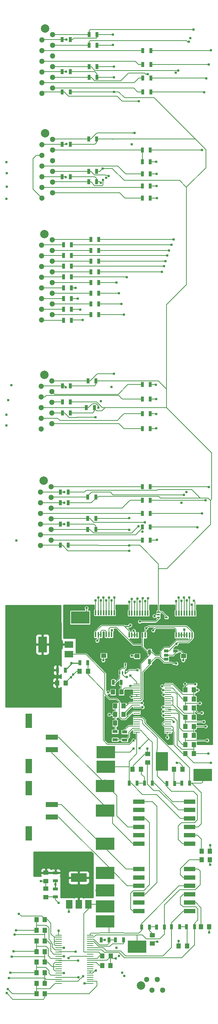
<source format=gtl>
G04 #@! TF.GenerationSoftware,KiCad,Pcbnew,5.1.5-52549c5~84~ubuntu18.04.1*
G04 #@! TF.CreationDate,2020-02-28T00:54:15-05:00*
G04 #@! TF.ProjectId,BMS_peripheral_v2,424d535f-7065-4726-9970-686572616c5f,rev?*
G04 #@! TF.SameCoordinates,Original*
G04 #@! TF.FileFunction,Copper,L1,Top*
G04 #@! TF.FilePolarity,Positive*
%FSLAX46Y46*%
G04 Gerber Fmt 4.6, Leading zero omitted, Abs format (unit mm)*
G04 Created by KiCad (PCBNEW 5.1.5-52549c5~84~ubuntu18.04.1) date 2020-02-28 00:54:15*
%MOMM*%
%LPD*%
G04 APERTURE LIST*
%ADD10R,1.000000X1.250000*%
%ADD11R,1.650000X3.430000*%
%ADD12R,2.920000X1.270000*%
%ADD13C,2.000000*%
%ADD14C,1.300000*%
%ADD15R,1.500000X2.000000*%
%ADD16R,3.800000X2.000000*%
%ADD17R,1.060000X0.650000*%
%ADD18R,0.700000X1.300000*%
%ADD19R,0.400000X1.200000*%
%ADD20R,1.250000X1.000000*%
%ADD21R,2.000000X1.500000*%
%ADD22R,2.000000X3.800000*%
%ADD23R,1.300000X0.700000*%
%ADD24R,1.500000X0.250000*%
%ADD25R,0.650000X0.400000*%
%ADD26R,0.400000X0.650000*%
%ADD27R,2.700000X1.000000*%
%ADD28R,4.500000X3.000000*%
%ADD29R,3.000000X4.500000*%
%ADD30C,0.609600*%
%ADD31C,0.152400*%
%ADD32C,0.254000*%
G04 APERTURE END LIST*
D10*
X205095600Y-323138800D03*
X207095600Y-323138800D03*
D11*
X180404000Y-311612000D03*
X180404000Y-322372000D03*
D12*
X185864000Y-315492000D03*
X185864000Y-318492000D03*
D13*
X184128000Y-195958000D03*
D14*
X183388000Y-216408000D03*
X185928000Y-215138000D03*
X183388000Y-213868000D03*
X185928000Y-212598000D03*
X183388000Y-211328000D03*
X185928000Y-210058000D03*
X183388000Y-208788000D03*
X185928000Y-207518000D03*
X183388000Y-206248000D03*
X183388000Y-203708000D03*
X183388000Y-201168000D03*
X183388000Y-198628000D03*
X185928000Y-204978000D03*
X185928000Y-197358000D03*
X185928000Y-199898000D03*
X185928000Y-202438000D03*
D15*
X189978000Y-355194000D03*
X194578000Y-355194000D03*
X192278000Y-355194000D03*
D16*
X192278000Y-348894000D03*
D17*
X215298200Y-295061600D03*
X215298200Y-296961600D03*
X213098200Y-296961600D03*
X213098200Y-296011600D03*
X213098200Y-295061600D03*
D18*
X194508080Y-230858060D03*
X196408080Y-230858060D03*
X188376520Y-232064560D03*
X190276520Y-232064560D03*
X194645240Y-181030880D03*
X196545240Y-181030880D03*
X188363820Y-182338980D03*
X190263820Y-182338980D03*
X194645240Y-183545480D03*
X196545240Y-183545480D03*
X188376520Y-235882180D03*
X190276520Y-235882180D03*
X194122000Y-237190280D03*
X196022000Y-237190280D03*
X188376520Y-238447580D03*
X190276520Y-238447580D03*
D19*
X200736200Y-291144000D03*
X200101200Y-291144000D03*
X199466200Y-291144000D03*
X198831200Y-291144000D03*
X198196200Y-291144000D03*
X197561200Y-291144000D03*
X196926200Y-291144000D03*
X196291200Y-291144000D03*
X196291200Y-285944000D03*
X196926200Y-285944000D03*
X197561200Y-285944000D03*
X198196200Y-285944000D03*
X198831200Y-285944000D03*
X199466200Y-285944000D03*
X200101200Y-285944000D03*
X200736200Y-285944000D03*
D20*
X198221600Y-296148000D03*
X198221600Y-294148000D03*
D10*
X219720480Y-319438000D03*
X217720480Y-319438000D03*
X217720480Y-317271592D03*
X219720480Y-317271592D03*
X219720480Y-315105190D03*
X217720480Y-315105190D03*
X217720480Y-312938788D03*
X219720480Y-312938788D03*
X219720480Y-310772386D03*
X217720480Y-310772386D03*
X217720480Y-308605984D03*
X219720480Y-308605984D03*
X219720480Y-306439582D03*
X217720480Y-306439582D03*
X217720480Y-304273180D03*
X219720480Y-304273180D03*
X182200000Y-358900000D03*
X184200000Y-358900000D03*
X184200000Y-361414285D03*
X182200000Y-361414285D03*
X182200000Y-363928570D03*
X184200000Y-363928570D03*
X184200000Y-366442855D03*
X182200000Y-366442855D03*
X182200000Y-368957140D03*
X184200000Y-368957140D03*
X184200000Y-371471425D03*
X182200000Y-371471425D03*
X182200000Y-373985710D03*
X184200000Y-373985710D03*
X184200000Y-376500000D03*
X182200000Y-376500000D03*
X192471800Y-299821600D03*
X194471800Y-299821600D03*
D20*
X184454000Y-351526000D03*
X184454000Y-353526000D03*
D10*
X200971400Y-308102000D03*
X202971400Y-308102000D03*
X200955400Y-310134000D03*
X202955400Y-310134000D03*
X199866000Y-369824000D03*
X197866000Y-369824000D03*
X200955400Y-312166000D03*
X202955400Y-312166000D03*
X199882000Y-367538000D03*
X197882000Y-367538000D03*
X189137800Y-302615600D03*
X187137800Y-302615600D03*
D20*
X184454000Y-349716000D03*
X184454000Y-347716000D03*
D10*
X217027000Y-323113400D03*
X215027000Y-323113400D03*
X216100600Y-365132200D03*
X218100600Y-365132200D03*
D20*
X209796800Y-364575600D03*
X209796800Y-362575600D03*
D10*
X223580200Y-342569800D03*
X221580200Y-342569800D03*
D20*
X208737200Y-319497200D03*
X208737200Y-321497200D03*
D10*
X223418600Y-360560200D03*
X221418600Y-360560200D03*
X223580200Y-344652600D03*
X221580200Y-344652600D03*
D20*
X217246200Y-296249600D03*
X217246200Y-294249600D03*
X206159100Y-296249600D03*
X206159100Y-294249600D03*
D10*
X200447400Y-304800000D03*
X202447400Y-304800000D03*
D13*
X184077200Y-229435200D03*
D14*
X183337200Y-242265200D03*
X185877200Y-240995200D03*
X183337200Y-239725200D03*
X183337200Y-237185200D03*
X183337200Y-234645200D03*
X183337200Y-232105200D03*
X185877200Y-238455200D03*
X185877200Y-230835200D03*
X185877200Y-233375200D03*
X185877200Y-235915200D03*
D21*
X189942000Y-295771600D03*
X189942000Y-291171600D03*
X189942000Y-293471600D03*
D22*
X183642000Y-293471600D03*
D18*
X195158320Y-197271640D03*
X197058320Y-197271640D03*
X188625440Y-198462900D03*
X190525440Y-198462900D03*
X195158320Y-199820348D03*
X197058320Y-199820348D03*
X188625440Y-201027211D03*
X190525440Y-201027211D03*
X195158320Y-202369056D03*
X197058320Y-202369056D03*
X188625440Y-203591522D03*
X190525440Y-203591522D03*
X195158320Y-204917764D03*
X197058320Y-204917764D03*
X188625440Y-206155833D03*
X190525440Y-206155833D03*
X195158320Y-207466472D03*
X197058320Y-207466472D03*
X188625440Y-208720144D03*
X190525440Y-208720144D03*
X195158320Y-210015180D03*
X197058320Y-210015180D03*
X188625440Y-211284455D03*
X190525440Y-211284455D03*
X195158320Y-212563888D03*
X197058320Y-212563888D03*
X188625440Y-213848766D03*
X190525440Y-213848766D03*
X195158320Y-215112600D03*
X197058320Y-215112600D03*
X188625440Y-216413080D03*
X190525440Y-216413080D03*
X209450000Y-152400000D03*
X207550000Y-152400000D03*
X209350000Y-256000000D03*
X207450000Y-256000000D03*
X209450000Y-155650000D03*
X207550000Y-155650000D03*
X209350000Y-259175000D03*
X207450000Y-259175000D03*
X209450000Y-158900000D03*
X207550000Y-158900000D03*
X209350000Y-262350000D03*
X207450000Y-262350000D03*
X209450000Y-162150000D03*
X207550000Y-162150000D03*
X209350000Y-265525000D03*
X207450000Y-265525000D03*
X209350000Y-175950000D03*
X207450000Y-175950000D03*
X209350000Y-178812500D03*
X207450000Y-178812500D03*
X209350000Y-268700000D03*
X207450000Y-268700000D03*
X209350000Y-181675000D03*
X207450000Y-181675000D03*
X209350000Y-231700000D03*
X207450000Y-231700000D03*
X209350000Y-184537500D03*
X207450000Y-184537500D03*
X209350000Y-235183333D03*
X207450000Y-235183333D03*
X209350000Y-187400000D03*
X207450000Y-187400000D03*
X209350000Y-238666666D03*
X207450000Y-238666666D03*
X209350000Y-242150000D03*
X207450000Y-242150000D03*
X194421800Y-297789600D03*
X192521800Y-297789600D03*
D23*
X186740000Y-353476000D03*
X186740000Y-351576000D03*
X203225400Y-314264000D03*
X203225400Y-316164000D03*
D18*
X202930800Y-363702600D03*
X201030800Y-363702600D03*
X209184200Y-295249600D03*
X211084200Y-295249600D03*
D23*
X200939400Y-314198000D03*
X200939400Y-316098000D03*
D18*
X197601800Y-363702600D03*
X199501800Y-363702600D03*
X209184200Y-297535600D03*
X211084200Y-297535600D03*
X187187800Y-299567600D03*
X189087800Y-299567600D03*
D23*
X186740000Y-347766000D03*
X186740000Y-349666000D03*
D18*
X194723980Y-148516340D03*
X196623980Y-148516340D03*
X194723980Y-158694120D03*
X196623980Y-158694120D03*
X188358740Y-149773640D03*
X190258740Y-149773640D03*
X194447080Y-263565640D03*
X196347080Y-263565640D03*
X194723980Y-151071580D03*
X196623980Y-151071580D03*
X187893920Y-264891520D03*
X189793920Y-264891520D03*
X187893920Y-257248660D03*
X189793920Y-257248660D03*
X194447080Y-266146280D03*
X196347080Y-266146280D03*
X215184400Y-326492800D03*
X213284400Y-326492800D03*
X218715000Y-326467400D03*
X216815000Y-326467400D03*
X206218200Y-326467400D03*
X204318200Y-326467400D03*
X209840200Y-326467400D03*
X207940200Y-326467400D03*
X216325800Y-360571200D03*
X214425800Y-360571200D03*
X219881800Y-360571200D03*
X217981800Y-360571200D03*
X209163000Y-360622000D03*
X207263000Y-360622000D03*
X212719000Y-360622000D03*
X210819000Y-360622000D03*
X194447080Y-258470400D03*
X196347080Y-258470400D03*
X188358740Y-162168840D03*
X190258740Y-162168840D03*
X187893920Y-259829300D03*
X189793920Y-259829300D03*
X194645240Y-173393100D03*
X196545240Y-173393100D03*
X194723980Y-156179520D03*
X196623980Y-156179520D03*
X188363820Y-174597060D03*
X190263820Y-174597060D03*
X188358740Y-157396180D03*
X190258740Y-157396180D03*
X187893920Y-269915640D03*
X189793920Y-269915640D03*
X200497400Y-302514000D03*
X202397400Y-302514000D03*
D24*
X206114400Y-314360000D03*
X206114400Y-313860000D03*
X206114400Y-313360000D03*
X206114400Y-312860000D03*
X206114400Y-312360000D03*
X206114400Y-311860000D03*
X206114400Y-311360000D03*
X206114400Y-310860000D03*
X206114400Y-310360000D03*
X206114400Y-309860000D03*
X206114400Y-309360000D03*
X206114400Y-308860000D03*
X206114400Y-308360000D03*
X206114400Y-307860000D03*
X206114400Y-307360000D03*
X206114400Y-306860000D03*
X206114400Y-306360000D03*
X206114400Y-305860000D03*
X206114400Y-305360000D03*
X206114400Y-304860000D03*
X206114400Y-304360000D03*
X206114400Y-303860000D03*
X206114400Y-303360000D03*
X213579400Y-302860000D03*
X213579400Y-303360000D03*
X213579400Y-303860000D03*
X213579400Y-304360000D03*
X213579400Y-304860000D03*
X213579400Y-305360000D03*
X213579400Y-305860000D03*
X213579400Y-306360000D03*
X213579400Y-306860000D03*
X213579400Y-307360000D03*
X213579400Y-307860000D03*
X213579400Y-308360000D03*
X213579400Y-308860000D03*
X213579400Y-309360000D03*
X213579400Y-309860000D03*
X213579400Y-310360000D03*
X213579400Y-310860000D03*
X213579400Y-311360000D03*
X213579400Y-311860000D03*
X213579400Y-312360000D03*
X213579400Y-312860000D03*
X213579400Y-313360000D03*
X213579400Y-313860000D03*
X213579400Y-314360000D03*
X206114400Y-302860000D03*
X194977000Y-362550000D03*
X194977000Y-363050000D03*
X194977000Y-363550000D03*
X194977000Y-364050000D03*
X194977000Y-364550000D03*
X194977000Y-365050000D03*
X194977000Y-365550000D03*
X194977000Y-366050000D03*
X194977000Y-366550000D03*
X194977000Y-367050000D03*
X194977000Y-367550000D03*
X194977000Y-368050000D03*
X194977000Y-368550000D03*
X194977000Y-369050000D03*
X194977000Y-369550000D03*
X194977000Y-370050000D03*
X194977000Y-370550000D03*
X194977000Y-371050000D03*
X194977000Y-371550000D03*
X194977000Y-372050000D03*
X194977000Y-372550000D03*
X194977000Y-373050000D03*
X194977000Y-373550000D03*
X187512000Y-374050000D03*
X187512000Y-373550000D03*
X187512000Y-373050000D03*
X187512000Y-372550000D03*
X187512000Y-372050000D03*
X187512000Y-371550000D03*
X187512000Y-371050000D03*
X187512000Y-370550000D03*
X187512000Y-370050000D03*
X187512000Y-369550000D03*
X187512000Y-369050000D03*
X187512000Y-368550000D03*
X187512000Y-368050000D03*
X187512000Y-367550000D03*
X187512000Y-367050000D03*
X187512000Y-366550000D03*
X187512000Y-366050000D03*
X187512000Y-365550000D03*
X187512000Y-365050000D03*
X187512000Y-364550000D03*
X187512000Y-364050000D03*
X187512000Y-363550000D03*
X187512000Y-363050000D03*
X187512000Y-362550000D03*
X194977000Y-374050000D03*
D25*
X213167000Y-285760400D03*
X213167000Y-287060400D03*
X211267000Y-286410400D03*
X211267000Y-287060400D03*
X211267000Y-285760400D03*
D19*
X219951300Y-291245600D03*
X219316300Y-291245600D03*
X218681300Y-291245600D03*
X218046300Y-291245600D03*
X217411300Y-291245600D03*
X216776300Y-291245600D03*
X216141300Y-291245600D03*
X215506300Y-291245600D03*
X215506300Y-286045600D03*
X216141300Y-286045600D03*
X216776300Y-286045600D03*
X217411300Y-286045600D03*
X218046300Y-286045600D03*
X218681300Y-286045600D03*
X219316300Y-286045600D03*
X219951300Y-286045600D03*
X208768950Y-291245600D03*
X208133950Y-291245600D03*
X207498950Y-291245600D03*
X206863950Y-291245600D03*
X206228950Y-291245600D03*
X205593950Y-291245600D03*
X204958950Y-291245600D03*
X204323950Y-291245600D03*
X204323950Y-286045600D03*
X204958950Y-286045600D03*
X205593950Y-286045600D03*
X206228950Y-286045600D03*
X206863950Y-286045600D03*
X207498950Y-286045600D03*
X208133950Y-286045600D03*
X208768950Y-286045600D03*
D26*
X202067400Y-298262000D03*
X203367400Y-298262000D03*
X202717400Y-300162000D03*
X203367400Y-300162000D03*
X202067400Y-300162000D03*
D11*
X180404000Y-327614000D03*
X180404000Y-338374000D03*
D12*
X185864000Y-331494000D03*
X185864000Y-334494000D03*
D13*
X184280400Y-147139200D03*
D14*
X183540400Y-162509200D03*
X186080400Y-161239200D03*
X183540400Y-159969200D03*
X186080400Y-158699200D03*
X183540400Y-157429200D03*
X183540400Y-154889200D03*
X183540400Y-152349200D03*
X183540400Y-149809200D03*
X186080400Y-156159200D03*
X186080400Y-148539200D03*
X186080400Y-151079200D03*
X186080400Y-153619200D03*
D13*
X183899400Y-254581200D03*
D14*
X183159400Y-269951200D03*
X185699400Y-268681200D03*
X183159400Y-267411200D03*
X185699400Y-266141200D03*
X183159400Y-264871200D03*
X183159400Y-262331200D03*
X183159400Y-259791200D03*
X183159400Y-257251200D03*
X185699400Y-263601200D03*
X185699400Y-255981200D03*
X185699400Y-258521200D03*
X185699400Y-261061200D03*
D13*
X184280400Y-172031200D03*
D14*
X183540400Y-187401200D03*
X186080400Y-186131200D03*
X183540400Y-184861200D03*
X186080400Y-183591200D03*
X183540400Y-182321200D03*
X183540400Y-179781200D03*
X183540400Y-177241200D03*
X183540400Y-174701200D03*
X186080400Y-181051200D03*
X186080400Y-173431200D03*
X186080400Y-175971200D03*
X186080400Y-178511200D03*
D27*
X218709200Y-330813400D03*
X206639200Y-330813400D03*
X218709200Y-332813400D03*
X206639200Y-332813400D03*
X218709200Y-334813400D03*
X206639200Y-334813400D03*
X218709200Y-336813400D03*
X206639200Y-336813400D03*
X218709200Y-338813400D03*
X206639200Y-338813400D03*
X218709200Y-340813400D03*
X206639200Y-340813400D03*
X218709200Y-346840800D03*
X206639200Y-346840800D03*
X218709200Y-348840800D03*
X206639200Y-348840800D03*
X218709200Y-350840800D03*
X206639200Y-350840800D03*
X218709200Y-352840800D03*
X206639200Y-352840800D03*
X218709200Y-354840800D03*
X206639200Y-354840800D03*
X218709200Y-356840800D03*
X206639200Y-356840800D03*
D13*
X207108600Y-374549800D03*
D14*
X212318600Y-375589800D03*
X209778600Y-375589800D03*
X208508600Y-373049800D03*
X211048600Y-373049800D03*
D28*
X198551800Y-351917000D03*
X192608200Y-287070800D03*
D29*
X193725800Y-291998400D03*
D28*
X198551800Y-355701600D03*
X221843600Y-324510400D03*
X198551800Y-359308400D03*
X206222600Y-365328200D03*
D29*
X212140800Y-321259200D03*
D28*
X198729600Y-322503800D03*
X198729600Y-319074800D03*
X198551800Y-347802200D03*
X198551800Y-340868000D03*
X198551800Y-332917800D03*
X198551800Y-327152000D03*
D30*
X223266600Y-256082800D03*
X223189800Y-319438000D03*
X223800000Y-152250000D03*
X223825400Y-321588000D03*
X223266600Y-155700000D03*
X222885000Y-316255400D03*
X222566600Y-259250000D03*
X222529400Y-312953400D03*
X222733200Y-158950000D03*
X222072200Y-311835800D03*
X221683200Y-262350000D03*
X221625400Y-309738000D03*
X220616400Y-265650000D03*
X220573600Y-304317400D03*
X204550400Y-303313000D03*
X217616999Y-302829599D03*
X220108400Y-302938000D03*
X221666400Y-176000000D03*
X210950000Y-268650000D03*
X177333400Y-361400000D03*
X177400000Y-268800000D03*
X210850000Y-181650000D03*
X175100000Y-181450000D03*
X176988210Y-362450000D03*
X208575400Y-293813000D03*
X207625400Y-295488000D03*
X205550400Y-292638000D03*
X205125400Y-294238000D03*
X205308200Y-316280800D03*
X213410800Y-315595000D03*
X187500000Y-354875000D03*
X187500000Y-361525000D03*
X206832200Y-288036000D03*
X207340200Y-307390800D03*
X204345400Y-283358000D03*
X204360000Y-271240000D03*
X206895400Y-283268000D03*
X206570000Y-265413400D03*
X188830000Y-264880000D03*
X207505400Y-282518000D03*
X207480000Y-266632202D03*
X188820000Y-259830000D03*
X216785400Y-283118000D03*
X216780000Y-259820000D03*
X188800000Y-257260000D03*
X218055400Y-283008000D03*
X218000000Y-257260000D03*
X208145400Y-283208000D03*
X208070000Y-264440000D03*
X217395400Y-282348000D03*
X217340000Y-257910000D03*
X196925400Y-282288000D03*
X196925000Y-237175000D03*
X200115400Y-282978000D03*
X200100000Y-232283400D03*
X189153790Y-232350000D03*
X196325400Y-282988000D03*
X196300000Y-239525000D03*
X200755400Y-282328000D03*
X200720000Y-229190000D03*
X197575400Y-282998000D03*
X197540000Y-235710000D03*
X218922600Y-149402800D03*
X219227400Y-283997400D03*
X189340000Y-149760000D03*
X216135400Y-282358000D03*
X216010000Y-157070000D03*
X219640000Y-147370000D03*
X219710000Y-283108400D03*
X218671935Y-282307123D03*
X218567000Y-150241000D03*
X189240000Y-157380000D03*
X215495400Y-283208000D03*
X215440473Y-157603400D03*
X208775400Y-282468000D03*
X208720000Y-157913400D03*
X206245400Y-282608000D03*
X206603600Y-164388800D03*
X199485400Y-282288000D03*
X199450000Y-182183400D03*
X205595400Y-283318000D03*
X205570000Y-171960000D03*
X198165400Y-282288000D03*
X198090000Y-183090000D03*
X204925400Y-282638000D03*
X204900000Y-174600000D03*
X189331600Y-174574200D03*
X198865400Y-282988000D03*
X198787477Y-182559843D03*
X189141501Y-182398499D03*
X189825000Y-368033400D03*
X189925000Y-356975000D03*
X188750000Y-365550000D03*
X201300000Y-207450000D03*
X201315941Y-365516590D03*
X191500000Y-208725000D03*
X191525000Y-366500000D03*
X188775000Y-367550000D03*
X201875000Y-210000000D03*
X201850000Y-367500000D03*
X192033400Y-211275000D03*
X192100000Y-368575000D03*
X202625000Y-371475000D03*
X188775000Y-371550000D03*
X202450000Y-212575000D03*
X192675000Y-213875000D03*
X192225000Y-372550000D03*
X203025000Y-215075000D03*
X203175000Y-372275000D03*
X193300000Y-372300000D03*
X193675000Y-374000000D03*
X193275000Y-216400000D03*
X200175400Y-290088000D03*
X208375400Y-289588000D03*
X215544400Y-298018200D03*
X215569800Y-293370000D03*
X200450000Y-148550000D03*
X200425000Y-151025000D03*
X200675000Y-156150000D03*
X200675000Y-158675000D03*
X198000000Y-180350000D03*
X197550000Y-183800000D03*
X204366600Y-263450000D03*
X204300000Y-266225000D03*
X204317600Y-269925800D03*
X200710800Y-162179000D03*
X205384400Y-318185800D03*
X206806800Y-318160400D03*
X222199800Y-162250000D03*
X221175200Y-307438000D03*
X210800000Y-178800000D03*
X175051634Y-178900000D03*
X178000000Y-357500000D03*
X210650000Y-231750000D03*
X176183400Y-231850000D03*
X176683400Y-366416635D03*
X210850000Y-184550000D03*
X175100000Y-184700000D03*
X176270874Y-367650000D03*
X210750000Y-235150000D03*
X175433400Y-235450000D03*
X175966064Y-371450000D03*
X210900000Y-187400000D03*
X175051634Y-187600000D03*
X175661254Y-372750000D03*
X210750000Y-238700000D03*
X175051634Y-238900000D03*
X175356444Y-375400000D03*
X210800000Y-242100000D03*
X175051634Y-241400000D03*
X175104994Y-376316498D03*
X211046400Y-364116200D03*
X223391200Y-361932600D03*
X183275000Y-349750000D03*
X201150000Y-368125000D03*
X196400000Y-370941600D03*
X216100600Y-363948200D03*
X223596200Y-345846400D03*
X198526400Y-363702600D03*
X196570600Y-351917000D03*
X210325400Y-286713000D03*
X217425400Y-289963000D03*
X217175400Y-297238000D03*
X204900400Y-296163000D03*
X198125400Y-297263000D03*
X196675400Y-292588000D03*
X199250400Y-304838000D03*
X199575400Y-310138000D03*
X207500400Y-308388000D03*
X204850400Y-305863000D03*
X203750400Y-301238000D03*
X190422200Y-301308800D03*
X205350400Y-290188000D03*
X223621600Y-341172800D03*
X215696800Y-321640200D03*
X208610200Y-318211200D03*
X190931800Y-300634400D03*
X194132200Y-284810200D03*
X190550800Y-297916600D03*
X186715400Y-350520000D03*
X206298800Y-299567600D03*
X210025400Y-290138000D03*
X204546200Y-288899600D03*
X214934800Y-311912000D03*
X214900000Y-197271640D03*
X214366600Y-198475000D03*
X212445600Y-310337200D03*
X213833200Y-199825000D03*
X212394800Y-309397400D03*
X213400000Y-201025000D03*
X212369400Y-308381400D03*
X212991600Y-202375000D03*
X212471000Y-305409600D03*
X212394800Y-304368200D03*
X212625000Y-203600000D03*
X212140800Y-303377600D03*
X212150000Y-204925000D03*
X204575400Y-300863000D03*
X203700000Y-206200000D03*
D31*
X209350000Y-256000000D02*
X223216600Y-256000000D01*
X223216600Y-256000000D02*
X223266600Y-256050000D01*
X223292000Y-319438000D02*
X219720480Y-319438000D01*
X219720480Y-318392920D02*
X216830320Y-318392920D01*
X219720480Y-318392920D02*
X219720480Y-319438000D01*
X219720480Y-317271592D02*
X219720480Y-318392920D01*
X216830320Y-318392920D02*
X215775400Y-317338000D01*
X215775400Y-317338000D02*
X215775400Y-311638000D01*
X214997400Y-310860000D02*
X213579400Y-310860000D01*
X215775400Y-311638000D02*
X214997400Y-310860000D01*
X209450000Y-152400000D02*
X223800000Y-152400000D01*
X223800000Y-152400000D02*
X223800000Y-152250000D01*
X217720480Y-319563000D02*
X217720480Y-319438000D01*
X219745480Y-321588000D02*
X217720480Y-319563000D01*
X223825400Y-321588000D02*
X219745480Y-321588000D01*
X217068080Y-319438000D02*
X215025400Y-317395320D01*
X217720480Y-319438000D02*
X217068080Y-319438000D01*
X215025400Y-317395320D02*
X215025400Y-314238000D01*
X214647400Y-313860000D02*
X213579400Y-313860000D01*
X214825400Y-314038000D02*
X214647400Y-313860000D01*
X215025400Y-314238000D02*
X214825400Y-314038000D01*
X214481800Y-312860000D02*
X213579400Y-312860000D01*
X214825400Y-313203600D02*
X214481800Y-312860000D01*
X214825400Y-314038000D02*
X214825400Y-313203600D01*
X212275400Y-312458400D02*
X212275400Y-312261600D01*
X212677000Y-312860000D02*
X212275400Y-312458400D01*
X212677000Y-311860000D02*
X213579400Y-311860000D01*
X212275400Y-312261600D02*
X212677000Y-311860000D01*
X213579400Y-312860000D02*
X212677000Y-312860000D01*
X217720480Y-317271592D02*
X217068080Y-317271592D01*
X216080210Y-316283722D02*
X216080210Y-310092810D01*
X217068080Y-317271592D02*
X216080210Y-316283722D01*
X215847400Y-309860000D02*
X213579400Y-309860000D01*
X216080210Y-310092810D02*
X215847400Y-309860000D01*
X209450000Y-155650000D02*
X223216600Y-155650000D01*
X223216600Y-155650000D02*
X223266600Y-155700000D01*
X217725400Y-316288000D02*
X217720480Y-316292920D01*
X222987190Y-316288000D02*
X217725400Y-316288000D01*
X217720480Y-317271592D02*
X217720480Y-316292920D01*
X217720480Y-316292920D02*
X217720480Y-315105190D01*
X219720480Y-315105190D02*
X219720480Y-314042920D01*
X219720480Y-314042920D02*
X219720480Y-312938788D01*
X213725799Y-309006399D02*
X213579400Y-308860000D01*
X215424865Y-309006399D02*
X213725799Y-309006399D01*
X216385020Y-309966554D02*
X215424865Y-309006399D01*
X216385020Y-313297620D02*
X216385020Y-309966554D01*
X219720480Y-314042920D02*
X217130320Y-314042920D01*
X217130320Y-314042920D02*
X216385020Y-313297620D01*
X209350000Y-259175000D02*
X222491600Y-259175000D01*
X222491600Y-259175000D02*
X222566600Y-259250000D01*
X222542788Y-312938788D02*
X222592000Y-312988000D01*
X219720480Y-312938788D02*
X222542788Y-312938788D01*
X217720480Y-312938788D02*
X217720480Y-310772386D01*
X214709532Y-307860000D02*
X213579400Y-307860000D01*
X217720480Y-310870948D02*
X214709532Y-307860000D01*
X209450000Y-158900000D02*
X222683200Y-158900000D01*
X222683200Y-158900000D02*
X222733200Y-158950000D01*
X222242000Y-311838000D02*
X217875400Y-311838000D01*
X217875400Y-311838000D02*
X217720480Y-311992920D01*
X217720480Y-312938788D02*
X217720480Y-311992920D01*
X217720480Y-311992920D02*
X217720480Y-310870948D01*
X214709532Y-307860000D02*
X214709532Y-306997132D01*
X214572400Y-306860000D02*
X213579400Y-306860000D01*
X214709532Y-306997132D02*
X214572400Y-306860000D01*
X214709532Y-306087732D02*
X214709532Y-306997132D01*
X214481800Y-305860000D02*
X214709532Y-306087732D01*
X213579400Y-305860000D02*
X214481800Y-305860000D01*
X217411094Y-309833080D02*
X215725400Y-308147386D01*
X219720480Y-309833080D02*
X217411094Y-309833080D01*
X219720480Y-309833080D02*
X219720480Y-308605984D01*
X219720480Y-310772386D02*
X219720480Y-309833080D01*
X215725400Y-308147386D02*
X215725400Y-305388000D01*
X215197400Y-304860000D02*
X213579400Y-304860000D01*
X215725400Y-305388000D02*
X215197400Y-304860000D01*
X209350000Y-262350000D02*
X221683200Y-262350000D01*
X219720480Y-308730984D02*
X219720480Y-308605984D01*
X220727496Y-309738000D02*
X219720480Y-308730984D01*
X221625400Y-309738000D02*
X220727496Y-309738000D01*
X219720480Y-305342920D02*
X217130320Y-305342920D01*
X219720480Y-305342920D02*
X219720480Y-304273180D01*
X219720480Y-306439582D02*
X219720480Y-305342920D01*
X214647400Y-302860000D02*
X213579400Y-302860000D01*
X217130320Y-305342920D02*
X214647400Y-302860000D01*
X209350000Y-265525000D02*
X220650000Y-265525000D01*
X220650000Y-265525000D02*
X220650000Y-265616400D01*
X220650000Y-265616400D02*
X220616400Y-265650000D01*
X219785300Y-304338000D02*
X219720480Y-304273180D01*
X220625400Y-304338000D02*
X219785300Y-304338000D01*
X206114400Y-303360000D02*
X204597400Y-303360000D01*
X204597400Y-303360000D02*
X204550400Y-303313000D01*
X217616999Y-304169699D02*
X217720480Y-304273180D01*
X217616999Y-302829599D02*
X217616999Y-304169699D01*
X218275400Y-302938000D02*
X217720480Y-303492920D01*
X217720480Y-303492920D02*
X217720480Y-304273180D01*
X220108400Y-302938000D02*
X218275400Y-302938000D01*
X221616400Y-175950000D02*
X221666400Y-176000000D01*
X209350000Y-175950000D02*
X221616400Y-175950000D01*
X184522197Y-360200000D02*
X185150000Y-360827803D01*
X182200000Y-360200000D02*
X184522197Y-360200000D01*
X182200000Y-360200000D02*
X182200000Y-358900000D01*
X182200000Y-361414285D02*
X182200000Y-360200000D01*
X185150000Y-360827803D02*
X185150000Y-363550000D01*
X185700000Y-364345104D02*
X186050000Y-364695104D01*
X185150000Y-363550000D02*
X185700000Y-364100000D01*
X185700000Y-364100000D02*
X185700000Y-364345104D01*
X186609600Y-366050000D02*
X187512000Y-366050000D01*
X186050000Y-365490400D02*
X186609600Y-366050000D01*
X186050000Y-364695104D02*
X186050000Y-365490400D01*
X209350000Y-268700000D02*
X210900000Y-268700000D01*
X210900000Y-268700000D02*
X210950000Y-268650000D01*
X182185715Y-361400000D02*
X182200000Y-361414285D01*
X177333400Y-361400000D02*
X182185715Y-361400000D01*
X184200000Y-363928570D02*
X184200000Y-362450000D01*
X184852400Y-363928570D02*
X185600000Y-364676170D01*
X184200000Y-363928570D02*
X184852400Y-363928570D01*
X185600000Y-364676170D02*
X185600000Y-366350000D01*
X186300000Y-367050000D02*
X187512000Y-367050000D01*
X185600000Y-366350000D02*
X186300000Y-367050000D01*
X209350000Y-181675000D02*
X210825000Y-181675000D01*
X210825000Y-181675000D02*
X210850000Y-181650000D01*
X176988210Y-362450000D02*
X184200000Y-362450000D01*
X184200000Y-362450000D02*
X184200000Y-361414285D01*
X213292000Y-285760400D02*
X214096600Y-286565000D01*
X213167000Y-285760400D02*
X213292000Y-285760400D01*
X214096600Y-286565000D02*
X214096600Y-288442400D01*
X214502990Y-288848790D02*
X218312990Y-288848790D01*
X214096600Y-288442400D02*
X214502990Y-288848790D01*
X219951300Y-290487100D02*
X219951300Y-291245600D01*
X218312990Y-288848790D02*
X219951300Y-290487100D01*
D32*
X219951300Y-291245600D02*
X219951300Y-294038900D01*
X198196200Y-291811922D02*
X198747278Y-292363000D01*
X198196200Y-291144000D02*
X198196200Y-291811922D01*
X198747278Y-292363000D02*
X200550400Y-292363000D01*
X200736200Y-292177200D02*
X200736200Y-291144000D01*
X200550400Y-292363000D02*
X200736200Y-292177200D01*
D31*
X208768950Y-291245600D02*
X208768950Y-292781550D01*
X206863950Y-291245600D02*
X206863950Y-291974450D01*
X206223950Y-292638000D02*
X205550400Y-292638000D01*
X206863950Y-291245600D02*
X206863950Y-291998000D01*
X206863950Y-291998000D02*
X206223950Y-292638000D01*
X206147500Y-294238000D02*
X206159100Y-294249600D01*
X205125400Y-294238000D02*
X206147500Y-294238000D01*
X207016800Y-310360000D02*
X207441800Y-309935000D01*
X206114400Y-310360000D02*
X207016800Y-310360000D01*
X207441800Y-309935000D02*
X207441800Y-309092600D01*
X207209200Y-308860000D02*
X206114400Y-308860000D01*
X207441800Y-309092600D02*
X207209200Y-308860000D01*
X205413800Y-310360000D02*
X206114400Y-310360000D01*
X203607800Y-312166000D02*
X205413800Y-310360000D01*
X202955400Y-312166000D02*
X203607800Y-312166000D01*
X209418550Y-292781550D02*
X208768950Y-292781550D01*
X211084200Y-294447200D02*
X209418550Y-292781550D01*
X211084200Y-295249600D02*
X211084200Y-294447200D01*
X215980600Y-296961600D02*
X216560400Y-297541400D01*
X215298200Y-296961600D02*
X215980600Y-296961600D01*
X216560400Y-297541400D02*
X216560400Y-297891200D01*
X216560400Y-297891200D02*
X216916000Y-298246800D01*
X216916000Y-298246800D02*
X217932000Y-298246800D01*
X217932000Y-298246800D02*
X218617800Y-297561000D01*
X218023600Y-294249600D02*
X217246200Y-294249600D01*
X218617800Y-294843800D02*
X218023600Y-294249600D01*
X218617800Y-297561000D02*
X218617800Y-294843800D01*
X194471800Y-297839600D02*
X194421800Y-297789600D01*
X194471800Y-299821600D02*
X194471800Y-297839600D01*
X194471800Y-300599000D02*
X198170800Y-304298000D01*
X194471800Y-299821600D02*
X194471800Y-300599000D01*
X198170800Y-304298000D02*
X198170800Y-316230000D01*
X198170800Y-316230000D02*
X199110600Y-317169800D01*
X199110600Y-317169800D02*
X204419200Y-317169800D01*
X204419200Y-317169800D02*
X205308200Y-316280800D01*
X213410800Y-314528600D02*
X213579400Y-314360000D01*
X213410800Y-315595000D02*
X213410800Y-314528600D01*
X184504000Y-353476000D02*
X184454000Y-353526000D01*
X186740000Y-353476000D02*
X184504000Y-353476000D01*
X186740000Y-353476000D02*
X186740000Y-354115000D01*
X186740000Y-354115000D02*
X187500000Y-354875000D01*
X187500000Y-362538000D02*
X187512000Y-362550000D01*
X187500000Y-361525000D02*
X187500000Y-362538000D01*
X204365800Y-307360000D02*
X206114400Y-307360000D01*
X203623800Y-308102000D02*
X204365800Y-307360000D01*
X202971400Y-308102000D02*
X203623800Y-308102000D01*
X211267000Y-287412800D02*
X210642200Y-288037600D01*
X211267000Y-287060400D02*
X211267000Y-287412800D01*
X210642200Y-288037600D02*
X206833800Y-288037600D01*
X206833800Y-288037600D02*
X206832200Y-288036000D01*
X206145200Y-307390800D02*
X206114400Y-307360000D01*
X207340200Y-307390800D02*
X206145200Y-307390800D01*
X202397400Y-304750000D02*
X202447400Y-304800000D01*
X202397400Y-302514000D02*
X202397400Y-304750000D01*
X203262400Y-303860000D02*
X202447400Y-304675000D01*
X202447400Y-304675000D02*
X202447400Y-304800000D01*
X206114400Y-303860000D02*
X203262400Y-303860000D01*
X221504000Y-342569800D02*
X221504000Y-339741000D01*
X220576400Y-338813400D02*
X218709200Y-338813400D01*
X221504000Y-339741000D02*
X220576400Y-338813400D01*
X221418600Y-356047800D02*
X221418600Y-360560200D01*
X220211600Y-354840800D02*
X221418600Y-356047800D01*
X218709200Y-354840800D02*
X220211600Y-354840800D01*
X183194960Y-269915640D02*
X183159400Y-269951200D01*
X187893920Y-269915640D02*
X183194960Y-269915640D01*
X204323950Y-286045600D02*
X204323950Y-283379450D01*
X204323950Y-283379450D02*
X204345400Y-283358000D01*
X204360000Y-271240000D02*
X191790000Y-271240000D01*
X189690680Y-271210000D02*
X191760000Y-271210000D01*
X191790000Y-271240000D02*
X191760000Y-271210000D01*
X191760000Y-271210000D02*
X192790000Y-271210000D01*
X188396320Y-269915640D02*
X187893920Y-269915640D01*
X189690680Y-271210000D02*
X188396320Y-269915640D01*
X185704480Y-266146280D02*
X185699400Y-266141200D01*
X194447080Y-266146280D02*
X185704480Y-266146280D01*
X206863950Y-286045600D02*
X206863950Y-283299450D01*
X206863950Y-283299450D02*
X206895400Y-283268000D01*
X206436600Y-265280000D02*
X206570000Y-265413400D01*
X194447080Y-266146280D02*
X194949480Y-266146280D01*
X204958519Y-267024881D02*
X206570000Y-265413400D01*
X195828081Y-267024881D02*
X204958519Y-267024881D01*
X194949480Y-266146280D02*
X195828081Y-267024881D01*
X183179720Y-264891520D02*
X183159400Y-264871200D01*
X187893920Y-264891520D02*
X183179720Y-264891520D01*
X187893920Y-264891520D02*
X188818480Y-264891520D01*
X188818480Y-264891520D02*
X188830000Y-264880000D01*
X207498950Y-286045600D02*
X207498950Y-282524450D01*
X207498950Y-282524450D02*
X207505400Y-282518000D01*
X187893920Y-259829300D02*
X183159400Y-259829300D01*
X187893920Y-259829300D02*
X188819300Y-259829300D01*
X188819300Y-259829300D02*
X188820000Y-259830000D01*
X216776300Y-286045600D02*
X216776300Y-283127100D01*
X216776300Y-283127100D02*
X216785400Y-283118000D01*
X187893920Y-257248660D02*
X183159400Y-257248660D01*
X187893920Y-257248660D02*
X188788660Y-257248660D01*
X188788660Y-257248660D02*
X188800000Y-257260000D01*
X218046300Y-286045600D02*
X218046300Y-283017100D01*
X218046300Y-283017100D02*
X218055400Y-283008000D01*
X185734960Y-263565640D02*
X185699400Y-263601200D01*
X194447080Y-263565640D02*
X185734960Y-263565640D01*
X194447080Y-263565640D02*
X194949480Y-263565640D01*
X194949480Y-263565640D02*
X195828081Y-264444241D01*
X208133950Y-286045600D02*
X208133950Y-283219450D01*
X208133950Y-283219450D02*
X208145400Y-283208000D01*
X207638948Y-264440000D02*
X207634707Y-264444241D01*
X207634707Y-264444241D02*
X201875759Y-264444241D01*
X208070000Y-264440000D02*
X207638948Y-264440000D01*
X195828081Y-264444241D02*
X201875759Y-264444241D01*
X201875759Y-264444241D02*
X201975759Y-264444241D01*
X185750200Y-258470400D02*
X185699400Y-258521200D01*
X194447080Y-258470400D02*
X185750200Y-258470400D01*
X194447080Y-258170400D02*
X195317480Y-257300000D01*
X194447080Y-258470400D02*
X194447080Y-258170400D01*
X195317480Y-257300000D02*
X199830000Y-257300000D01*
X199830000Y-257300000D02*
X200430000Y-257900000D01*
X217411300Y-286045600D02*
X217411300Y-282363900D01*
X217411300Y-282363900D02*
X217395400Y-282348000D01*
X217340000Y-257910000D02*
X212920000Y-257910000D01*
X212920000Y-257910000D02*
X212910000Y-257900000D01*
X200430000Y-257900000D02*
X212910000Y-257900000D01*
X212910000Y-257900000D02*
X213220000Y-257900000D01*
X194116920Y-237185200D02*
X194122000Y-237190280D01*
X183337200Y-237185200D02*
X194116920Y-237185200D01*
X196926200Y-285944000D02*
X196926200Y-282288800D01*
X196926200Y-282288800D02*
X196925400Y-282288000D01*
X196925000Y-236743948D02*
X196875000Y-236693948D01*
X196925000Y-237175000D02*
X196925000Y-236743948D01*
X196875000Y-236693948D02*
X196868948Y-236693948D01*
X196868948Y-236693948D02*
X196450000Y-236275000D01*
X194624400Y-237190280D02*
X194122000Y-237190280D01*
X195539680Y-236275000D02*
X194624400Y-237190280D01*
X196450000Y-236275000D02*
X195539680Y-236275000D01*
X188376520Y-232064560D02*
X183337200Y-232064560D01*
X200101200Y-285944000D02*
X200101200Y-282992200D01*
X200101200Y-282992200D02*
X200115400Y-282978000D01*
X188878920Y-232064560D02*
X189153790Y-232339430D01*
X188376520Y-232064560D02*
X188878920Y-232064560D01*
X189153790Y-232339430D02*
X189153790Y-232350000D01*
X185884820Y-238447580D02*
X185877200Y-238455200D01*
X188376520Y-238447580D02*
X185884820Y-238447580D01*
X188878920Y-238447580D02*
X189981340Y-239550000D01*
X188376520Y-238447580D02*
X188878920Y-238447580D01*
X196291200Y-285944000D02*
X196291200Y-283022200D01*
X196291200Y-283022200D02*
X196325400Y-282988000D01*
X191725000Y-239525000D02*
X191700000Y-239550000D01*
X196300000Y-239525000D02*
X191725000Y-239525000D01*
X189981340Y-239550000D02*
X191700000Y-239550000D01*
X191700000Y-239550000D02*
X191760000Y-239550000D01*
X194508080Y-230858060D02*
X185877200Y-230858060D01*
X195010480Y-230858060D02*
X196688540Y-229180000D01*
X194508080Y-230858060D02*
X195010480Y-230858060D01*
X200736200Y-285944000D02*
X200736200Y-282347200D01*
X200736200Y-282347200D02*
X200755400Y-282328000D01*
X198240000Y-229190000D02*
X198230000Y-229180000D01*
X200720000Y-229190000D02*
X198240000Y-229190000D01*
X196688540Y-229180000D02*
X198230000Y-229180000D01*
X198230000Y-229180000D02*
X198460000Y-229180000D01*
X185910220Y-235882180D02*
X185877200Y-235915200D01*
X188376520Y-235882180D02*
X185910220Y-235882180D01*
X197561200Y-285944000D02*
X197561200Y-283012200D01*
X197561200Y-283012200D02*
X197575400Y-282998000D01*
X188358740Y-149773640D02*
X183540400Y-149773640D01*
X188358740Y-149773640D02*
X189326360Y-149773640D01*
X219316300Y-286045600D02*
X219316300Y-284137100D01*
X219316300Y-284137100D02*
X219375400Y-284078000D01*
X189326360Y-149773640D02*
X189340000Y-149760000D01*
X194723980Y-156179520D02*
X186080400Y-156179520D01*
X195226380Y-156179520D02*
X196116860Y-157070000D01*
X194723980Y-156179520D02*
X195226380Y-156179520D01*
X216141300Y-286045600D02*
X216141300Y-282363900D01*
X216141300Y-282363900D02*
X216135400Y-282358000D01*
X216010000Y-157070000D02*
X210550000Y-157070000D01*
X196116860Y-157070000D02*
X210550000Y-157070000D01*
X210550000Y-157070000D02*
X210670000Y-157070000D01*
X186103260Y-148516340D02*
X186080400Y-148539200D01*
X194723980Y-148516340D02*
X186103260Y-148516340D01*
X194723980Y-147713940D02*
X195037920Y-147400000D01*
X194723980Y-148516340D02*
X194723980Y-147713940D01*
X219951300Y-286045600D02*
X219951300Y-283349700D01*
X219640000Y-147370000D02*
X219208948Y-147370000D01*
X195037920Y-147400000D02*
X213770000Y-147400000D01*
X219178948Y-147400000D02*
X213770000Y-147400000D01*
X219208948Y-147370000D02*
X219178948Y-147400000D01*
X213770000Y-147400000D02*
X214020000Y-147400000D01*
X219951300Y-283349700D02*
X219710000Y-283108400D01*
X194723980Y-151071580D02*
X186080400Y-151071580D01*
X194723980Y-151071580D02*
X194723980Y-150266020D01*
X194723980Y-150266020D02*
X194990000Y-150000000D01*
X218681300Y-286045600D02*
X218681300Y-282316488D01*
X218681300Y-282316488D02*
X218671935Y-282307123D01*
X208880000Y-150000000D02*
X208980000Y-150000000D01*
X194990000Y-150000000D02*
X208880000Y-150000000D01*
X218666591Y-150246138D02*
X218235539Y-150246138D01*
X218235539Y-150246138D02*
X217989401Y-150000000D01*
X217989401Y-150000000D02*
X208880000Y-150000000D01*
X188358740Y-157396180D02*
X183540400Y-157396180D01*
X188358740Y-157396180D02*
X189223820Y-157396180D01*
X189223820Y-157396180D02*
X189240000Y-157380000D01*
X215506300Y-286045600D02*
X215506300Y-283218900D01*
X215506300Y-283218900D02*
X215495400Y-283208000D01*
X194723980Y-158694120D02*
X186080400Y-158694120D01*
X208768950Y-286045600D02*
X208768950Y-282474450D01*
X208768950Y-282474450D02*
X208775400Y-282468000D01*
X208720000Y-157913400D02*
X208223400Y-157913400D01*
X208223400Y-157913400D02*
X208040000Y-157730000D01*
X196104981Y-159572721D02*
X202275679Y-159572721D01*
X194723980Y-158694120D02*
X195226380Y-158694120D01*
X195226380Y-158694120D02*
X196104981Y-159572721D01*
X204118400Y-157730000D02*
X208040000Y-157730000D01*
X202275679Y-159572721D02*
X204118400Y-157730000D01*
X188358740Y-162168840D02*
X183540400Y-162168840D01*
X188861140Y-162168840D02*
X189882300Y-163190000D01*
X188358740Y-162168840D02*
X188861140Y-162168840D01*
X206228950Y-286045600D02*
X206228950Y-282624450D01*
X206228950Y-282624450D02*
X206245400Y-282608000D01*
X201070000Y-163230000D02*
X201030000Y-163190000D01*
X189882300Y-163190000D02*
X201030000Y-163190000D01*
X202615800Y-164388800D02*
X206603600Y-164388800D01*
X201030000Y-163190000D02*
X201417000Y-163190000D01*
X201417000Y-163190000D02*
X202615800Y-164388800D01*
X194645240Y-181030880D02*
X186080400Y-181030880D01*
X195147640Y-181030880D02*
X196056760Y-181940000D01*
X194645240Y-181030880D02*
X195147640Y-181030880D01*
X196056760Y-181940000D02*
X198610000Y-181940000D01*
X199466200Y-285944000D02*
X199466200Y-282307200D01*
X199466200Y-282307200D02*
X199485400Y-282288000D01*
X199450000Y-182183400D02*
X199266600Y-182000000D01*
X198670000Y-182000000D02*
X198610000Y-181940000D01*
X199266600Y-182000000D02*
X198670000Y-182000000D01*
X194645240Y-173393100D02*
X186080400Y-173393100D01*
X205593950Y-286045600D02*
X205593950Y-283319450D01*
X205593950Y-283319450D02*
X205595400Y-283318000D01*
X205138948Y-171960000D02*
X205128948Y-171970000D01*
X196580740Y-171960000D02*
X205570000Y-171960000D01*
X195147640Y-173393100D02*
X196580740Y-171960000D01*
X194645240Y-173393100D02*
X195147640Y-173393100D01*
X194645240Y-183545480D02*
X186080400Y-183545480D01*
X198196200Y-285944000D02*
X198196200Y-282318800D01*
X198196200Y-282318800D02*
X198165400Y-282288000D01*
X198090000Y-184307000D02*
X198090000Y-183090000D01*
X197942200Y-184454800D02*
X198090000Y-184307000D01*
X194645240Y-183545480D02*
X195147640Y-183545480D01*
X196056960Y-184454800D02*
X197942200Y-184454800D01*
X195147640Y-183545480D02*
X196056960Y-184454800D01*
X188363820Y-174597060D02*
X183540400Y-174597060D01*
X204958950Y-286045600D02*
X204958950Y-282671550D01*
X204958950Y-282671550D02*
X204925400Y-282638000D01*
X189308740Y-174597060D02*
X189331600Y-174574200D01*
X188363820Y-174597060D02*
X189308740Y-174597060D01*
X188363820Y-182338980D02*
X183540400Y-182338980D01*
X198831200Y-285944000D02*
X198831200Y-283022200D01*
X198831200Y-283022200D02*
X198865400Y-282988000D01*
X189081982Y-182338980D02*
X189141501Y-182398499D01*
X188363820Y-182338980D02*
X189081982Y-182338980D01*
X205212000Y-309360000D02*
X203371200Y-311200800D01*
X206114400Y-309360000D02*
X205212000Y-309360000D01*
X202485718Y-311200800D02*
X201980800Y-310695882D01*
X203371200Y-311200800D02*
X202485718Y-311200800D01*
X201980800Y-310695882D02*
X201980800Y-307111400D01*
X201980800Y-307111400D02*
X201244200Y-306374800D01*
X201244200Y-306374800D02*
X199593200Y-306374800D01*
X199593200Y-306374800D02*
X198526400Y-305308000D01*
X198526400Y-305308000D02*
X198526400Y-300329600D01*
X193968400Y-295771600D02*
X189942000Y-295771600D01*
X198526400Y-300329600D02*
X193968400Y-295771600D01*
X194977000Y-367550000D02*
X190308400Y-367550000D01*
X190308400Y-367550000D02*
X189825000Y-368033400D01*
X189925000Y-355247000D02*
X189978000Y-355194000D01*
X189925000Y-356975000D02*
X189925000Y-355247000D01*
X187512000Y-365550000D02*
X188750000Y-365550000D01*
X197058320Y-207466472D02*
X201283528Y-207466472D01*
X201283528Y-207466472D02*
X201300000Y-207450000D01*
X190525440Y-208720144D02*
X191495144Y-208720144D01*
X191495144Y-208720144D02*
X191500000Y-208725000D01*
X187562000Y-366500000D02*
X187512000Y-366550000D01*
X191525000Y-366500000D02*
X187562000Y-366500000D01*
X188775000Y-367550000D02*
X187512000Y-367550000D01*
X197058320Y-210015180D02*
X201859820Y-210015180D01*
X201859820Y-210015180D02*
X201875000Y-210000000D01*
X190525440Y-211284455D02*
X192023945Y-211284455D01*
X192023945Y-211284455D02*
X192033400Y-211275000D01*
X187537000Y-368575000D02*
X187512000Y-368550000D01*
X192100000Y-368575000D02*
X187537000Y-368575000D01*
X188775000Y-371550000D02*
X187512000Y-371550000D01*
X197058320Y-212563888D02*
X202438888Y-212563888D01*
X202438888Y-212563888D02*
X202450000Y-212575000D01*
X190525440Y-213848766D02*
X192648766Y-213848766D01*
X192648766Y-213848766D02*
X192675000Y-213875000D01*
X192225000Y-372550000D02*
X187512000Y-372550000D01*
X197058320Y-215112600D02*
X202987400Y-215112600D01*
X202987400Y-215112600D02*
X203025000Y-215075000D01*
X192050000Y-373550000D02*
X187512000Y-373550000D01*
X193300000Y-372300000D02*
X192050000Y-373550000D01*
X194977000Y-374050000D02*
X193725000Y-374050000D01*
X193725000Y-374050000D02*
X193675000Y-374000000D01*
X190538520Y-216400000D02*
X190525440Y-216413080D01*
X193275000Y-216400000D02*
X190538520Y-216400000D01*
X207016800Y-306360000D02*
X207137000Y-306239800D01*
X206114400Y-306360000D02*
X207016800Y-306360000D01*
X209184200Y-296052000D02*
X209184200Y-295249600D01*
X207137000Y-298099200D02*
X209184200Y-296052000D01*
X207137000Y-306239800D02*
X207137000Y-298099200D01*
X207498950Y-293719250D02*
X207498950Y-291245600D01*
X208681800Y-295249600D02*
X207498950Y-294066750D01*
X209184200Y-295249600D02*
X208681800Y-295249600D01*
X207498950Y-293719250D02*
X207300699Y-293520999D01*
X207498950Y-294066750D02*
X207498950Y-293719250D01*
X207300699Y-293520999D02*
X205306799Y-293520999D01*
X205306799Y-293520999D02*
X201244200Y-289458400D01*
X201244200Y-289458400D02*
X199720200Y-289458400D01*
X199466200Y-289712400D02*
X199466200Y-291144000D01*
X199720200Y-289458400D02*
X199466200Y-289712400D01*
X213856801Y-294219399D02*
X215569800Y-292506400D01*
X215569800Y-292506400D02*
X218414600Y-292506400D01*
X218681300Y-292239700D02*
X218681300Y-291245600D01*
X218414600Y-292506400D02*
X218681300Y-292239700D01*
X209686600Y-295249600D02*
X209184200Y-295249600D01*
X210565201Y-296128201D02*
X209686600Y-295249600D01*
X211582401Y-296128201D02*
X210565201Y-296128201D01*
X213098200Y-296961600D02*
X212415800Y-296961600D01*
X213856801Y-294219399D02*
X212673919Y-294219399D01*
X212415800Y-296961600D02*
X211892200Y-296438000D01*
X211892200Y-296438000D02*
X211582401Y-296128201D01*
X212673919Y-294219399D02*
X211892200Y-295001118D01*
X211892200Y-295001118D02*
X211892200Y-296438000D01*
X207441810Y-300080390D02*
X207441810Y-306476390D01*
X209184200Y-297535600D02*
X209184200Y-298338000D01*
X209184200Y-298338000D02*
X207441810Y-300080390D01*
X207058200Y-306860000D02*
X206114400Y-306860000D01*
X207441810Y-306476390D02*
X207058200Y-306860000D01*
X213780600Y-295061600D02*
X215929400Y-292912800D01*
X219316300Y-292035766D02*
X219316300Y-291245600D01*
X218439266Y-292912800D02*
X219316300Y-292035766D01*
X215929400Y-292912800D02*
X218439266Y-292912800D01*
X213780600Y-295061600D02*
X213098200Y-295061600D01*
X219316300Y-290493200D02*
X217976700Y-289153600D01*
X219316300Y-291245600D02*
X219316300Y-290493200D01*
X217976700Y-289153600D02*
X208864200Y-289153600D01*
X208133950Y-289883850D02*
X208133950Y-291245600D01*
X208864200Y-289153600D02*
X208133950Y-289883850D01*
X200101200Y-291144000D02*
X200101200Y-290162200D01*
X200101200Y-290162200D02*
X200175400Y-290088000D01*
X214737400Y-298018200D02*
X215544400Y-298018200D01*
X214458000Y-297738800D02*
X214737400Y-298018200D01*
X212608918Y-297738800D02*
X214458000Y-297738800D01*
X211662801Y-296792683D02*
X212608918Y-297738800D01*
X209686600Y-297535600D02*
X209686600Y-297521718D01*
X209184200Y-297535600D02*
X209686600Y-297535600D01*
X209686600Y-297521718D02*
X210688718Y-296519600D01*
X210688718Y-296519600D02*
X211479682Y-296519600D01*
X211662801Y-296702719D02*
X211662801Y-296792683D01*
X211479682Y-296519600D02*
X211662801Y-296702719D01*
X214425800Y-359621800D02*
X214425800Y-360571200D01*
X218709200Y-356840800D02*
X217206800Y-356840800D01*
X217206800Y-356840800D02*
X214425800Y-359621800D01*
X214425800Y-360571200D02*
X214425800Y-365430800D01*
X214425800Y-365430800D02*
X212369400Y-367487200D01*
X194977000Y-365550000D02*
X198138600Y-365550000D01*
X198138600Y-365550000D02*
X198882000Y-366293400D01*
X198882000Y-366293400D02*
X202311000Y-366293400D01*
X203504800Y-367487200D02*
X212369400Y-367487200D01*
X202311000Y-366293400D02*
X203504800Y-367487200D01*
X196623980Y-148516340D02*
X200416340Y-148516340D01*
X200416340Y-148516340D02*
X200450000Y-148550000D01*
X196623980Y-151071580D02*
X200378420Y-151071580D01*
X200378420Y-151071580D02*
X200425000Y-151025000D01*
X196623980Y-156179520D02*
X200645480Y-156179520D01*
X200645480Y-156179520D02*
X200675000Y-156150000D01*
X196623980Y-158694120D02*
X200655880Y-158694120D01*
X200655880Y-158694120D02*
X200675000Y-158675000D01*
X190258740Y-157396180D02*
X196128440Y-157396180D01*
X190258740Y-162168840D02*
X194793840Y-162168840D01*
X194793840Y-162168840D02*
X194800000Y-162175000D01*
X196545240Y-173393100D02*
X200343100Y-173393100D01*
X200343100Y-173393100D02*
X200375000Y-173425000D01*
X190263820Y-182338980D02*
X196141140Y-182338980D01*
X196545240Y-181030880D02*
X197319120Y-181030880D01*
X197319120Y-181030880D02*
X198000000Y-180350000D01*
X196545240Y-183545480D02*
X197295480Y-183545480D01*
X197295480Y-183545480D02*
X197550000Y-183800000D01*
X189793920Y-257248660D02*
X193651340Y-257248660D01*
X195288180Y-259829300D02*
X196347080Y-258770400D01*
X196347080Y-258770400D02*
X196347080Y-258470400D01*
X189793920Y-259829300D02*
X195288180Y-259829300D01*
X196347080Y-263565640D02*
X204250960Y-263565640D01*
X204250960Y-263565640D02*
X204366600Y-263450000D01*
X196347080Y-266146280D02*
X204221280Y-266146280D01*
X204221280Y-266146280D02*
X204300000Y-266225000D01*
X189793920Y-269915640D02*
X189465640Y-269915640D01*
X213167000Y-286708000D02*
X213167000Y-287060400D01*
X212219400Y-285760400D02*
X213167000Y-286708000D01*
X211267000Y-285760400D02*
X212219400Y-285760400D01*
X211267000Y-274335200D02*
X206847440Y-269915640D01*
X204343000Y-269925800D02*
X189793920Y-269915640D01*
X206847440Y-269915640D02*
X204332840Y-269915640D01*
X204343000Y-269925800D02*
X204317600Y-269925800D01*
X204332840Y-269915640D02*
X204317600Y-269925800D01*
X196347080Y-265343880D02*
X196347080Y-266146280D01*
X195894720Y-264891520D02*
X196347080Y-265343880D01*
X189793920Y-264891520D02*
X195894720Y-264891520D01*
X211267000Y-285760400D02*
X211267000Y-275427400D01*
X211267000Y-275427400D02*
X211267000Y-274335200D01*
X197023481Y-258296399D02*
X196849480Y-258470400D01*
X211382599Y-258296399D02*
X197023481Y-258296399D01*
X211267000Y-275427400D02*
X213294000Y-275427400D01*
X196849480Y-258470400D02*
X196347080Y-258470400D01*
X213294000Y-275427400D02*
X223723200Y-264998200D01*
X223723200Y-259257800D02*
X223164400Y-258699000D01*
X211785200Y-258699000D02*
X211382599Y-258296399D01*
X221919800Y-258699000D02*
X221234000Y-258699000D01*
X223164400Y-258699000D02*
X221919800Y-258699000D01*
X221919800Y-258699000D02*
X211785200Y-258699000D01*
X221234000Y-258699000D02*
X219227400Y-256692400D01*
X219227400Y-256692400D02*
X211099400Y-256692400D01*
X194047599Y-256878601D02*
X194005200Y-256921000D01*
X210913199Y-256878601D02*
X194047599Y-256878601D01*
X211099400Y-256692400D02*
X210913199Y-256878601D01*
X193651340Y-257248660D02*
X194005200Y-256921000D01*
X223723200Y-264998200D02*
X223723200Y-259257800D01*
X223723200Y-259257800D02*
X224002600Y-258978400D01*
X224002600Y-258978400D02*
X224002600Y-247980200D01*
X224002600Y-247980200D02*
X213233000Y-237210600D01*
X196022000Y-237992680D02*
X196022000Y-237190280D01*
X195567100Y-238447580D02*
X196022000Y-237992680D01*
X190276520Y-238447580D02*
X195567100Y-238447580D01*
X196524400Y-237992680D02*
X197820520Y-237992680D01*
X197820520Y-237992680D02*
X198602600Y-237210600D01*
X196022000Y-237190280D02*
X196022000Y-237490280D01*
X196022000Y-237490280D02*
X196524400Y-237992680D01*
X213233000Y-237210600D02*
X198602600Y-237210600D01*
X190276520Y-235882180D02*
X196556449Y-235882180D01*
X197884869Y-237210600D02*
X198602600Y-237210600D01*
X196556449Y-235882180D02*
X197884869Y-237210600D01*
X213233000Y-237210600D02*
X213233000Y-232765600D01*
X196910480Y-230858060D02*
X196408080Y-230858060D01*
X196947141Y-230821399D02*
X196910480Y-230858060D01*
X211288799Y-230821399D02*
X196947141Y-230821399D01*
X213233000Y-232765600D02*
X211288799Y-230821399D01*
X196003980Y-232064560D02*
X196408080Y-231660460D01*
X196408080Y-231660460D02*
X196408080Y-230858060D01*
X190276520Y-232064560D02*
X196003980Y-232064560D01*
X213233000Y-232765600D02*
X213233000Y-212750400D01*
X213233000Y-212750400D02*
X217982800Y-208000600D01*
X217982800Y-184785000D02*
X222580200Y-180187600D01*
X222580200Y-180187600D02*
X222580200Y-175875210D01*
X210280990Y-163576000D02*
X203200000Y-163576000D01*
X203200000Y-163576000D02*
X201799000Y-162175000D01*
X200714800Y-162175000D02*
X200710800Y-162179000D01*
X200710800Y-162179000D02*
X194800000Y-162175000D01*
X201799000Y-162175000D02*
X200714800Y-162175000D01*
X196623980Y-158694120D02*
X196623980Y-157891720D01*
X196623980Y-157891720D02*
X196128440Y-157396180D01*
X196623980Y-149318740D02*
X196623980Y-148516340D01*
X196547779Y-149394941D02*
X196623980Y-149318740D01*
X191139839Y-149394941D02*
X196547779Y-149394941D01*
X190761140Y-149773640D02*
X191139839Y-149394941D01*
X190258740Y-149773640D02*
X190761140Y-149773640D01*
X220052900Y-173393100D02*
X220075495Y-173370505D01*
X200343100Y-173393100D02*
X220052900Y-173393100D01*
X222580200Y-175875210D02*
X220075495Y-173370505D01*
X220075495Y-173370505D02*
X210280990Y-163576000D01*
X196545240Y-182743080D02*
X196141140Y-182338980D01*
X196545240Y-183545480D02*
X196545240Y-182743080D01*
X198000000Y-180350000D02*
X200289000Y-180350000D01*
X200289000Y-180350000D02*
X203149200Y-183210200D01*
X203149200Y-183210200D02*
X216331800Y-183210200D01*
X216331800Y-183210200D02*
X217982800Y-184861200D01*
X217982800Y-208000600D02*
X217982800Y-184861200D01*
X217982800Y-184861200D02*
X217982800Y-184785000D01*
X196545240Y-174195500D02*
X196545240Y-173393100D01*
X196143680Y-174597060D02*
X196545240Y-174195500D01*
X190263820Y-174597060D02*
X196143680Y-174597060D01*
X219881800Y-364887482D02*
X219881800Y-360571200D01*
X219881800Y-360571200D02*
X219881800Y-359768800D01*
X219881800Y-359768800D02*
X220700600Y-358950000D01*
X220700600Y-358950000D02*
X220700600Y-356311200D01*
X220700600Y-356311200D02*
X220218000Y-355828600D01*
X220218000Y-355828600D02*
X217170000Y-355828600D01*
X217170000Y-355828600D02*
X216535000Y-355193600D01*
X217206800Y-352840800D02*
X218709200Y-352840800D01*
X216535000Y-353512600D02*
X217206800Y-352840800D01*
X216535000Y-355193600D02*
X216535000Y-353512600D01*
X203149200Y-367919000D02*
X216865200Y-367919000D01*
X216850282Y-367919000D02*
X216865200Y-367919000D01*
X216865200Y-367919000D02*
X219881800Y-364887482D01*
X194977000Y-366050000D02*
X197800400Y-366050000D01*
X197800400Y-366050000D02*
X198374000Y-366623600D01*
X201853800Y-366623600D02*
X203149200Y-367919000D01*
X198374000Y-366623600D02*
X201853800Y-366623600D01*
X218709200Y-350840800D02*
X216188800Y-350840800D01*
X207263000Y-359766600D02*
X207263000Y-360622000D01*
X216188800Y-350840800D02*
X207263000Y-359766600D01*
X207263000Y-361424400D02*
X206635800Y-362051600D01*
X207263000Y-360622000D02*
X207263000Y-361424400D01*
X195198000Y-362051600D02*
X194977000Y-362272600D01*
X194977000Y-362272600D02*
X194977000Y-362550000D01*
X199491600Y-361950000D02*
X199542400Y-362000800D01*
X206635800Y-362051600D02*
X199542400Y-362000800D01*
X199491600Y-359308400D02*
X199491600Y-361950000D01*
X199542400Y-362000800D02*
X195198000Y-362051600D01*
X212719000Y-362311600D02*
X212719000Y-360622000D01*
X212719000Y-360622000D02*
X212719000Y-355402800D01*
X212719000Y-355402800D02*
X216357200Y-351764600D01*
X220046882Y-351764600D02*
X221234000Y-350577482D01*
X216357200Y-351764600D02*
X220046882Y-351764600D01*
X221234000Y-350577482D02*
X221234000Y-347319600D01*
X220755200Y-346840800D02*
X218709200Y-346840800D01*
X221234000Y-347319600D02*
X220755200Y-346840800D01*
X211607400Y-363423200D02*
X212140800Y-362889800D01*
X208407000Y-363423200D02*
X211607400Y-363423200D01*
X212140800Y-362889800D02*
X212719000Y-362311600D01*
X195879400Y-363050000D02*
X196420600Y-362508800D01*
X212090000Y-362940600D02*
X212140800Y-362889800D01*
X194977000Y-363050000D02*
X195879400Y-363050000D01*
X207492600Y-362508800D02*
X208407000Y-363423200D01*
X206222600Y-362585000D02*
X206146400Y-362508800D01*
X206222600Y-365328200D02*
X206222600Y-362585000D01*
X196420600Y-362508800D02*
X206146400Y-362508800D01*
X206146400Y-362508800D02*
X207492600Y-362508800D01*
X212782000Y-326492800D02*
X210997800Y-324708600D01*
X213284400Y-326492800D02*
X212782000Y-326492800D01*
X210997800Y-315722000D02*
X207568800Y-312293000D01*
X207568800Y-312293000D02*
X207568800Y-311632600D01*
X207296200Y-311360000D02*
X206114400Y-311360000D01*
X207568800Y-311632600D02*
X207296200Y-311360000D01*
X213284400Y-327295200D02*
X214411200Y-328422000D01*
X213284400Y-326492800D02*
X213284400Y-327295200D01*
X214411200Y-328422000D02*
X219684600Y-328422000D01*
X219684600Y-328422000D02*
X220599000Y-329336400D01*
X220599000Y-335185082D02*
X219919882Y-335864200D01*
X220599000Y-329336400D02*
X220599000Y-335185082D01*
X219919882Y-335864200D02*
X216763600Y-335864200D01*
X216763600Y-335864200D02*
X216001600Y-336626200D01*
X216001600Y-336626200D02*
X216001600Y-339801200D01*
X217013800Y-340813400D02*
X218709200Y-340813400D01*
X216001600Y-339801200D02*
X217013800Y-340813400D01*
X212140800Y-321259200D02*
X210997800Y-321259200D01*
X210997800Y-324708600D02*
X210972400Y-321284600D01*
X210997800Y-321259200D02*
X210972400Y-321284600D01*
X210972400Y-321284600D02*
X210997800Y-315722000D01*
X206114400Y-310860000D02*
X207431200Y-310860000D01*
X207431200Y-310860000D02*
X208026000Y-311454800D01*
X208026000Y-311454800D02*
X208026000Y-312089800D01*
X218715000Y-322778800D02*
X218715000Y-326467400D01*
X208026000Y-312089800D02*
X218715000Y-322778800D01*
X219217400Y-326467400D02*
X221488000Y-328738000D01*
X221488000Y-328738000D02*
X221488000Y-336067400D01*
X220742000Y-336813400D02*
X218709200Y-336813400D01*
X221488000Y-336067400D02*
X220742000Y-336813400D01*
X219217400Y-326467400D02*
X218715000Y-326467400D01*
X221539000Y-326467400D02*
X219217400Y-326467400D01*
X221843600Y-326162800D02*
X221539000Y-326467400D01*
X221843600Y-324510400D02*
X221843600Y-326162800D01*
X204820600Y-326467400D02*
X207461000Y-329107800D01*
X204318200Y-326467400D02*
X204820600Y-326467400D01*
X207461000Y-329107800D02*
X210845400Y-329107800D01*
X216551000Y-334813400D02*
X218709200Y-334813400D01*
X210845400Y-329107800D02*
X216551000Y-334813400D01*
X206114400Y-319437000D02*
X206114400Y-314360000D01*
X204318200Y-321233200D02*
X206114400Y-319437000D01*
X204241400Y-322503800D02*
X204292200Y-322554600D01*
X198729600Y-322503800D02*
X204241400Y-322503800D01*
X204318200Y-326467400D02*
X204292200Y-322554600D01*
X204292200Y-322554600D02*
X204318200Y-321233200D01*
X214688600Y-330813400D02*
X218709200Y-330813400D01*
X210342600Y-326467400D02*
X214688600Y-330813400D01*
X209840200Y-326467400D02*
X210342600Y-326467400D01*
X206114400Y-313860000D02*
X207016800Y-313860000D01*
X198729600Y-319074800D02*
X204495400Y-319074800D01*
X204495400Y-319074800D02*
X205384400Y-318185800D01*
X209840200Y-316683400D02*
X209840200Y-326467400D01*
X209016600Y-315950600D02*
X209016600Y-315899800D01*
X206806800Y-318160400D02*
X209016600Y-315950600D01*
X207016800Y-313860000D02*
X209016600Y-315899800D01*
X209016600Y-315899800D02*
X209840200Y-316683400D01*
X208141600Y-352840800D02*
X210921600Y-350060800D01*
X206639200Y-352840800D02*
X208141600Y-352840800D01*
X210921600Y-350060800D02*
X210921600Y-331927200D01*
X209807800Y-330813400D02*
X206639200Y-330813400D01*
X210921600Y-331927200D02*
X209807800Y-330813400D01*
X185877200Y-240995200D02*
X201895200Y-240995200D01*
X203050000Y-242150000D02*
X207450000Y-242150000D01*
X201895200Y-240995200D02*
X203050000Y-242150000D01*
X209450000Y-162150000D02*
X222099800Y-162150000D01*
X222099800Y-162150000D02*
X222199800Y-162250000D01*
X217825400Y-307438000D02*
X217720480Y-307542920D01*
X221175200Y-307438000D02*
X217825400Y-307438000D01*
X217720480Y-308605984D02*
X217720480Y-307542920D01*
X217720480Y-307542920D02*
X217720480Y-306439582D01*
X217068080Y-306439582D02*
X216275400Y-305646902D01*
X217720480Y-306439582D02*
X217068080Y-306439582D01*
X214628466Y-303860000D02*
X213579400Y-303860000D01*
X216275400Y-305506934D02*
X214628466Y-303860000D01*
X216275400Y-305646902D02*
X216275400Y-305506934D01*
X184852400Y-358900000D02*
X185650000Y-359697600D01*
X184200000Y-358900000D02*
X184852400Y-358900000D01*
X185650000Y-359697600D02*
X185650000Y-362250000D01*
X185650000Y-362250000D02*
X186450000Y-363050000D01*
X186450000Y-363050000D02*
X186950000Y-363050000D01*
X186450000Y-363890400D02*
X186450000Y-363050000D01*
X186609600Y-364050000D02*
X186450000Y-363890400D01*
X187512000Y-364050000D02*
X186609600Y-364050000D01*
X186450000Y-364774482D02*
X186450000Y-363890400D01*
X186725518Y-365050000D02*
X186450000Y-364774482D01*
X187512000Y-365050000D02*
X186725518Y-365050000D01*
X209350000Y-178812500D02*
X210787500Y-178812500D01*
X210787500Y-178812500D02*
X210800000Y-178800000D01*
X184200000Y-358775000D02*
X184200000Y-358900000D01*
X183471399Y-358046399D02*
X184200000Y-358775000D01*
X178546399Y-358046399D02*
X183471399Y-358046399D01*
X178000000Y-357500000D02*
X178546399Y-358046399D01*
X184493627Y-365200000D02*
X185050000Y-365756373D01*
X182200000Y-365200000D02*
X184493627Y-365200000D01*
X182200000Y-365200000D02*
X182200000Y-363928570D01*
X182200000Y-366442855D02*
X182200000Y-365200000D01*
X185050000Y-365756373D02*
X185050000Y-367450000D01*
X185650000Y-368050000D02*
X187512000Y-368050000D01*
X185050000Y-367450000D02*
X185650000Y-368050000D01*
X209350000Y-231700000D02*
X210600000Y-231700000D01*
X210600000Y-231700000D02*
X210650000Y-231750000D01*
X182173780Y-366416635D02*
X182200000Y-366442855D01*
X176683400Y-366416635D02*
X182173780Y-366416635D01*
X184200000Y-368957140D02*
X184200000Y-367650000D01*
X184200000Y-368957140D02*
X184852400Y-368957140D01*
X184852400Y-368957140D02*
X185945260Y-370050000D01*
X186300000Y-369359600D02*
X186300000Y-370050000D01*
X186609600Y-369050000D02*
X186300000Y-369359600D01*
X187512000Y-369050000D02*
X186609600Y-369050000D01*
X185945260Y-370050000D02*
X186300000Y-370050000D01*
X186300000Y-370050000D02*
X187512000Y-370050000D01*
X186300000Y-370740400D02*
X186300000Y-370050000D01*
X186609600Y-371050000D02*
X186300000Y-370740400D01*
X187512000Y-371050000D02*
X186609600Y-371050000D01*
X209350000Y-184537500D02*
X210837500Y-184537500D01*
X210837500Y-184537500D02*
X210850000Y-184550000D01*
X176270874Y-367650000D02*
X184200000Y-367650000D01*
X184200000Y-367650000D02*
X184200000Y-366442855D01*
X182200000Y-371471425D02*
X182200000Y-370200000D01*
X184465057Y-370200000D02*
X185200000Y-370934943D01*
X182200000Y-370200000D02*
X184465057Y-370200000D01*
X182200000Y-370200000D02*
X182200000Y-368957140D01*
X185200000Y-370934943D02*
X185200000Y-371600000D01*
X185650000Y-372050000D02*
X187512000Y-372050000D01*
X185200000Y-371600000D02*
X185650000Y-372050000D01*
X209350000Y-235183333D02*
X210716667Y-235183333D01*
X210716667Y-235183333D02*
X210750000Y-235150000D01*
X182178575Y-371450000D02*
X182200000Y-371471425D01*
X175966064Y-371450000D02*
X182178575Y-371450000D01*
X184500000Y-373050000D02*
X187512000Y-373050000D01*
X184200000Y-372750000D02*
X184200000Y-371471425D01*
X184200000Y-372750000D02*
X184500000Y-373050000D01*
X184200000Y-373985710D02*
X184200000Y-372750000D01*
X209350000Y-187400000D02*
X210900000Y-187400000D01*
X175661254Y-372750000D02*
X184200000Y-372750000D01*
X186609600Y-374050000D02*
X187512000Y-374050000D01*
X185359600Y-375300000D02*
X186609600Y-374050000D01*
X182200000Y-375300000D02*
X185359600Y-375300000D01*
X182200000Y-375300000D02*
X182200000Y-373985710D01*
X182200000Y-376500000D02*
X182200000Y-375300000D01*
X209350000Y-238666666D02*
X210716666Y-238666666D01*
X210716666Y-238666666D02*
X210750000Y-238700000D01*
X176456444Y-376500000D02*
X182200000Y-376500000D01*
X175356444Y-375400000D02*
X176456444Y-376500000D01*
X196650000Y-373600000D02*
X196600000Y-373550000D01*
X196650000Y-374600000D02*
X196650000Y-373600000D01*
X194750000Y-376500000D02*
X196650000Y-374600000D01*
X196600000Y-373550000D02*
X194977000Y-373550000D01*
X184200000Y-376500000D02*
X194750000Y-376500000D01*
X209350000Y-242150000D02*
X210750000Y-242150000D01*
X210750000Y-242150000D02*
X210800000Y-242100000D01*
X175104994Y-376316498D02*
X176588496Y-377800000D01*
X176588496Y-377800000D02*
X183800000Y-377800000D01*
X184200000Y-377400000D02*
X184200000Y-376500000D01*
X183800000Y-377800000D02*
X184200000Y-377400000D01*
X183540400Y-177241200D02*
X182135780Y-177241200D01*
X182135780Y-177241200D02*
X181401720Y-177975260D01*
X181401720Y-185262520D02*
X183540400Y-187401200D01*
X181401720Y-177975260D02*
X181401720Y-185262520D01*
X209796800Y-364134600D02*
X211028000Y-364134600D01*
X211028000Y-364134600D02*
X211046400Y-364116200D01*
X216100600Y-365132200D02*
X216100600Y-363948200D01*
X216100600Y-363948200D02*
X216116200Y-363932600D01*
X223418600Y-360560200D02*
X223418600Y-361905200D01*
X223418600Y-361905200D02*
X223391200Y-361932600D01*
X184454000Y-349716000D02*
X183309000Y-349716000D01*
X183309000Y-349716000D02*
X183275000Y-349750000D01*
X184454000Y-349716000D02*
X184454000Y-351526000D01*
X200344000Y-368125000D02*
X201150000Y-368125000D01*
X199882000Y-367663000D02*
X200344000Y-368125000D01*
X199866000Y-367554000D02*
X199882000Y-367538000D01*
X199866000Y-369824000D02*
X199866000Y-367554000D01*
X199882000Y-367663000D02*
X199882000Y-367538000D01*
X198995000Y-368550000D02*
X199882000Y-367663000D01*
X194977000Y-368550000D02*
X198995000Y-368550000D01*
X194977000Y-371327400D02*
X195024600Y-371375000D01*
X194977000Y-371050000D02*
X194977000Y-371327400D01*
X195024600Y-371502400D02*
X194977000Y-371550000D01*
X195024600Y-371375000D02*
X195024600Y-371502400D01*
X196210400Y-370941600D02*
X196400000Y-370941600D01*
X194977000Y-371550000D02*
X195602000Y-371550000D01*
X195602000Y-371550000D02*
X196210400Y-370941600D01*
X223580200Y-344652600D02*
X223580200Y-345830400D01*
X223580200Y-345830400D02*
X223596200Y-345846400D01*
X197601800Y-363702600D02*
X198526400Y-363702600D01*
X197013000Y-351917000D02*
X196570600Y-351917000D01*
X199415400Y-351917000D02*
X197013000Y-351917000D01*
X211267000Y-286410400D02*
X210628000Y-286410400D01*
X210628000Y-286410400D02*
X210325400Y-286713000D01*
X216141300Y-291245600D02*
X218046300Y-291245600D01*
X217411300Y-291245600D02*
X217411300Y-289977100D01*
X217411300Y-289977100D02*
X217425400Y-289963000D01*
X216710600Y-295061600D02*
X215298200Y-295061600D01*
X217246200Y-295597200D02*
X216710600Y-295061600D01*
X217246200Y-296249600D02*
X217246200Y-295597200D01*
X217246200Y-296249600D02*
X217246200Y-297167200D01*
X217246200Y-297167200D02*
X217175400Y-297238000D01*
X215298200Y-295539000D02*
X215298200Y-295061600D01*
X213098200Y-296011600D02*
X214825600Y-296011600D01*
X214825600Y-296011600D02*
X215298200Y-295539000D01*
X206228950Y-291245600D02*
X206228950Y-291759450D01*
X204958950Y-291245600D02*
X206228950Y-291245600D01*
X206159100Y-296249600D02*
X204987000Y-296249600D01*
X204987000Y-296249600D02*
X204900400Y-296163000D01*
X198221600Y-296148000D02*
X198221600Y-297166800D01*
X198221600Y-297166800D02*
X198125400Y-297263000D01*
X198831200Y-290391600D02*
X198577600Y-290138000D01*
X198831200Y-291144000D02*
X198831200Y-290391600D01*
X197561200Y-290391600D02*
X197561200Y-291144000D01*
X197814800Y-290138000D02*
X197561200Y-290391600D01*
X198577600Y-290138000D02*
X197814800Y-290138000D01*
X196926200Y-291144000D02*
X197561200Y-291144000D01*
X196926200Y-291144000D02*
X196926200Y-292337200D01*
X196926200Y-292337200D02*
X196675400Y-292588000D01*
X200447400Y-304800000D02*
X199288400Y-304800000D01*
X199288400Y-304800000D02*
X199250400Y-304838000D01*
X200971400Y-308102000D02*
X200971400Y-314166000D01*
X200955400Y-310134000D02*
X199579400Y-310134000D01*
X199579400Y-310134000D02*
X199575400Y-310138000D01*
X206114400Y-308360000D02*
X207472400Y-308360000D01*
X207472400Y-308360000D02*
X207500400Y-308388000D01*
X206114400Y-305360000D02*
X206114400Y-305860000D01*
X206114400Y-305860000D02*
X204853400Y-305860000D01*
X204853400Y-305860000D02*
X204850400Y-305863000D01*
X202717400Y-300162000D02*
X202717400Y-300639400D01*
X203316000Y-301238000D02*
X203750400Y-301238000D01*
X202717400Y-300639400D02*
X203316000Y-301238000D01*
X189137800Y-302490600D02*
X189137800Y-302615600D01*
X192471800Y-299821600D02*
X191806800Y-299821600D01*
X190370900Y-301257500D02*
X190422200Y-301308800D01*
X190370900Y-301257500D02*
X189137800Y-302490600D01*
X191806800Y-299821600D02*
X191039100Y-300589300D01*
X205593950Y-291245600D02*
X205593950Y-290431550D01*
X205593950Y-290431550D02*
X205350400Y-290188000D01*
X223580200Y-342569800D02*
X223580200Y-342706200D01*
X223580200Y-342706200D02*
X223621600Y-342664800D01*
X223621600Y-342664800D02*
X223621600Y-341172800D01*
X216331200Y-321640200D02*
X215696800Y-321640200D01*
X217027000Y-323113400D02*
X217027000Y-322336000D01*
X217027000Y-322336000D02*
X216331200Y-321640200D01*
X208610200Y-319497200D02*
X208610200Y-318211200D01*
X208036000Y-319497200D02*
X208610200Y-319497200D01*
X205222600Y-322310600D02*
X208036000Y-319497200D01*
X205222600Y-323088000D02*
X205222600Y-322310600D01*
X190976900Y-300589300D02*
X190931800Y-300634400D01*
X191039100Y-300589300D02*
X190976900Y-300589300D01*
X191039100Y-300589300D02*
X190370900Y-301257500D01*
X192608200Y-287070800D02*
X194132200Y-285546800D01*
X194132200Y-285546800D02*
X194132200Y-284810200D01*
X205104400Y-307860000D02*
X206114400Y-307860000D01*
X202955400Y-310009000D02*
X205104400Y-307860000D01*
X202955400Y-310134000D02*
X202955400Y-310009000D01*
X196439600Y-369050000D02*
X194977000Y-369050000D01*
X197866000Y-369824000D02*
X197213600Y-369824000D01*
X197213600Y-369824000D02*
X196439600Y-369050000D01*
X197019000Y-366550000D02*
X194977000Y-366550000D01*
X197882000Y-367538000D02*
X197882000Y-367413000D01*
X197882000Y-367413000D02*
X197019000Y-366550000D01*
X196717600Y-368050000D02*
X194977000Y-368050000D01*
X197882000Y-367538000D02*
X197229600Y-367538000D01*
X197229600Y-367538000D02*
X196717600Y-368050000D01*
X194977000Y-366550000D02*
X193474400Y-366550000D01*
X193474400Y-357450000D02*
X193474400Y-366550000D01*
X194578000Y-356346400D02*
X193474400Y-357450000D01*
X194578000Y-355194000D02*
X194578000Y-356346400D01*
X198907800Y-355194000D02*
X199415400Y-355701600D01*
X194578000Y-355194000D02*
X198907800Y-355194000D01*
X215209800Y-326467400D02*
X215184400Y-326492800D01*
X216815000Y-326467400D02*
X215209800Y-326467400D01*
X214987000Y-326295400D02*
X215184400Y-326492800D01*
X215027000Y-326335400D02*
X215184400Y-326492800D01*
X215027000Y-323113400D02*
X215027000Y-326335400D01*
X206218200Y-326467400D02*
X207940200Y-326467400D01*
X207940200Y-326467400D02*
X207940200Y-325034200D01*
X207222600Y-324316600D02*
X207222600Y-323088000D01*
X207940200Y-325034200D02*
X207222600Y-324316600D01*
X217981800Y-360571200D02*
X216325800Y-360571200D01*
X216137800Y-360383200D02*
X216325800Y-360571200D01*
X218100600Y-360690000D02*
X217981800Y-360571200D01*
X218100600Y-365132200D02*
X218100600Y-360690000D01*
X210800600Y-360560200D02*
X209144600Y-360560200D01*
X209163000Y-361500800D02*
X209163000Y-360622000D01*
X209796800Y-362134600D02*
X209163000Y-361500800D01*
X208610200Y-326648882D02*
X210154718Y-328193400D01*
X208610200Y-321497200D02*
X208610200Y-326648882D01*
X210154718Y-328193400D02*
X211455000Y-328193400D01*
X216075000Y-332813400D02*
X218709200Y-332813400D01*
X211455000Y-328193400D02*
X216075000Y-332813400D01*
X217206800Y-348840800D02*
X216560400Y-348194400D01*
X218709200Y-348840800D02*
X217206800Y-348840800D01*
X216560400Y-348194400D02*
X216560400Y-346728118D01*
X218635918Y-344652600D02*
X221580200Y-344652600D01*
X216560400Y-346728118D02*
X218635918Y-344652600D01*
X207431200Y-268681200D02*
X207450000Y-268700000D01*
X185699400Y-268681200D02*
X207431200Y-268681200D01*
X205863800Y-267411200D02*
X207450000Y-265825000D01*
X207450000Y-265825000D02*
X207450000Y-265525000D01*
X183159400Y-267411200D02*
X205863800Y-267411200D01*
X207431200Y-262331200D02*
X207450000Y-262350000D01*
X183159400Y-262331200D02*
X207431200Y-262331200D01*
X185718200Y-256000000D02*
X185699400Y-255981200D01*
X207450000Y-256000000D02*
X185718200Y-256000000D01*
X185699400Y-261061200D02*
X202638800Y-261061200D01*
X204525000Y-259175000D02*
X207450000Y-259175000D01*
X202638800Y-261061200D02*
X204525000Y-259175000D01*
X204000000Y-231700000D02*
X207450000Y-231700000D01*
X201674801Y-234025199D02*
X204000000Y-231700000D01*
X186527199Y-234025199D02*
X201674801Y-234025199D01*
X185877200Y-233375200D02*
X186527199Y-234025199D01*
X202683333Y-235183333D02*
X207450000Y-235183333D01*
X184256438Y-234645200D02*
X184551638Y-234350000D01*
X183337200Y-234645200D02*
X184256438Y-234645200D01*
X201850000Y-234350000D02*
X202375000Y-234875000D01*
X184551638Y-234350000D02*
X201850000Y-234350000D01*
X202145200Y-234645200D02*
X202375000Y-234875000D01*
X202375000Y-234875000D02*
X202683333Y-235183333D01*
X203083334Y-238666666D02*
X207450000Y-238666666D01*
X183337200Y-239725200D02*
X187255200Y-239725200D01*
X187255200Y-239725200D02*
X187780000Y-240250000D01*
X201500000Y-240250000D02*
X202065000Y-239685000D01*
X187780000Y-240250000D02*
X201500000Y-240250000D01*
X202024800Y-239725200D02*
X202065000Y-239685000D01*
X202065000Y-239685000D02*
X203083334Y-238666666D01*
X195158320Y-202369056D02*
X185928000Y-202369056D01*
X195158320Y-199820348D02*
X185928000Y-199820348D01*
X195158320Y-197271640D02*
X185928000Y-197271640D01*
X195158320Y-204917764D02*
X185928000Y-204917764D01*
X188625440Y-198462900D02*
X183388000Y-198462900D01*
X188625440Y-201027211D02*
X183388000Y-201027211D01*
X188625440Y-203591522D02*
X183388000Y-203591522D01*
X188625440Y-206155833D02*
X183388000Y-206155833D01*
X195158320Y-207466472D02*
X185928000Y-207466472D01*
X188625440Y-208720144D02*
X183388000Y-208720144D01*
X195158320Y-210015180D02*
X185928000Y-210015180D01*
X188625440Y-211284455D02*
X183388000Y-211284455D01*
X195158320Y-212563888D02*
X185928000Y-212563888D01*
X188625440Y-213848766D02*
X183388000Y-213848766D01*
X195158320Y-215112600D02*
X185928000Y-215112600D01*
X188625440Y-216413080D02*
X183388000Y-216413080D01*
D32*
X192394800Y-297916600D02*
X192521800Y-297789600D01*
X190550800Y-297916600D02*
X192394800Y-297916600D01*
X190550800Y-298104600D02*
X189087800Y-299567600D01*
X190550800Y-297916600D02*
X190550800Y-298104600D01*
D31*
X207428800Y-175971200D02*
X207450000Y-175950000D01*
X186080400Y-175971200D02*
X207428800Y-175971200D01*
X207450000Y-178010100D02*
X207450000Y-175950000D01*
X207450000Y-178812500D02*
X207450000Y-178010100D01*
X183540400Y-179781200D02*
X201581200Y-179781200D01*
X203475000Y-181675000D02*
X207450000Y-181675000D01*
X201581200Y-179781200D02*
X203475000Y-181675000D01*
X207126300Y-184861200D02*
X207450000Y-184537500D01*
X183540400Y-184861200D02*
X207126300Y-184861200D01*
X186080400Y-186131200D02*
X202031200Y-186131200D01*
X203300000Y-187400000D02*
X207450000Y-187400000D01*
X202031200Y-186131200D02*
X203300000Y-187400000D01*
D32*
X186740000Y-350495400D02*
X186715400Y-350520000D01*
X186740000Y-351576000D02*
X186740000Y-350495400D01*
X186715400Y-350520000D02*
X186740000Y-349666000D01*
D31*
X202146700Y-152350000D02*
X207500000Y-152350000D01*
X207500000Y-152350000D02*
X207550000Y-152400000D01*
X183540400Y-152349200D02*
X202145900Y-152349200D01*
X202145900Y-152349200D02*
X202146700Y-152350000D01*
X206550000Y-155650000D02*
X207550000Y-155650000D01*
X183540400Y-154889200D02*
X205789200Y-154889200D01*
X205789200Y-154889200D02*
X206550000Y-155650000D01*
X206600000Y-158900000D02*
X207550000Y-158900000D01*
X183540400Y-159969200D02*
X205530800Y-159969200D01*
X205530800Y-159969200D02*
X206600000Y-158900000D01*
X206300000Y-162150000D02*
X207550000Y-162150000D01*
X186080400Y-161239200D02*
X205389200Y-161239200D01*
X205389200Y-161239200D02*
X206300000Y-162150000D01*
X185864000Y-318492000D02*
X186689000Y-318492000D01*
X205136800Y-340813400D02*
X206639200Y-340813400D01*
X200355200Y-333770600D02*
X200355200Y-336031800D01*
X200355200Y-336031800D02*
X205136800Y-340813400D01*
X185864000Y-318492000D02*
X185864000Y-319279400D01*
X199466200Y-332917800D02*
X199517000Y-332867000D01*
X198551800Y-332917800D02*
X199466200Y-332917800D01*
X185864000Y-319279400D02*
X199517000Y-332867000D01*
X199517000Y-332867000D02*
X200355200Y-333770600D01*
X185864000Y-315492000D02*
X187476400Y-315492000D01*
X201396600Y-329412200D02*
X201396600Y-334238600D01*
X203971400Y-336813400D02*
X206639200Y-336813400D01*
X201396600Y-334238600D02*
X203971400Y-336813400D01*
X198602600Y-325475600D02*
X198602600Y-326567800D01*
X198602600Y-326567800D02*
X198755000Y-326720200D01*
X187476400Y-315492000D02*
X198755000Y-326720200D01*
X198755000Y-326720200D02*
X201396600Y-329412200D01*
X185864000Y-331494000D02*
X188187200Y-331494000D01*
X203534000Y-346840800D02*
X206639200Y-346840800D01*
X199364600Y-341071200D02*
X198602600Y-341833200D01*
X199364600Y-340868000D02*
X199364600Y-341071200D01*
X188187200Y-331494000D02*
X198602600Y-341833200D01*
X198602600Y-341833200D02*
X203534000Y-346840800D01*
X203823200Y-350840800D02*
X206639200Y-350840800D01*
X185864000Y-334494000D02*
X187476400Y-334494000D01*
X200482200Y-347802200D02*
X200660000Y-347624400D01*
X199466200Y-347802200D02*
X200482200Y-347802200D01*
X187476400Y-334494000D02*
X200660000Y-347624400D01*
X200660000Y-347624400D02*
X203823200Y-350840800D01*
X204127000Y-312860000D02*
X206114400Y-312860000D01*
X203225400Y-313761600D02*
X204127000Y-312860000D01*
X203225400Y-314264000D02*
X203225400Y-313761600D01*
X205212000Y-313360000D02*
X204241400Y-314330600D01*
X206114400Y-313360000D02*
X205212000Y-313360000D01*
X203159400Y-316098000D02*
X203225400Y-316164000D01*
X200939400Y-316098000D02*
X203159400Y-316098000D01*
X203525400Y-316164000D02*
X204241400Y-315448000D01*
X204241400Y-315448000D02*
X204241400Y-314330600D01*
X203225400Y-316164000D02*
X203525400Y-316164000D01*
X195879400Y-363550000D02*
X197225800Y-364896400D01*
X194977000Y-363550000D02*
X195879400Y-363550000D01*
X199501800Y-364505000D02*
X199501800Y-363702600D01*
X199110400Y-364896400D02*
X199501800Y-364505000D01*
X197225800Y-364896400D02*
X199110400Y-364896400D01*
X199501800Y-363702600D02*
X201030800Y-363702600D01*
X202854599Y-364581201D02*
X200344801Y-364581201D01*
X202930800Y-363702600D02*
X202930800Y-364505000D01*
X202930800Y-364505000D02*
X202854599Y-364581201D01*
X200344801Y-364581201D02*
X199699402Y-365226600D01*
X199699402Y-365226600D02*
X196951600Y-365226600D01*
X195879400Y-364050000D02*
X194977000Y-364050000D01*
X196951600Y-365122200D02*
X195879400Y-364050000D01*
X196951600Y-365226600D02*
X196951600Y-365122200D01*
X202067400Y-301446400D02*
X202067400Y-300162000D01*
X200999800Y-302514000D02*
X202067400Y-301446400D01*
X200497400Y-302514000D02*
X200999800Y-302514000D01*
X202067400Y-299684600D02*
X202540000Y-299212000D01*
X202067400Y-300162000D02*
X202067400Y-299684600D01*
X202540000Y-299212000D02*
X203225400Y-299212000D01*
X203225400Y-299212000D02*
X203377800Y-299059600D01*
X203367400Y-299049200D02*
X203367400Y-298262000D01*
X203377800Y-299059600D02*
X203367400Y-299049200D01*
X203719800Y-300162000D02*
X204323950Y-299557850D01*
X203367400Y-300162000D02*
X203719800Y-300162000D01*
X196291200Y-290391600D02*
X197681600Y-289001200D01*
X196291200Y-291144000D02*
X196291200Y-290391600D01*
X197681600Y-289001200D02*
X203073000Y-289001200D01*
X204323950Y-290252150D02*
X204323950Y-291245600D01*
X215506300Y-289902900D02*
X215506300Y-291245600D01*
X215112600Y-289509200D02*
X215506300Y-289902900D01*
X204323950Y-299557850D02*
X206289050Y-299557850D01*
X206289050Y-299557850D02*
X206298800Y-299567600D01*
X215112600Y-289509200D02*
X210604200Y-289509200D01*
X210604200Y-289509200D02*
X210025400Y-290088000D01*
X210025400Y-290088000D02*
X210025400Y-290138000D01*
D32*
X204241401Y-289204399D02*
X203276199Y-289204399D01*
X203276199Y-289204399D02*
X203250800Y-289179000D01*
X204546200Y-288899600D02*
X204241401Y-289204399D01*
D31*
X203073000Y-289001200D02*
X203250800Y-289179000D01*
X203250800Y-289179000D02*
X204323950Y-290252150D01*
X215075400Y-311953600D02*
X215075400Y-312038000D01*
X213579400Y-311360000D02*
X214481800Y-311360000D01*
X214481800Y-311360000D02*
X215075400Y-311953600D01*
X197058320Y-197271640D02*
X214900000Y-197271640D01*
X190537540Y-198475000D02*
X190525440Y-198462900D01*
X214366600Y-198475000D02*
X190537540Y-198475000D01*
X213579400Y-310360000D02*
X212468400Y-310360000D01*
X212468400Y-310360000D02*
X212445600Y-310337200D01*
X197062972Y-199825000D02*
X197058320Y-199820348D01*
X213833200Y-199825000D02*
X197062972Y-199825000D01*
X213579400Y-309360000D02*
X212432200Y-309360000D01*
X212432200Y-309360000D02*
X212394800Y-309397400D01*
X190527651Y-201025000D02*
X190525440Y-201027211D01*
X213400000Y-201025000D02*
X190527651Y-201025000D01*
X213579400Y-308360000D02*
X212390800Y-308360000D01*
X212390800Y-308360000D02*
X212369400Y-308381400D01*
X212554604Y-202369056D02*
X209344056Y-202369056D01*
X212991600Y-202375000D02*
X212560548Y-202375000D01*
X212560548Y-202375000D02*
X212554604Y-202369056D01*
X197058320Y-202369056D02*
X209344056Y-202369056D01*
X209344056Y-202369056D02*
X209469056Y-202369056D01*
X213579400Y-305360000D02*
X212520600Y-305360000D01*
X212520600Y-305360000D02*
X212471000Y-305409600D01*
X212625000Y-203600000D02*
X207741956Y-203600000D01*
X207741956Y-203600000D02*
X207733478Y-203591522D01*
X190525440Y-203591522D02*
X207733478Y-203591522D01*
X207733478Y-203591522D02*
X207808478Y-203591522D01*
X213579400Y-304360000D02*
X212403000Y-304360000D01*
X212403000Y-304360000D02*
X212394800Y-304368200D01*
X213579400Y-303360000D02*
X212178400Y-303360000D01*
X212178400Y-303360000D02*
X212175400Y-303363000D01*
X205864472Y-204925000D02*
X205857236Y-204917764D01*
X212150000Y-204925000D02*
X205864472Y-204925000D01*
X197058320Y-204917764D02*
X205857236Y-204917764D01*
X205857236Y-204917764D02*
X205907236Y-204917764D01*
X206114400Y-302860000D02*
X206114400Y-302402000D01*
X206114400Y-302402000D02*
X204575400Y-300863000D01*
X203655833Y-206155833D02*
X203700000Y-206200000D01*
X190525440Y-206155833D02*
X203655833Y-206155833D01*
X208141600Y-334813400D02*
X209143600Y-335815400D01*
X206639200Y-334813400D02*
X208141600Y-334813400D01*
X209143600Y-350597882D02*
X207773682Y-351967800D01*
X209143600Y-335815400D02*
X209143600Y-350597882D01*
X205250718Y-351967800D02*
X204647800Y-352570718D01*
X207773682Y-351967800D02*
X205250718Y-351967800D01*
X205136800Y-356840800D02*
X206639200Y-356840800D01*
X204647800Y-356351800D02*
X205136800Y-356840800D01*
X204647800Y-352570718D02*
X204647800Y-356351800D01*
D32*
G36*
X188112421Y-292407091D02*
G01*
X188115307Y-292431819D01*
X188122963Y-292455509D01*
X188135093Y-292477251D01*
X188151232Y-292496208D01*
X188170759Y-292511652D01*
X188192924Y-292522990D01*
X188216874Y-292529786D01*
X188239400Y-292531800D01*
X188336002Y-292531800D01*
X188316188Y-292597118D01*
X188303928Y-292721600D01*
X188307000Y-293185850D01*
X188465750Y-293344600D01*
X189815000Y-293344600D01*
X189815000Y-293324600D01*
X190069000Y-293324600D01*
X190069000Y-293344600D01*
X190089000Y-293344600D01*
X190089000Y-293598600D01*
X190069000Y-293598600D01*
X190069000Y-293618600D01*
X189815000Y-293618600D01*
X189815000Y-293598600D01*
X188465750Y-293598600D01*
X188307000Y-293757350D01*
X188303928Y-294221600D01*
X188316188Y-294346082D01*
X188336002Y-294411400D01*
X188239400Y-294411400D01*
X188214624Y-294413840D01*
X188190799Y-294421067D01*
X188168843Y-294432803D01*
X188149597Y-294448597D01*
X188133803Y-294467843D01*
X188122067Y-294489799D01*
X188114840Y-294513624D01*
X188112400Y-294538400D01*
X188112400Y-298645541D01*
X188068337Y-298563106D01*
X187988985Y-298466415D01*
X187892294Y-298387063D01*
X187781980Y-298328098D01*
X187662282Y-298291788D01*
X187537800Y-298279528D01*
X187473550Y-298282600D01*
X187314800Y-298441350D01*
X187314800Y-299440600D01*
X187334800Y-299440600D01*
X187334800Y-299694600D01*
X187314800Y-299694600D01*
X187314800Y-300693850D01*
X187473550Y-300852600D01*
X187537800Y-300855672D01*
X187662282Y-300843412D01*
X187781980Y-300807102D01*
X187892294Y-300748137D01*
X187988985Y-300668785D01*
X188068337Y-300572094D01*
X188112400Y-300489659D01*
X188112400Y-301567946D01*
X188088985Y-301539415D01*
X187992294Y-301460063D01*
X187881980Y-301401098D01*
X187762282Y-301364788D01*
X187637800Y-301352528D01*
X187423550Y-301355600D01*
X187264800Y-301514350D01*
X187264800Y-302488600D01*
X187284800Y-302488600D01*
X187284800Y-302742600D01*
X187264800Y-302742600D01*
X187264800Y-303716850D01*
X187423550Y-303875600D01*
X187637800Y-303878672D01*
X187762282Y-303866412D01*
X187881980Y-303830102D01*
X187992294Y-303771137D01*
X188088985Y-303691785D01*
X188112400Y-303663254D01*
X188112400Y-308279800D01*
X174873834Y-308279800D01*
X174873834Y-303240600D01*
X185999728Y-303240600D01*
X186011988Y-303365082D01*
X186048298Y-303484780D01*
X186107263Y-303595094D01*
X186186615Y-303691785D01*
X186283306Y-303771137D01*
X186393620Y-303830102D01*
X186513318Y-303866412D01*
X186637800Y-303878672D01*
X186852050Y-303875600D01*
X187010800Y-303716850D01*
X187010800Y-302742600D01*
X186161550Y-302742600D01*
X186002800Y-302901350D01*
X185999728Y-303240600D01*
X174873834Y-303240600D01*
X174873834Y-301990600D01*
X185999728Y-301990600D01*
X186002800Y-302329850D01*
X186161550Y-302488600D01*
X187010800Y-302488600D01*
X187010800Y-301514350D01*
X186852050Y-301355600D01*
X186637800Y-301352528D01*
X186513318Y-301364788D01*
X186393620Y-301401098D01*
X186283306Y-301460063D01*
X186186615Y-301539415D01*
X186107263Y-301636106D01*
X186048298Y-301746420D01*
X186011988Y-301866118D01*
X185999728Y-301990600D01*
X174873834Y-301990600D01*
X174873834Y-300217600D01*
X186199728Y-300217600D01*
X186211988Y-300342082D01*
X186248298Y-300461780D01*
X186307263Y-300572094D01*
X186386615Y-300668785D01*
X186483306Y-300748137D01*
X186593620Y-300807102D01*
X186713318Y-300843412D01*
X186837800Y-300855672D01*
X186902050Y-300852600D01*
X187060800Y-300693850D01*
X187060800Y-299694600D01*
X186361550Y-299694600D01*
X186202800Y-299853350D01*
X186199728Y-300217600D01*
X174873834Y-300217600D01*
X174873834Y-298917600D01*
X186199728Y-298917600D01*
X186202800Y-299281850D01*
X186361550Y-299440600D01*
X187060800Y-299440600D01*
X187060800Y-298441350D01*
X186902050Y-298282600D01*
X186837800Y-298279528D01*
X186713318Y-298291788D01*
X186593620Y-298328098D01*
X186483306Y-298387063D01*
X186386615Y-298466415D01*
X186307263Y-298563106D01*
X186248298Y-298673420D01*
X186211988Y-298793118D01*
X186199728Y-298917600D01*
X174873834Y-298917600D01*
X174873834Y-295371600D01*
X182003928Y-295371600D01*
X182016188Y-295496082D01*
X182052498Y-295615780D01*
X182111463Y-295726094D01*
X182190815Y-295822785D01*
X182287506Y-295902137D01*
X182397820Y-295961102D01*
X182517518Y-295997412D01*
X182642000Y-296009672D01*
X183356250Y-296006600D01*
X183515000Y-295847850D01*
X183515000Y-293598600D01*
X183769000Y-293598600D01*
X183769000Y-295847850D01*
X183927750Y-296006600D01*
X184642000Y-296009672D01*
X184766482Y-295997412D01*
X184886180Y-295961102D01*
X184996494Y-295902137D01*
X185093185Y-295822785D01*
X185172537Y-295726094D01*
X185231502Y-295615780D01*
X185267812Y-295496082D01*
X185280072Y-295371600D01*
X185277000Y-293757350D01*
X185118250Y-293598600D01*
X183769000Y-293598600D01*
X183515000Y-293598600D01*
X182165750Y-293598600D01*
X182007000Y-293757350D01*
X182003928Y-295371600D01*
X174873834Y-295371600D01*
X174873834Y-291571600D01*
X182003928Y-291571600D01*
X182007000Y-293185850D01*
X182165750Y-293344600D01*
X183515000Y-293344600D01*
X183515000Y-291095350D01*
X183769000Y-291095350D01*
X183769000Y-293344600D01*
X185118250Y-293344600D01*
X185277000Y-293185850D01*
X185280072Y-291571600D01*
X185267812Y-291447118D01*
X185231502Y-291327420D01*
X185172537Y-291217106D01*
X185093185Y-291120415D01*
X184996494Y-291041063D01*
X184886180Y-290982098D01*
X184766482Y-290945788D01*
X184642000Y-290933528D01*
X183927750Y-290936600D01*
X183769000Y-291095350D01*
X183515000Y-291095350D01*
X183356250Y-290936600D01*
X182642000Y-290933528D01*
X182517518Y-290945788D01*
X182397820Y-290982098D01*
X182287506Y-291041063D01*
X182190815Y-291120415D01*
X182111463Y-291217106D01*
X182052498Y-291327420D01*
X182016188Y-291447118D01*
X182003928Y-291571600D01*
X174873834Y-291571600D01*
X174873834Y-284149800D01*
X187963445Y-284149800D01*
X188112421Y-292407091D01*
G37*
X188112421Y-292407091D02*
X188115307Y-292431819D01*
X188122963Y-292455509D01*
X188135093Y-292477251D01*
X188151232Y-292496208D01*
X188170759Y-292511652D01*
X188192924Y-292522990D01*
X188216874Y-292529786D01*
X188239400Y-292531800D01*
X188336002Y-292531800D01*
X188316188Y-292597118D01*
X188303928Y-292721600D01*
X188307000Y-293185850D01*
X188465750Y-293344600D01*
X189815000Y-293344600D01*
X189815000Y-293324600D01*
X190069000Y-293324600D01*
X190069000Y-293344600D01*
X190089000Y-293344600D01*
X190089000Y-293598600D01*
X190069000Y-293598600D01*
X190069000Y-293618600D01*
X189815000Y-293618600D01*
X189815000Y-293598600D01*
X188465750Y-293598600D01*
X188307000Y-293757350D01*
X188303928Y-294221600D01*
X188316188Y-294346082D01*
X188336002Y-294411400D01*
X188239400Y-294411400D01*
X188214624Y-294413840D01*
X188190799Y-294421067D01*
X188168843Y-294432803D01*
X188149597Y-294448597D01*
X188133803Y-294467843D01*
X188122067Y-294489799D01*
X188114840Y-294513624D01*
X188112400Y-294538400D01*
X188112400Y-298645541D01*
X188068337Y-298563106D01*
X187988985Y-298466415D01*
X187892294Y-298387063D01*
X187781980Y-298328098D01*
X187662282Y-298291788D01*
X187537800Y-298279528D01*
X187473550Y-298282600D01*
X187314800Y-298441350D01*
X187314800Y-299440600D01*
X187334800Y-299440600D01*
X187334800Y-299694600D01*
X187314800Y-299694600D01*
X187314800Y-300693850D01*
X187473550Y-300852600D01*
X187537800Y-300855672D01*
X187662282Y-300843412D01*
X187781980Y-300807102D01*
X187892294Y-300748137D01*
X187988985Y-300668785D01*
X188068337Y-300572094D01*
X188112400Y-300489659D01*
X188112400Y-301567946D01*
X188088985Y-301539415D01*
X187992294Y-301460063D01*
X187881980Y-301401098D01*
X187762282Y-301364788D01*
X187637800Y-301352528D01*
X187423550Y-301355600D01*
X187264800Y-301514350D01*
X187264800Y-302488600D01*
X187284800Y-302488600D01*
X187284800Y-302742600D01*
X187264800Y-302742600D01*
X187264800Y-303716850D01*
X187423550Y-303875600D01*
X187637800Y-303878672D01*
X187762282Y-303866412D01*
X187881980Y-303830102D01*
X187992294Y-303771137D01*
X188088985Y-303691785D01*
X188112400Y-303663254D01*
X188112400Y-308279800D01*
X174873834Y-308279800D01*
X174873834Y-303240600D01*
X185999728Y-303240600D01*
X186011988Y-303365082D01*
X186048298Y-303484780D01*
X186107263Y-303595094D01*
X186186615Y-303691785D01*
X186283306Y-303771137D01*
X186393620Y-303830102D01*
X186513318Y-303866412D01*
X186637800Y-303878672D01*
X186852050Y-303875600D01*
X187010800Y-303716850D01*
X187010800Y-302742600D01*
X186161550Y-302742600D01*
X186002800Y-302901350D01*
X185999728Y-303240600D01*
X174873834Y-303240600D01*
X174873834Y-301990600D01*
X185999728Y-301990600D01*
X186002800Y-302329850D01*
X186161550Y-302488600D01*
X187010800Y-302488600D01*
X187010800Y-301514350D01*
X186852050Y-301355600D01*
X186637800Y-301352528D01*
X186513318Y-301364788D01*
X186393620Y-301401098D01*
X186283306Y-301460063D01*
X186186615Y-301539415D01*
X186107263Y-301636106D01*
X186048298Y-301746420D01*
X186011988Y-301866118D01*
X185999728Y-301990600D01*
X174873834Y-301990600D01*
X174873834Y-300217600D01*
X186199728Y-300217600D01*
X186211988Y-300342082D01*
X186248298Y-300461780D01*
X186307263Y-300572094D01*
X186386615Y-300668785D01*
X186483306Y-300748137D01*
X186593620Y-300807102D01*
X186713318Y-300843412D01*
X186837800Y-300855672D01*
X186902050Y-300852600D01*
X187060800Y-300693850D01*
X187060800Y-299694600D01*
X186361550Y-299694600D01*
X186202800Y-299853350D01*
X186199728Y-300217600D01*
X174873834Y-300217600D01*
X174873834Y-298917600D01*
X186199728Y-298917600D01*
X186202800Y-299281850D01*
X186361550Y-299440600D01*
X187060800Y-299440600D01*
X187060800Y-298441350D01*
X186902050Y-298282600D01*
X186837800Y-298279528D01*
X186713318Y-298291788D01*
X186593620Y-298328098D01*
X186483306Y-298387063D01*
X186386615Y-298466415D01*
X186307263Y-298563106D01*
X186248298Y-298673420D01*
X186211988Y-298793118D01*
X186199728Y-298917600D01*
X174873834Y-298917600D01*
X174873834Y-295371600D01*
X182003928Y-295371600D01*
X182016188Y-295496082D01*
X182052498Y-295615780D01*
X182111463Y-295726094D01*
X182190815Y-295822785D01*
X182287506Y-295902137D01*
X182397820Y-295961102D01*
X182517518Y-295997412D01*
X182642000Y-296009672D01*
X183356250Y-296006600D01*
X183515000Y-295847850D01*
X183515000Y-293598600D01*
X183769000Y-293598600D01*
X183769000Y-295847850D01*
X183927750Y-296006600D01*
X184642000Y-296009672D01*
X184766482Y-295997412D01*
X184886180Y-295961102D01*
X184996494Y-295902137D01*
X185093185Y-295822785D01*
X185172537Y-295726094D01*
X185231502Y-295615780D01*
X185267812Y-295496082D01*
X185280072Y-295371600D01*
X185277000Y-293757350D01*
X185118250Y-293598600D01*
X183769000Y-293598600D01*
X183515000Y-293598600D01*
X182165750Y-293598600D01*
X182007000Y-293757350D01*
X182003928Y-295371600D01*
X174873834Y-295371600D01*
X174873834Y-291571600D01*
X182003928Y-291571600D01*
X182007000Y-293185850D01*
X182165750Y-293344600D01*
X183515000Y-293344600D01*
X183515000Y-291095350D01*
X183769000Y-291095350D01*
X183769000Y-293344600D01*
X185118250Y-293344600D01*
X185277000Y-293185850D01*
X185280072Y-291571600D01*
X185267812Y-291447118D01*
X185231502Y-291327420D01*
X185172537Y-291217106D01*
X185093185Y-291120415D01*
X184996494Y-291041063D01*
X184886180Y-290982098D01*
X184766482Y-290945788D01*
X184642000Y-290933528D01*
X183927750Y-290936600D01*
X183769000Y-291095350D01*
X183515000Y-291095350D01*
X183356250Y-290936600D01*
X182642000Y-290933528D01*
X182517518Y-290945788D01*
X182397820Y-290982098D01*
X182287506Y-291041063D01*
X182190815Y-291120415D01*
X182111463Y-291217106D01*
X182052498Y-291327420D01*
X182016188Y-291447118D01*
X182003928Y-291571600D01*
X174873834Y-291571600D01*
X174873834Y-284149800D01*
X187963445Y-284149800D01*
X188112421Y-292407091D01*
G36*
X195653000Y-343139485D02*
G01*
X195653000Y-353633000D01*
X193560000Y-353633000D01*
X193535224Y-353635440D01*
X193511399Y-353642667D01*
X193489443Y-353654403D01*
X193470197Y-353670197D01*
X193454403Y-353689443D01*
X193442667Y-353711399D01*
X193442316Y-353712557D01*
X193382494Y-353663463D01*
X193272180Y-353604498D01*
X193152482Y-353568188D01*
X193028000Y-353555928D01*
X192563750Y-353559000D01*
X192405000Y-353717750D01*
X192405000Y-355067000D01*
X192425000Y-355067000D01*
X192425000Y-355321000D01*
X192405000Y-355321000D01*
X192405000Y-355341000D01*
X192151000Y-355341000D01*
X192151000Y-355321000D01*
X192131000Y-355321000D01*
X192131000Y-355067000D01*
X192151000Y-355067000D01*
X192151000Y-353717750D01*
X191992250Y-353559000D01*
X191528000Y-353555928D01*
X191403518Y-353568188D01*
X191283820Y-353604498D01*
X191173506Y-353663463D01*
X191150366Y-353682453D01*
X191140557Y-353674403D01*
X191118601Y-353662667D01*
X191094776Y-353655440D01*
X191070000Y-353653000D01*
X187997000Y-353653000D01*
X187997000Y-349894000D01*
X189739928Y-349894000D01*
X189752188Y-350018482D01*
X189788498Y-350138180D01*
X189847463Y-350248494D01*
X189926815Y-350345185D01*
X190023506Y-350424537D01*
X190133820Y-350483502D01*
X190253518Y-350519812D01*
X190378000Y-350532072D01*
X191992250Y-350529000D01*
X192151000Y-350370250D01*
X192151000Y-349021000D01*
X192405000Y-349021000D01*
X192405000Y-350370250D01*
X192563750Y-350529000D01*
X194178000Y-350532072D01*
X194302482Y-350519812D01*
X194422180Y-350483502D01*
X194532494Y-350424537D01*
X194629185Y-350345185D01*
X194708537Y-350248494D01*
X194767502Y-350138180D01*
X194803812Y-350018482D01*
X194816072Y-349894000D01*
X194813000Y-349179750D01*
X194654250Y-349021000D01*
X192405000Y-349021000D01*
X192151000Y-349021000D01*
X189901750Y-349021000D01*
X189743000Y-349179750D01*
X189739928Y-349894000D01*
X187997000Y-349894000D01*
X187997000Y-348700000D01*
X187994560Y-348675224D01*
X187987333Y-348651399D01*
X187975597Y-348629443D01*
X187959803Y-348610197D01*
X187940557Y-348594403D01*
X187918601Y-348582667D01*
X187894776Y-348575440D01*
X187870000Y-348573000D01*
X187834099Y-348573000D01*
X187841185Y-348567185D01*
X187920537Y-348470494D01*
X187979502Y-348360180D01*
X188015812Y-348240482D01*
X188028072Y-348116000D01*
X188025000Y-348051750D01*
X187867250Y-347894000D01*
X189739928Y-347894000D01*
X189743000Y-348608250D01*
X189901750Y-348767000D01*
X192151000Y-348767000D01*
X192151000Y-347417750D01*
X192405000Y-347417750D01*
X192405000Y-348767000D01*
X194654250Y-348767000D01*
X194813000Y-348608250D01*
X194816072Y-347894000D01*
X194803812Y-347769518D01*
X194767502Y-347649820D01*
X194708537Y-347539506D01*
X194629185Y-347442815D01*
X194532494Y-347363463D01*
X194422180Y-347304498D01*
X194302482Y-347268188D01*
X194178000Y-347255928D01*
X192563750Y-347259000D01*
X192405000Y-347417750D01*
X192151000Y-347417750D01*
X191992250Y-347259000D01*
X190378000Y-347255928D01*
X190253518Y-347268188D01*
X190133820Y-347304498D01*
X190023506Y-347363463D01*
X189926815Y-347442815D01*
X189847463Y-347539506D01*
X189788498Y-347649820D01*
X189752188Y-347769518D01*
X189739928Y-347894000D01*
X187867250Y-347894000D01*
X187866250Y-347893000D01*
X186867000Y-347893000D01*
X186867000Y-347913000D01*
X186613000Y-347913000D01*
X186613000Y-347893000D01*
X185613750Y-347893000D01*
X185609500Y-347897250D01*
X185555250Y-347843000D01*
X184581000Y-347843000D01*
X184581000Y-347863000D01*
X184327000Y-347863000D01*
X184327000Y-347843000D01*
X183352750Y-347843000D01*
X183194000Y-348001750D01*
X183190928Y-348216000D01*
X183203188Y-348340482D01*
X183239498Y-348460180D01*
X183298463Y-348570494D01*
X183300520Y-348573000D01*
X181517000Y-348573000D01*
X181517000Y-347216000D01*
X183190928Y-347216000D01*
X183194000Y-347430250D01*
X183352750Y-347589000D01*
X184327000Y-347589000D01*
X184327000Y-346739750D01*
X184581000Y-346739750D01*
X184581000Y-347589000D01*
X185555250Y-347589000D01*
X185559500Y-347584750D01*
X185613750Y-347639000D01*
X186613000Y-347639000D01*
X186613000Y-346939750D01*
X186867000Y-346939750D01*
X186867000Y-347639000D01*
X187866250Y-347639000D01*
X188025000Y-347480250D01*
X188028072Y-347416000D01*
X188015812Y-347291518D01*
X187979502Y-347171820D01*
X187920537Y-347061506D01*
X187841185Y-346964815D01*
X187744494Y-346885463D01*
X187634180Y-346826498D01*
X187514482Y-346790188D01*
X187390000Y-346777928D01*
X187025750Y-346781000D01*
X186867000Y-346939750D01*
X186613000Y-346939750D01*
X186454250Y-346781000D01*
X186090000Y-346777928D01*
X185965518Y-346790188D01*
X185845820Y-346826498D01*
X185735506Y-346885463D01*
X185656847Y-346950016D01*
X185609537Y-346861506D01*
X185530185Y-346764815D01*
X185433494Y-346685463D01*
X185323180Y-346626498D01*
X185203482Y-346590188D01*
X185079000Y-346577928D01*
X184739750Y-346581000D01*
X184581000Y-346739750D01*
X184327000Y-346739750D01*
X184168250Y-346581000D01*
X183829000Y-346577928D01*
X183704518Y-346590188D01*
X183584820Y-346626498D01*
X183474506Y-346685463D01*
X183377815Y-346764815D01*
X183298463Y-346861506D01*
X183239498Y-346971820D01*
X183203188Y-347091518D01*
X183190928Y-347216000D01*
X181517000Y-347216000D01*
X181517000Y-342767000D01*
X195279005Y-342767000D01*
X195653000Y-343139485D01*
G37*
X195653000Y-343139485D02*
X195653000Y-353633000D01*
X193560000Y-353633000D01*
X193535224Y-353635440D01*
X193511399Y-353642667D01*
X193489443Y-353654403D01*
X193470197Y-353670197D01*
X193454403Y-353689443D01*
X193442667Y-353711399D01*
X193442316Y-353712557D01*
X193382494Y-353663463D01*
X193272180Y-353604498D01*
X193152482Y-353568188D01*
X193028000Y-353555928D01*
X192563750Y-353559000D01*
X192405000Y-353717750D01*
X192405000Y-355067000D01*
X192425000Y-355067000D01*
X192425000Y-355321000D01*
X192405000Y-355321000D01*
X192405000Y-355341000D01*
X192151000Y-355341000D01*
X192151000Y-355321000D01*
X192131000Y-355321000D01*
X192131000Y-355067000D01*
X192151000Y-355067000D01*
X192151000Y-353717750D01*
X191992250Y-353559000D01*
X191528000Y-353555928D01*
X191403518Y-353568188D01*
X191283820Y-353604498D01*
X191173506Y-353663463D01*
X191150366Y-353682453D01*
X191140557Y-353674403D01*
X191118601Y-353662667D01*
X191094776Y-353655440D01*
X191070000Y-353653000D01*
X187997000Y-353653000D01*
X187997000Y-349894000D01*
X189739928Y-349894000D01*
X189752188Y-350018482D01*
X189788498Y-350138180D01*
X189847463Y-350248494D01*
X189926815Y-350345185D01*
X190023506Y-350424537D01*
X190133820Y-350483502D01*
X190253518Y-350519812D01*
X190378000Y-350532072D01*
X191992250Y-350529000D01*
X192151000Y-350370250D01*
X192151000Y-349021000D01*
X192405000Y-349021000D01*
X192405000Y-350370250D01*
X192563750Y-350529000D01*
X194178000Y-350532072D01*
X194302482Y-350519812D01*
X194422180Y-350483502D01*
X194532494Y-350424537D01*
X194629185Y-350345185D01*
X194708537Y-350248494D01*
X194767502Y-350138180D01*
X194803812Y-350018482D01*
X194816072Y-349894000D01*
X194813000Y-349179750D01*
X194654250Y-349021000D01*
X192405000Y-349021000D01*
X192151000Y-349021000D01*
X189901750Y-349021000D01*
X189743000Y-349179750D01*
X189739928Y-349894000D01*
X187997000Y-349894000D01*
X187997000Y-348700000D01*
X187994560Y-348675224D01*
X187987333Y-348651399D01*
X187975597Y-348629443D01*
X187959803Y-348610197D01*
X187940557Y-348594403D01*
X187918601Y-348582667D01*
X187894776Y-348575440D01*
X187870000Y-348573000D01*
X187834099Y-348573000D01*
X187841185Y-348567185D01*
X187920537Y-348470494D01*
X187979502Y-348360180D01*
X188015812Y-348240482D01*
X188028072Y-348116000D01*
X188025000Y-348051750D01*
X187867250Y-347894000D01*
X189739928Y-347894000D01*
X189743000Y-348608250D01*
X189901750Y-348767000D01*
X192151000Y-348767000D01*
X192151000Y-347417750D01*
X192405000Y-347417750D01*
X192405000Y-348767000D01*
X194654250Y-348767000D01*
X194813000Y-348608250D01*
X194816072Y-347894000D01*
X194803812Y-347769518D01*
X194767502Y-347649820D01*
X194708537Y-347539506D01*
X194629185Y-347442815D01*
X194532494Y-347363463D01*
X194422180Y-347304498D01*
X194302482Y-347268188D01*
X194178000Y-347255928D01*
X192563750Y-347259000D01*
X192405000Y-347417750D01*
X192151000Y-347417750D01*
X191992250Y-347259000D01*
X190378000Y-347255928D01*
X190253518Y-347268188D01*
X190133820Y-347304498D01*
X190023506Y-347363463D01*
X189926815Y-347442815D01*
X189847463Y-347539506D01*
X189788498Y-347649820D01*
X189752188Y-347769518D01*
X189739928Y-347894000D01*
X187867250Y-347894000D01*
X187866250Y-347893000D01*
X186867000Y-347893000D01*
X186867000Y-347913000D01*
X186613000Y-347913000D01*
X186613000Y-347893000D01*
X185613750Y-347893000D01*
X185609500Y-347897250D01*
X185555250Y-347843000D01*
X184581000Y-347843000D01*
X184581000Y-347863000D01*
X184327000Y-347863000D01*
X184327000Y-347843000D01*
X183352750Y-347843000D01*
X183194000Y-348001750D01*
X183190928Y-348216000D01*
X183203188Y-348340482D01*
X183239498Y-348460180D01*
X183298463Y-348570494D01*
X183300520Y-348573000D01*
X181517000Y-348573000D01*
X181517000Y-347216000D01*
X183190928Y-347216000D01*
X183194000Y-347430250D01*
X183352750Y-347589000D01*
X184327000Y-347589000D01*
X184327000Y-346739750D01*
X184581000Y-346739750D01*
X184581000Y-347589000D01*
X185555250Y-347589000D01*
X185559500Y-347584750D01*
X185613750Y-347639000D01*
X186613000Y-347639000D01*
X186613000Y-346939750D01*
X186867000Y-346939750D01*
X186867000Y-347639000D01*
X187866250Y-347639000D01*
X188025000Y-347480250D01*
X188028072Y-347416000D01*
X188015812Y-347291518D01*
X187979502Y-347171820D01*
X187920537Y-347061506D01*
X187841185Y-346964815D01*
X187744494Y-346885463D01*
X187634180Y-346826498D01*
X187514482Y-346790188D01*
X187390000Y-346777928D01*
X187025750Y-346781000D01*
X186867000Y-346939750D01*
X186613000Y-346939750D01*
X186454250Y-346781000D01*
X186090000Y-346777928D01*
X185965518Y-346790188D01*
X185845820Y-346826498D01*
X185735506Y-346885463D01*
X185656847Y-346950016D01*
X185609537Y-346861506D01*
X185530185Y-346764815D01*
X185433494Y-346685463D01*
X185323180Y-346626498D01*
X185203482Y-346590188D01*
X185079000Y-346577928D01*
X184739750Y-346581000D01*
X184581000Y-346739750D01*
X184327000Y-346739750D01*
X184168250Y-346581000D01*
X183829000Y-346577928D01*
X183704518Y-346590188D01*
X183584820Y-346626498D01*
X183474506Y-346685463D01*
X183377815Y-346764815D01*
X183298463Y-346861506D01*
X183239498Y-346971820D01*
X183203188Y-347091518D01*
X183190928Y-347216000D01*
X181517000Y-347216000D01*
X181517000Y-342767000D01*
X195279005Y-342767000D01*
X195653000Y-343139485D01*
G36*
X195935600Y-285110362D02*
G01*
X195935223Y-285110564D01*
X195892679Y-285145479D01*
X195857764Y-285188023D01*
X195831820Y-285236561D01*
X195815844Y-285289228D01*
X195810449Y-285344000D01*
X195810449Y-286544000D01*
X195815844Y-286598772D01*
X195831820Y-286651439D01*
X195857764Y-286699977D01*
X195892679Y-286742521D01*
X195935223Y-286777436D01*
X195983761Y-286803380D01*
X196036428Y-286819356D01*
X196091200Y-286824751D01*
X196491200Y-286824751D01*
X196545972Y-286819356D01*
X196598639Y-286803380D01*
X196608700Y-286798002D01*
X196618761Y-286803380D01*
X196671428Y-286819356D01*
X196726200Y-286824751D01*
X197126200Y-286824751D01*
X197180972Y-286819356D01*
X197233639Y-286803380D01*
X197243700Y-286798002D01*
X197253761Y-286803380D01*
X197306428Y-286819356D01*
X197361200Y-286824751D01*
X197761200Y-286824751D01*
X197815972Y-286819356D01*
X197868639Y-286803380D01*
X197878700Y-286798002D01*
X197888761Y-286803380D01*
X197941428Y-286819356D01*
X197996200Y-286824751D01*
X198396200Y-286824751D01*
X198450972Y-286819356D01*
X198503639Y-286803380D01*
X198513700Y-286798002D01*
X198523761Y-286803380D01*
X198576428Y-286819356D01*
X198631200Y-286824751D01*
X199031200Y-286824751D01*
X199085972Y-286819356D01*
X199138639Y-286803380D01*
X199148700Y-286798002D01*
X199158761Y-286803380D01*
X199211428Y-286819356D01*
X199266200Y-286824751D01*
X199666200Y-286824751D01*
X199720972Y-286819356D01*
X199773639Y-286803380D01*
X199783700Y-286798002D01*
X199793761Y-286803380D01*
X199846428Y-286819356D01*
X199901200Y-286824751D01*
X200301200Y-286824751D01*
X200355972Y-286819356D01*
X200408639Y-286803380D01*
X200418700Y-286798002D01*
X200428761Y-286803380D01*
X200481428Y-286819356D01*
X200536200Y-286824751D01*
X200936200Y-286824751D01*
X200990972Y-286819356D01*
X201043639Y-286803380D01*
X201092177Y-286777436D01*
X201134721Y-286742521D01*
X201169636Y-286699977D01*
X201195580Y-286651439D01*
X201211556Y-286598772D01*
X201216951Y-286544000D01*
X201216951Y-285344000D01*
X201211556Y-285289228D01*
X201195580Y-285236561D01*
X201169636Y-285188023D01*
X201134721Y-285145479D01*
X201092177Y-285110564D01*
X201091800Y-285110362D01*
X201091800Y-284099000D01*
X203968351Y-284099000D01*
X203968350Y-285211962D01*
X203967973Y-285212164D01*
X203925429Y-285247079D01*
X203890514Y-285289623D01*
X203864570Y-285338161D01*
X203848594Y-285390828D01*
X203843199Y-285445600D01*
X203843199Y-286645600D01*
X203848594Y-286700372D01*
X203864570Y-286753039D01*
X203890514Y-286801577D01*
X203925429Y-286844121D01*
X203967973Y-286879036D01*
X204016511Y-286904980D01*
X204069178Y-286920956D01*
X204123950Y-286926351D01*
X204523950Y-286926351D01*
X204578722Y-286920956D01*
X204631389Y-286904980D01*
X204641450Y-286899602D01*
X204651511Y-286904980D01*
X204704178Y-286920956D01*
X204758950Y-286926351D01*
X205158950Y-286926351D01*
X205213722Y-286920956D01*
X205266389Y-286904980D01*
X205276450Y-286899602D01*
X205286511Y-286904980D01*
X205339178Y-286920956D01*
X205393950Y-286926351D01*
X205793950Y-286926351D01*
X205848722Y-286920956D01*
X205901389Y-286904980D01*
X205911450Y-286899602D01*
X205921511Y-286904980D01*
X205974178Y-286920956D01*
X206028950Y-286926351D01*
X206428950Y-286926351D01*
X206483722Y-286920956D01*
X206536389Y-286904980D01*
X206546450Y-286899602D01*
X206556511Y-286904980D01*
X206609178Y-286920956D01*
X206663950Y-286926351D01*
X207063950Y-286926351D01*
X207118722Y-286920956D01*
X207171389Y-286904980D01*
X207181450Y-286899602D01*
X207191511Y-286904980D01*
X207244178Y-286920956D01*
X207298950Y-286926351D01*
X207698950Y-286926351D01*
X207753722Y-286920956D01*
X207806389Y-286904980D01*
X207816450Y-286899602D01*
X207826511Y-286904980D01*
X207879178Y-286920956D01*
X207933950Y-286926351D01*
X208333950Y-286926351D01*
X208388722Y-286920956D01*
X208441389Y-286904980D01*
X208451450Y-286899602D01*
X208461511Y-286904980D01*
X208514178Y-286920956D01*
X208568950Y-286926351D01*
X208968950Y-286926351D01*
X209023722Y-286920956D01*
X209076389Y-286904980D01*
X209124927Y-286879036D01*
X209167471Y-286844121D01*
X209202386Y-286801577D01*
X209228330Y-286753039D01*
X209244306Y-286700372D01*
X209249701Y-286645600D01*
X209249701Y-285445600D01*
X209244306Y-285390828D01*
X209228330Y-285338161D01*
X209202386Y-285289623D01*
X209167471Y-285247079D01*
X209124927Y-285212164D01*
X209124550Y-285211962D01*
X209124550Y-284099000D01*
X210911400Y-284099000D01*
X210911400Y-285282663D01*
X210887228Y-285285044D01*
X210834561Y-285301020D01*
X210786023Y-285326964D01*
X210743479Y-285361879D01*
X210708564Y-285404423D01*
X210682620Y-285452961D01*
X210666644Y-285505628D01*
X210661249Y-285560400D01*
X210661249Y-285960400D01*
X210666644Y-286015172D01*
X210678665Y-286054800D01*
X210645455Y-286054800D01*
X210627999Y-286053081D01*
X210610544Y-286054800D01*
X210610537Y-286054800D01*
X210565187Y-286059267D01*
X210558289Y-286059946D01*
X210548014Y-286063063D01*
X210491260Y-286080279D01*
X210491258Y-286080280D01*
X210483281Y-286084544D01*
X210429484Y-286113299D01*
X210429482Y-286113300D01*
X210429483Y-286113300D01*
X210405201Y-286133228D01*
X210382939Y-286128800D01*
X210267861Y-286128800D01*
X210154995Y-286151250D01*
X210048677Y-286195288D01*
X209952994Y-286259222D01*
X209871622Y-286340594D01*
X209807688Y-286436277D01*
X209763650Y-286542595D01*
X209741200Y-286655461D01*
X209741200Y-286770539D01*
X209763650Y-286883405D01*
X209807688Y-286989723D01*
X209871622Y-287085406D01*
X209952994Y-287166778D01*
X210048677Y-287230712D01*
X210154995Y-287274750D01*
X210267861Y-287297200D01*
X210382939Y-287297200D01*
X210495805Y-287274750D01*
X210602123Y-287230712D01*
X210661249Y-287191205D01*
X210661249Y-287260400D01*
X210666644Y-287315172D01*
X210682620Y-287367839D01*
X210708564Y-287416377D01*
X210731988Y-287444919D01*
X210494907Y-287682000D01*
X207298277Y-287682000D01*
X207285978Y-287663594D01*
X207204606Y-287582222D01*
X207108923Y-287518288D01*
X207002605Y-287474250D01*
X206889739Y-287451800D01*
X206774661Y-287451800D01*
X206661795Y-287474250D01*
X206555477Y-287518288D01*
X206459794Y-287582222D01*
X206378422Y-287663594D01*
X206314488Y-287759277D01*
X206270450Y-287865595D01*
X206248000Y-287978461D01*
X206248000Y-288093539D01*
X206270450Y-288206405D01*
X206314488Y-288312723D01*
X206378422Y-288408406D01*
X206459794Y-288489778D01*
X206555477Y-288553712D01*
X206661795Y-288597750D01*
X206774661Y-288620200D01*
X206889739Y-288620200D01*
X207002605Y-288597750D01*
X207108923Y-288553712D01*
X207204606Y-288489778D01*
X207285978Y-288408406D01*
X207296138Y-288393200D01*
X210624745Y-288393200D01*
X210642200Y-288394919D01*
X210659655Y-288393200D01*
X210659663Y-288393200D01*
X210711910Y-288388054D01*
X210778940Y-288367721D01*
X210840716Y-288334701D01*
X210894863Y-288290263D01*
X210905999Y-288276694D01*
X211506100Y-287676594D01*
X211519663Y-287665463D01*
X211564101Y-287611316D01*
X211597121Y-287549540D01*
X211599902Y-287540373D01*
X211646772Y-287535756D01*
X211699439Y-287519780D01*
X211747977Y-287493836D01*
X211790521Y-287458921D01*
X211825436Y-287416377D01*
X211851380Y-287367839D01*
X211867356Y-287315172D01*
X211872751Y-287260400D01*
X211872751Y-286860400D01*
X211867356Y-286805628D01*
X211851380Y-286752961D01*
X211841993Y-286735400D01*
X211851380Y-286717839D01*
X211867356Y-286665172D01*
X211872751Y-286610400D01*
X211872751Y-286210400D01*
X211867356Y-286155628D01*
X211855335Y-286116000D01*
X212072107Y-286116000D01*
X212631988Y-286675881D01*
X212608564Y-286704423D01*
X212582620Y-286752961D01*
X212566644Y-286805628D01*
X212561249Y-286860400D01*
X212561249Y-287260400D01*
X212566644Y-287315172D01*
X212582620Y-287367839D01*
X212608564Y-287416377D01*
X212643479Y-287458921D01*
X212686023Y-287493836D01*
X212734561Y-287519780D01*
X212787228Y-287535756D01*
X212842000Y-287541151D01*
X213492000Y-287541151D01*
X213546772Y-287535756D01*
X213599439Y-287519780D01*
X213647977Y-287493836D01*
X213690521Y-287458921D01*
X213725436Y-287416377D01*
X213751380Y-287367839D01*
X213767356Y-287315172D01*
X213772751Y-287260400D01*
X213772751Y-286860400D01*
X213767356Y-286805628D01*
X213751380Y-286752961D01*
X213725436Y-286704423D01*
X213690521Y-286661879D01*
X213647977Y-286626964D01*
X213599439Y-286601020D01*
X213546772Y-286585044D01*
X213499902Y-286580427D01*
X213497121Y-286571260D01*
X213464101Y-286509484D01*
X213446438Y-286487962D01*
X213430795Y-286468901D01*
X213430790Y-286468896D01*
X213419662Y-286455337D01*
X213406104Y-286444210D01*
X212483199Y-285521306D01*
X212472063Y-285507737D01*
X212417916Y-285463299D01*
X212356140Y-285430279D01*
X212289110Y-285409946D01*
X212236863Y-285404800D01*
X212236855Y-285404800D01*
X212219400Y-285403081D01*
X212201945Y-285404800D01*
X211825638Y-285404800D01*
X211825436Y-285404423D01*
X211790521Y-285361879D01*
X211747977Y-285326964D01*
X211699439Y-285301020D01*
X211646772Y-285285044D01*
X211622600Y-285282663D01*
X211622600Y-284099000D01*
X215150701Y-284099000D01*
X215150700Y-285211962D01*
X215150323Y-285212164D01*
X215107779Y-285247079D01*
X215072864Y-285289623D01*
X215046920Y-285338161D01*
X215030944Y-285390828D01*
X215025549Y-285445600D01*
X215025549Y-286645600D01*
X215030944Y-286700372D01*
X215046920Y-286753039D01*
X215072864Y-286801577D01*
X215107779Y-286844121D01*
X215150323Y-286879036D01*
X215198861Y-286904980D01*
X215251528Y-286920956D01*
X215306300Y-286926351D01*
X215706300Y-286926351D01*
X215761072Y-286920956D01*
X215813739Y-286904980D01*
X215823800Y-286899602D01*
X215833861Y-286904980D01*
X215886528Y-286920956D01*
X215941300Y-286926351D01*
X216341300Y-286926351D01*
X216396072Y-286920956D01*
X216448739Y-286904980D01*
X216458800Y-286899602D01*
X216468861Y-286904980D01*
X216521528Y-286920956D01*
X216576300Y-286926351D01*
X216976300Y-286926351D01*
X217031072Y-286920956D01*
X217083739Y-286904980D01*
X217093800Y-286899602D01*
X217103861Y-286904980D01*
X217156528Y-286920956D01*
X217211300Y-286926351D01*
X217611300Y-286926351D01*
X217666072Y-286920956D01*
X217718739Y-286904980D01*
X217728800Y-286899602D01*
X217738861Y-286904980D01*
X217791528Y-286920956D01*
X217846300Y-286926351D01*
X218246300Y-286926351D01*
X218301072Y-286920956D01*
X218353739Y-286904980D01*
X218363800Y-286899602D01*
X218373861Y-286904980D01*
X218426528Y-286920956D01*
X218481300Y-286926351D01*
X218881300Y-286926351D01*
X218936072Y-286920956D01*
X218988739Y-286904980D01*
X218998800Y-286899602D01*
X219008861Y-286904980D01*
X219061528Y-286920956D01*
X219116300Y-286926351D01*
X219516300Y-286926351D01*
X219571072Y-286920956D01*
X219623739Y-286904980D01*
X219633800Y-286899602D01*
X219643861Y-286904980D01*
X219696528Y-286920956D01*
X219751300Y-286926351D01*
X220151300Y-286926351D01*
X220206072Y-286920956D01*
X220258739Y-286904980D01*
X220307277Y-286879036D01*
X220349821Y-286844121D01*
X220384736Y-286801577D01*
X220410680Y-286753039D01*
X220426656Y-286700372D01*
X220432051Y-286645600D01*
X220432051Y-285445600D01*
X220426656Y-285390828D01*
X220410680Y-285338161D01*
X220384736Y-285289623D01*
X220349821Y-285247079D01*
X220307277Y-285212164D01*
X220306900Y-285211962D01*
X220306900Y-284099000D01*
X224153034Y-284099000D01*
X224153034Y-317169800D01*
X220501231Y-317169800D01*
X220501231Y-316646592D01*
X220500936Y-316643600D01*
X222447016Y-316643600D01*
X222512594Y-316709178D01*
X222608277Y-316773112D01*
X222714595Y-316817150D01*
X222827461Y-316839600D01*
X222942539Y-316839600D01*
X223055405Y-316817150D01*
X223161723Y-316773112D01*
X223257406Y-316709178D01*
X223338778Y-316627806D01*
X223402712Y-316532123D01*
X223446750Y-316425805D01*
X223469200Y-316312939D01*
X223469200Y-316197861D01*
X223446750Y-316084995D01*
X223402712Y-315978677D01*
X223338778Y-315882994D01*
X223257406Y-315801622D01*
X223161723Y-315737688D01*
X223055405Y-315693650D01*
X222942539Y-315671200D01*
X222827461Y-315671200D01*
X222714595Y-315693650D01*
X222608277Y-315737688D01*
X222512594Y-315801622D01*
X222431222Y-315882994D01*
X222398210Y-315932400D01*
X220414506Y-315932400D01*
X220419001Y-315928711D01*
X220453916Y-315886167D01*
X220479860Y-315837629D01*
X220495836Y-315784962D01*
X220501231Y-315730190D01*
X220501231Y-314480190D01*
X220495836Y-314425418D01*
X220479860Y-314372751D01*
X220453916Y-314324213D01*
X220419001Y-314281669D01*
X220376457Y-314246754D01*
X220327919Y-314220810D01*
X220275252Y-314204834D01*
X220220480Y-314199439D01*
X220076080Y-314199439D01*
X220076080Y-314060382D01*
X220077800Y-314042920D01*
X220076080Y-314025457D01*
X220076080Y-313844539D01*
X220220480Y-313844539D01*
X220275252Y-313839144D01*
X220327919Y-313823168D01*
X220376457Y-313797224D01*
X220419001Y-313762309D01*
X220453916Y-313719765D01*
X220479860Y-313671227D01*
X220495836Y-313618560D01*
X220501231Y-313563788D01*
X220501231Y-313294388D01*
X222054629Y-313294388D01*
X222075622Y-313325806D01*
X222156994Y-313407178D01*
X222252677Y-313471112D01*
X222358995Y-313515150D01*
X222471861Y-313537600D01*
X222586939Y-313537600D01*
X222699805Y-313515150D01*
X222806123Y-313471112D01*
X222901806Y-313407178D01*
X222983178Y-313325806D01*
X223047112Y-313230123D01*
X223091150Y-313123805D01*
X223113600Y-313010939D01*
X223113600Y-312895861D01*
X223091150Y-312782995D01*
X223047112Y-312676677D01*
X222983178Y-312580994D01*
X222901806Y-312499622D01*
X222806123Y-312435688D01*
X222699805Y-312391650D01*
X222586939Y-312369200D01*
X222471861Y-312369200D01*
X222358995Y-312391650D01*
X222252677Y-312435688D01*
X222156994Y-312499622D01*
X222075622Y-312580994D01*
X222074156Y-312583188D01*
X220501231Y-312583188D01*
X220501231Y-312313788D01*
X220495836Y-312259016D01*
X220479860Y-312206349D01*
X220473046Y-312193600D01*
X221608662Y-312193600D01*
X221618422Y-312208206D01*
X221699794Y-312289578D01*
X221795477Y-312353512D01*
X221901795Y-312397550D01*
X222014661Y-312420000D01*
X222129739Y-312420000D01*
X222242605Y-312397550D01*
X222348923Y-312353512D01*
X222444606Y-312289578D01*
X222525978Y-312208206D01*
X222589912Y-312112523D01*
X222633950Y-312006205D01*
X222656400Y-311893339D01*
X222656400Y-311778261D01*
X222633950Y-311665395D01*
X222589912Y-311559077D01*
X222525978Y-311463394D01*
X222444606Y-311382022D01*
X222348923Y-311318088D01*
X222242605Y-311274050D01*
X222129739Y-311251600D01*
X222014661Y-311251600D01*
X221901795Y-311274050D01*
X221795477Y-311318088D01*
X221699794Y-311382022D01*
X221618422Y-311463394D01*
X221605722Y-311482400D01*
X220486662Y-311482400D01*
X220495836Y-311452158D01*
X220501231Y-311397386D01*
X220501231Y-310147386D01*
X220495836Y-310092614D01*
X220479860Y-310039947D01*
X220453916Y-309991409D01*
X220419001Y-309948865D01*
X220376457Y-309913950D01*
X220327919Y-309888006D01*
X220275252Y-309872030D01*
X220220480Y-309866635D01*
X220076080Y-309866635D01*
X220076080Y-309850542D01*
X220077800Y-309833080D01*
X220076080Y-309815617D01*
X220076080Y-309589478D01*
X220463702Y-309977100D01*
X220474833Y-309990663D01*
X220528980Y-310035101D01*
X220590756Y-310068121D01*
X220657786Y-310088454D01*
X220710033Y-310093600D01*
X220710041Y-310093600D01*
X220727496Y-310095319D01*
X220744951Y-310093600D01*
X221160392Y-310093600D01*
X221171622Y-310110406D01*
X221252994Y-310191778D01*
X221348677Y-310255712D01*
X221454995Y-310299750D01*
X221567861Y-310322200D01*
X221682939Y-310322200D01*
X221795805Y-310299750D01*
X221902123Y-310255712D01*
X221997806Y-310191778D01*
X222079178Y-310110406D01*
X222143112Y-310014723D01*
X222187150Y-309908405D01*
X222209600Y-309795539D01*
X222209600Y-309680461D01*
X222187150Y-309567595D01*
X222143112Y-309461277D01*
X222079178Y-309365594D01*
X221997806Y-309284222D01*
X221902123Y-309220288D01*
X221795805Y-309176250D01*
X221682939Y-309153800D01*
X221567861Y-309153800D01*
X221454995Y-309176250D01*
X221348677Y-309220288D01*
X221252994Y-309284222D01*
X221171622Y-309365594D01*
X221160392Y-309382400D01*
X220874790Y-309382400D01*
X220501231Y-309008841D01*
X220501231Y-307980984D01*
X220495836Y-307926212D01*
X220479860Y-307873545D01*
X220453916Y-307825007D01*
X220428141Y-307793600D01*
X220710192Y-307793600D01*
X220721422Y-307810406D01*
X220802794Y-307891778D01*
X220898477Y-307955712D01*
X221004795Y-307999750D01*
X221117661Y-308022200D01*
X221232739Y-308022200D01*
X221345605Y-307999750D01*
X221451923Y-307955712D01*
X221547606Y-307891778D01*
X221628978Y-307810406D01*
X221692912Y-307714723D01*
X221736950Y-307608405D01*
X221759400Y-307495539D01*
X221759400Y-307380461D01*
X221736950Y-307267595D01*
X221692912Y-307161277D01*
X221628978Y-307065594D01*
X221547606Y-306984222D01*
X221451923Y-306920288D01*
X221345605Y-306876250D01*
X221232739Y-306853800D01*
X221117661Y-306853800D01*
X221004795Y-306876250D01*
X220898477Y-306920288D01*
X220802794Y-306984222D01*
X220721422Y-307065594D01*
X220710192Y-307082400D01*
X220499476Y-307082400D01*
X220501231Y-307064582D01*
X220501231Y-305814582D01*
X220495836Y-305759810D01*
X220479860Y-305707143D01*
X220453916Y-305658605D01*
X220419001Y-305616061D01*
X220376457Y-305581146D01*
X220327919Y-305555202D01*
X220275252Y-305539226D01*
X220220480Y-305533831D01*
X220076080Y-305533831D01*
X220076080Y-305360382D01*
X220077800Y-305342920D01*
X220076080Y-305325457D01*
X220076080Y-305178931D01*
X220220480Y-305178931D01*
X220275252Y-305173536D01*
X220327919Y-305157560D01*
X220376457Y-305131616D01*
X220419001Y-305096701D01*
X220453916Y-305054157D01*
X220479860Y-305005619D01*
X220495836Y-304952952D01*
X220501186Y-304898641D01*
X220516061Y-304901600D01*
X220631139Y-304901600D01*
X220744005Y-304879150D01*
X220850323Y-304835112D01*
X220946006Y-304771178D01*
X221027378Y-304689806D01*
X221091312Y-304594123D01*
X221135350Y-304487805D01*
X221157800Y-304374939D01*
X221157800Y-304259861D01*
X221135350Y-304146995D01*
X221091312Y-304040677D01*
X221027378Y-303944994D01*
X220946006Y-303863622D01*
X220850323Y-303799688D01*
X220744005Y-303755650D01*
X220631139Y-303733200D01*
X220516061Y-303733200D01*
X220501231Y-303736150D01*
X220501231Y-303648180D01*
X220495836Y-303593408D01*
X220479860Y-303540741D01*
X220453916Y-303492203D01*
X220419001Y-303449659D01*
X220407862Y-303440518D01*
X220480806Y-303391778D01*
X220562178Y-303310406D01*
X220626112Y-303214723D01*
X220670150Y-303108405D01*
X220692600Y-302995539D01*
X220692600Y-302880461D01*
X220670150Y-302767595D01*
X220626112Y-302661277D01*
X220562178Y-302565594D01*
X220480806Y-302484222D01*
X220385123Y-302420288D01*
X220278805Y-302376250D01*
X220165939Y-302353800D01*
X220050861Y-302353800D01*
X219937995Y-302376250D01*
X219831677Y-302420288D01*
X219735994Y-302484222D01*
X219654622Y-302565594D01*
X219643392Y-302582400D01*
X218292852Y-302582400D01*
X218275399Y-302580681D01*
X218257946Y-302582400D01*
X218257937Y-302582400D01*
X218205690Y-302587546D01*
X218155392Y-302602804D01*
X218134711Y-302552876D01*
X218070777Y-302457193D01*
X217989405Y-302375821D01*
X217893722Y-302311887D01*
X217787404Y-302267849D01*
X217674538Y-302245399D01*
X217559460Y-302245399D01*
X217446594Y-302267849D01*
X217340276Y-302311887D01*
X217244593Y-302375821D01*
X217163221Y-302457193D01*
X217099287Y-302552876D01*
X217055249Y-302659194D01*
X217032799Y-302772060D01*
X217032799Y-302887138D01*
X217055249Y-303000004D01*
X217099287Y-303106322D01*
X217163221Y-303202005D01*
X217244593Y-303283377D01*
X217261399Y-303294607D01*
X217261399Y-303367429D01*
X217220480Y-303367429D01*
X217165708Y-303372824D01*
X217113041Y-303388800D01*
X217064503Y-303414744D01*
X217021959Y-303449659D01*
X216987044Y-303492203D01*
X216961100Y-303540741D01*
X216945124Y-303593408D01*
X216939729Y-303648180D01*
X216939729Y-304649434D01*
X214911199Y-302620906D01*
X214900063Y-302607337D01*
X214845916Y-302562899D01*
X214784140Y-302529879D01*
X214717110Y-302509546D01*
X214664863Y-302504400D01*
X214664855Y-302504400D01*
X214647400Y-302502681D01*
X214629945Y-302504400D01*
X214488833Y-302504400D01*
X214485377Y-302501564D01*
X214436839Y-302475620D01*
X214384172Y-302459644D01*
X214329400Y-302454249D01*
X212829400Y-302454249D01*
X212774628Y-302459644D01*
X212721961Y-302475620D01*
X212673423Y-302501564D01*
X212630879Y-302536479D01*
X212595964Y-302579023D01*
X212570020Y-302627561D01*
X212554044Y-302680228D01*
X212548649Y-302735000D01*
X212548649Y-302959265D01*
X212513206Y-302923822D01*
X212417523Y-302859888D01*
X212311205Y-302815850D01*
X212198339Y-302793400D01*
X212083261Y-302793400D01*
X211970395Y-302815850D01*
X211864077Y-302859888D01*
X211768394Y-302923822D01*
X211687022Y-303005194D01*
X211623088Y-303100877D01*
X211579050Y-303207195D01*
X211556600Y-303320061D01*
X211556600Y-303435139D01*
X211579050Y-303548005D01*
X211623088Y-303654323D01*
X211687022Y-303750006D01*
X211768394Y-303831378D01*
X211864077Y-303895312D01*
X211970395Y-303939350D01*
X211992975Y-303943841D01*
X211941022Y-303995794D01*
X211877088Y-304091477D01*
X211833050Y-304197795D01*
X211810600Y-304310661D01*
X211810600Y-304425739D01*
X211833050Y-304538605D01*
X211877088Y-304644923D01*
X211941022Y-304740606D01*
X212022394Y-304821978D01*
X212118077Y-304885912D01*
X212170638Y-304907683D01*
X212098594Y-304955822D01*
X212017222Y-305037194D01*
X211953288Y-305132877D01*
X211909250Y-305239195D01*
X211886800Y-305352061D01*
X211886800Y-305467139D01*
X211909250Y-305580005D01*
X211953288Y-305686323D01*
X212017222Y-305782006D01*
X212098594Y-305863378D01*
X212194277Y-305927312D01*
X212300595Y-305971350D01*
X212413461Y-305993800D01*
X212528539Y-305993800D01*
X212549113Y-305989708D01*
X212554044Y-306039772D01*
X212570020Y-306092439D01*
X212579407Y-306110000D01*
X212570020Y-306127561D01*
X212554044Y-306180228D01*
X212548649Y-306235000D01*
X212548649Y-306485000D01*
X212554044Y-306539772D01*
X212570020Y-306592439D01*
X212579407Y-306610000D01*
X212570020Y-306627561D01*
X212554044Y-306680228D01*
X212548649Y-306735000D01*
X212548649Y-306985000D01*
X212554044Y-307039772D01*
X212570020Y-307092439D01*
X212579407Y-307110000D01*
X212570020Y-307127561D01*
X212554044Y-307180228D01*
X212548649Y-307235000D01*
X212548649Y-307485000D01*
X212554044Y-307539772D01*
X212570020Y-307592439D01*
X212579407Y-307610000D01*
X212570020Y-307627561D01*
X212554044Y-307680228D01*
X212548649Y-307735000D01*
X212548649Y-307823313D01*
X212539805Y-307819650D01*
X212426939Y-307797200D01*
X212311861Y-307797200D01*
X212198995Y-307819650D01*
X212092677Y-307863688D01*
X211996994Y-307927622D01*
X211915622Y-308008994D01*
X211851688Y-308104677D01*
X211807650Y-308210995D01*
X211785200Y-308323861D01*
X211785200Y-308438939D01*
X211807650Y-308551805D01*
X211851688Y-308658123D01*
X211915622Y-308753806D01*
X211996994Y-308835178D01*
X212090842Y-308897886D01*
X212022394Y-308943622D01*
X211941022Y-309024994D01*
X211877088Y-309120677D01*
X211833050Y-309226995D01*
X211810600Y-309339861D01*
X211810600Y-309454939D01*
X211833050Y-309567805D01*
X211877088Y-309674123D01*
X211941022Y-309769806D01*
X212022394Y-309851178D01*
X212072175Y-309884441D01*
X211991822Y-309964794D01*
X211927888Y-310060477D01*
X211883850Y-310166795D01*
X211861400Y-310279661D01*
X211861400Y-310394739D01*
X211883850Y-310507605D01*
X211927888Y-310613923D01*
X211991822Y-310709606D01*
X212073194Y-310790978D01*
X212168877Y-310854912D01*
X212275195Y-310898950D01*
X212388061Y-310921400D01*
X212503139Y-310921400D01*
X212548649Y-310912348D01*
X212548649Y-310985000D01*
X212554044Y-311039772D01*
X212570020Y-311092439D01*
X212579407Y-311110000D01*
X212570020Y-311127561D01*
X212554044Y-311180228D01*
X212548649Y-311235000D01*
X212548649Y-311485000D01*
X212552698Y-311526106D01*
X212540260Y-311529879D01*
X212540258Y-311529880D01*
X212532281Y-311534144D01*
X212478484Y-311562899D01*
X212478482Y-311562900D01*
X212478483Y-311562900D01*
X212437900Y-311596205D01*
X212437895Y-311596210D01*
X212424337Y-311607337D01*
X212413210Y-311620895D01*
X212036301Y-311997806D01*
X212022738Y-312008937D01*
X211978299Y-312063084D01*
X211945279Y-312124860D01*
X211924946Y-312191890D01*
X211919800Y-312244137D01*
X211919800Y-312244145D01*
X211918081Y-312261600D01*
X211919800Y-312279055D01*
X211919800Y-312440945D01*
X211918081Y-312458400D01*
X211919800Y-312475855D01*
X211919800Y-312475862D01*
X211922442Y-312502681D01*
X211924946Y-312528110D01*
X211930271Y-312545663D01*
X211945279Y-312595139D01*
X211978299Y-312656915D01*
X212022737Y-312711062D01*
X212036301Y-312722194D01*
X212413210Y-313099105D01*
X212424337Y-313112663D01*
X212437895Y-313123790D01*
X212437900Y-313123795D01*
X212458837Y-313140977D01*
X212478484Y-313157101D01*
X212540260Y-313190121D01*
X212552698Y-313193894D01*
X212548649Y-313235000D01*
X212548649Y-313485000D01*
X212554044Y-313539772D01*
X212570020Y-313592439D01*
X212579407Y-313610000D01*
X212570020Y-313627561D01*
X212554044Y-313680228D01*
X212548649Y-313735000D01*
X212548649Y-313985000D01*
X212554044Y-314039772D01*
X212570020Y-314092439D01*
X212579407Y-314110000D01*
X212570020Y-314127561D01*
X212554044Y-314180228D01*
X212548649Y-314235000D01*
X212548649Y-314485000D01*
X212554044Y-314539772D01*
X212570020Y-314592439D01*
X212595964Y-314640977D01*
X212630879Y-314683521D01*
X212673423Y-314718436D01*
X212721961Y-314744380D01*
X212774628Y-314760356D01*
X212829400Y-314765751D01*
X213055201Y-314765751D01*
X213055200Y-315129992D01*
X213038394Y-315141222D01*
X212957022Y-315222594D01*
X212893088Y-315318277D01*
X212849050Y-315424595D01*
X212826600Y-315537461D01*
X212826600Y-315652539D01*
X212849050Y-315765405D01*
X212893088Y-315871723D01*
X212957022Y-315967406D01*
X213038394Y-316048778D01*
X213134077Y-316112712D01*
X213240395Y-316156750D01*
X213353261Y-316179200D01*
X213468339Y-316179200D01*
X213581205Y-316156750D01*
X213687523Y-316112712D01*
X213783206Y-316048778D01*
X213864578Y-315967406D01*
X213928512Y-315871723D01*
X213972550Y-315765405D01*
X213995000Y-315652539D01*
X213995000Y-315537461D01*
X213972550Y-315424595D01*
X213928512Y-315318277D01*
X213864578Y-315222594D01*
X213783206Y-315141222D01*
X213766400Y-315129992D01*
X213766400Y-314765751D01*
X214329400Y-314765751D01*
X214384172Y-314760356D01*
X214436839Y-314744380D01*
X214485377Y-314718436D01*
X214527921Y-314683521D01*
X214562836Y-314640977D01*
X214588780Y-314592439D01*
X214604756Y-314539772D01*
X214610151Y-314485000D01*
X214610151Y-314325644D01*
X214669801Y-314385294D01*
X214669800Y-317169800D01*
X213608893Y-317169800D01*
X208381600Y-311942507D01*
X208381600Y-311472252D01*
X208383319Y-311454799D01*
X208381600Y-311437346D01*
X208381600Y-311437337D01*
X208376454Y-311385090D01*
X208356121Y-311318060D01*
X208323101Y-311256284D01*
X208319257Y-311251600D01*
X208289795Y-311215700D01*
X208289785Y-311215690D01*
X208278662Y-311202137D01*
X208265109Y-311191015D01*
X207694998Y-310620905D01*
X207683863Y-310607337D01*
X207629716Y-310562899D01*
X207567940Y-310529879D01*
X207500910Y-310509546D01*
X207448663Y-310504400D01*
X207448655Y-310504400D01*
X207431200Y-310502681D01*
X207413745Y-310504400D01*
X207023833Y-310504400D01*
X207020377Y-310501564D01*
X206971839Y-310475620D01*
X206919172Y-310459644D01*
X206864400Y-310454249D01*
X205364400Y-310454249D01*
X205309628Y-310459644D01*
X205256961Y-310475620D01*
X205208423Y-310501564D01*
X205165879Y-310536479D01*
X205130964Y-310579023D01*
X205105020Y-310627561D01*
X205089044Y-310680228D01*
X205083649Y-310735000D01*
X205083649Y-310985000D01*
X205089044Y-311039772D01*
X205105020Y-311092439D01*
X205114407Y-311110000D01*
X205105020Y-311127561D01*
X205089044Y-311180228D01*
X205083649Y-311235000D01*
X205083649Y-311485000D01*
X205089044Y-311539772D01*
X205105020Y-311592439D01*
X205114407Y-311610000D01*
X205105020Y-311627561D01*
X205089044Y-311680228D01*
X205083649Y-311735000D01*
X205083649Y-311985000D01*
X205089044Y-312039772D01*
X205105020Y-312092439D01*
X205114407Y-312110000D01*
X205105020Y-312127561D01*
X205089044Y-312180228D01*
X205083649Y-312235000D01*
X205083649Y-312485000D01*
X205085560Y-312504400D01*
X204144455Y-312504400D01*
X204127000Y-312502681D01*
X204109544Y-312504400D01*
X204109537Y-312504400D01*
X204063566Y-312508928D01*
X204057289Y-312509546D01*
X204041740Y-312514263D01*
X203990260Y-312529879D01*
X203928484Y-312562899D01*
X203874337Y-312607337D01*
X203863206Y-312620900D01*
X202986301Y-313497806D01*
X202972738Y-313508937D01*
X202928300Y-313563084D01*
X202914651Y-313588620D01*
X202895280Y-313624859D01*
X202892735Y-313633249D01*
X202575400Y-313633249D01*
X202520628Y-313638644D01*
X202467961Y-313654620D01*
X202419423Y-313680564D01*
X202376879Y-313715479D01*
X202341964Y-313758023D01*
X202316020Y-313806561D01*
X202300044Y-313859228D01*
X202294649Y-313914000D01*
X202294649Y-314614000D01*
X202300044Y-314668772D01*
X202316020Y-314721439D01*
X202341964Y-314769977D01*
X202376879Y-314812521D01*
X202419423Y-314847436D01*
X202467961Y-314873380D01*
X202520628Y-314889356D01*
X202575400Y-314894751D01*
X203875400Y-314894751D01*
X203885800Y-314893727D01*
X203885800Y-315300706D01*
X203653257Y-315533249D01*
X202575400Y-315533249D01*
X202520628Y-315538644D01*
X202467961Y-315554620D01*
X202419423Y-315580564D01*
X202376879Y-315615479D01*
X202341964Y-315658023D01*
X202316020Y-315706561D01*
X202305149Y-315742400D01*
X201869599Y-315742400D01*
X201864756Y-315693228D01*
X201848780Y-315640561D01*
X201822836Y-315592023D01*
X201787921Y-315549479D01*
X201745377Y-315514564D01*
X201696839Y-315488620D01*
X201644172Y-315472644D01*
X201589400Y-315467249D01*
X200289400Y-315467249D01*
X200234628Y-315472644D01*
X200181961Y-315488620D01*
X200133423Y-315514564D01*
X200090879Y-315549479D01*
X200055964Y-315592023D01*
X200030020Y-315640561D01*
X200014044Y-315693228D01*
X200008649Y-315748000D01*
X200008649Y-316448000D01*
X200014044Y-316502772D01*
X200030020Y-316555439D01*
X200055964Y-316603977D01*
X200090879Y-316646521D01*
X200133423Y-316681436D01*
X200181961Y-316707380D01*
X200234628Y-316723356D01*
X200289400Y-316728751D01*
X201589400Y-316728751D01*
X201644172Y-316723356D01*
X201696839Y-316707380D01*
X201745377Y-316681436D01*
X201787921Y-316646521D01*
X201822836Y-316603977D01*
X201848780Y-316555439D01*
X201864756Y-316502772D01*
X201869599Y-316453600D01*
X202294649Y-316453600D01*
X202294649Y-316514000D01*
X202300044Y-316568772D01*
X202316020Y-316621439D01*
X202341964Y-316669977D01*
X202376879Y-316712521D01*
X202419423Y-316747436D01*
X202467961Y-316773380D01*
X202520628Y-316789356D01*
X202575400Y-316794751D01*
X203875400Y-316794751D01*
X203930172Y-316789356D01*
X203982839Y-316773380D01*
X204031377Y-316747436D01*
X204073921Y-316712521D01*
X204108836Y-316669977D01*
X204134780Y-316621439D01*
X204150756Y-316568772D01*
X204156151Y-316514000D01*
X204156151Y-316036143D01*
X204480504Y-315711790D01*
X204494062Y-315700663D01*
X204505190Y-315687104D01*
X204505195Y-315687099D01*
X204523570Y-315664709D01*
X204538501Y-315646516D01*
X204571521Y-315584740D01*
X204591854Y-315517710D01*
X204597000Y-315465463D01*
X204597000Y-315465456D01*
X204598719Y-315448000D01*
X204597000Y-315430545D01*
X204597000Y-314477893D01*
X205084209Y-313990685D01*
X205089044Y-314039772D01*
X205105020Y-314092439D01*
X205114407Y-314110000D01*
X205105020Y-314127561D01*
X205089044Y-314180228D01*
X205083649Y-314235000D01*
X205083649Y-314485000D01*
X205089044Y-314539772D01*
X205105020Y-314592439D01*
X205130964Y-314640977D01*
X205165879Y-314683521D01*
X205208423Y-314718436D01*
X205256961Y-314744380D01*
X205309628Y-314760356D01*
X205364400Y-314765751D01*
X205758801Y-314765751D01*
X205758801Y-315905217D01*
X205680606Y-315827022D01*
X205584923Y-315763088D01*
X205478605Y-315719050D01*
X205365739Y-315696600D01*
X205250661Y-315696600D01*
X205137795Y-315719050D01*
X205031477Y-315763088D01*
X204935794Y-315827022D01*
X204854422Y-315908394D01*
X204790488Y-316004077D01*
X204746450Y-316110395D01*
X204724000Y-316223261D01*
X204724000Y-316338339D01*
X204727943Y-316358163D01*
X204271907Y-316814200D01*
X199257894Y-316814200D01*
X198526400Y-316082707D01*
X198526400Y-305810893D01*
X199329404Y-306613898D01*
X199340537Y-306627463D01*
X199354100Y-306638594D01*
X199354101Y-306638595D01*
X199363950Y-306646678D01*
X199394684Y-306671901D01*
X199456460Y-306704921D01*
X199491302Y-306715490D01*
X199523489Y-306725254D01*
X199530387Y-306725933D01*
X199575737Y-306730400D01*
X199575744Y-306730400D01*
X199593199Y-306732119D01*
X199610655Y-306730400D01*
X201096907Y-306730400D01*
X201590197Y-307223691D01*
X201578839Y-307217620D01*
X201526172Y-307201644D01*
X201471400Y-307196249D01*
X200471400Y-307196249D01*
X200416628Y-307201644D01*
X200363961Y-307217620D01*
X200315423Y-307243564D01*
X200272879Y-307278479D01*
X200237964Y-307321023D01*
X200212020Y-307369561D01*
X200196044Y-307422228D01*
X200190649Y-307477000D01*
X200190649Y-308727000D01*
X200196044Y-308781772D01*
X200212020Y-308834439D01*
X200237964Y-308882977D01*
X200272879Y-308925521D01*
X200315423Y-308960436D01*
X200363961Y-308986380D01*
X200416628Y-309002356D01*
X200471400Y-309007751D01*
X200615800Y-309007751D01*
X200615800Y-309228249D01*
X200455400Y-309228249D01*
X200400628Y-309233644D01*
X200347961Y-309249620D01*
X200299423Y-309275564D01*
X200256879Y-309310479D01*
X200221964Y-309353023D01*
X200196020Y-309401561D01*
X200180044Y-309454228D01*
X200174649Y-309509000D01*
X200174649Y-309778400D01*
X200037735Y-309778400D01*
X200029178Y-309765594D01*
X199947806Y-309684222D01*
X199852123Y-309620288D01*
X199745805Y-309576250D01*
X199632939Y-309553800D01*
X199517861Y-309553800D01*
X199404995Y-309576250D01*
X199298677Y-309620288D01*
X199202994Y-309684222D01*
X199121622Y-309765594D01*
X199057688Y-309861277D01*
X199013650Y-309967595D01*
X198991200Y-310080461D01*
X198991200Y-310195539D01*
X199013650Y-310308405D01*
X199057688Y-310414723D01*
X199121622Y-310510406D01*
X199202994Y-310591778D01*
X199298677Y-310655712D01*
X199404995Y-310699750D01*
X199517861Y-310722200D01*
X199632939Y-310722200D01*
X199745805Y-310699750D01*
X199852123Y-310655712D01*
X199947806Y-310591778D01*
X200029178Y-310510406D01*
X200043080Y-310489600D01*
X200174649Y-310489600D01*
X200174649Y-310759000D01*
X200180044Y-310813772D01*
X200196020Y-310866439D01*
X200221964Y-310914977D01*
X200256879Y-310957521D01*
X200299423Y-310992436D01*
X200347961Y-311018380D01*
X200400628Y-311034356D01*
X200455400Y-311039751D01*
X200615800Y-311039751D01*
X200615801Y-311260249D01*
X200455400Y-311260249D01*
X200400628Y-311265644D01*
X200347961Y-311281620D01*
X200299423Y-311307564D01*
X200256879Y-311342479D01*
X200221964Y-311385023D01*
X200196020Y-311433561D01*
X200180044Y-311486228D01*
X200174649Y-311541000D01*
X200174649Y-312791000D01*
X200180044Y-312845772D01*
X200196020Y-312898439D01*
X200221964Y-312946977D01*
X200256879Y-312989521D01*
X200299423Y-313024436D01*
X200347961Y-313050380D01*
X200400628Y-313066356D01*
X200455400Y-313071751D01*
X200615801Y-313071751D01*
X200615801Y-313567249D01*
X200289400Y-313567249D01*
X200234628Y-313572644D01*
X200181961Y-313588620D01*
X200133423Y-313614564D01*
X200090879Y-313649479D01*
X200055964Y-313692023D01*
X200030020Y-313740561D01*
X200014044Y-313793228D01*
X200008649Y-313848000D01*
X200008649Y-314548000D01*
X200014044Y-314602772D01*
X200030020Y-314655439D01*
X200055964Y-314703977D01*
X200090879Y-314746521D01*
X200133423Y-314781436D01*
X200181961Y-314807380D01*
X200234628Y-314823356D01*
X200289400Y-314828751D01*
X201589400Y-314828751D01*
X201644172Y-314823356D01*
X201696839Y-314807380D01*
X201745377Y-314781436D01*
X201787921Y-314746521D01*
X201822836Y-314703977D01*
X201848780Y-314655439D01*
X201864756Y-314602772D01*
X201870151Y-314548000D01*
X201870151Y-313848000D01*
X201864756Y-313793228D01*
X201848780Y-313740561D01*
X201822836Y-313692023D01*
X201787921Y-313649479D01*
X201745377Y-313614564D01*
X201696839Y-313588620D01*
X201644172Y-313572644D01*
X201589400Y-313567249D01*
X201327000Y-313567249D01*
X201327000Y-313071751D01*
X201455400Y-313071751D01*
X201510172Y-313066356D01*
X201562839Y-313050380D01*
X201611377Y-313024436D01*
X201653921Y-312989521D01*
X201688836Y-312946977D01*
X201714780Y-312898439D01*
X201730756Y-312845772D01*
X201736151Y-312791000D01*
X201736151Y-311541000D01*
X201730756Y-311486228D01*
X201714780Y-311433561D01*
X201688836Y-311385023D01*
X201653921Y-311342479D01*
X201611377Y-311307564D01*
X201562839Y-311281620D01*
X201510172Y-311265644D01*
X201455400Y-311260249D01*
X201327000Y-311260249D01*
X201327000Y-311039751D01*
X201455400Y-311039751D01*
X201510172Y-311034356D01*
X201562839Y-311018380D01*
X201611377Y-310992436D01*
X201653921Y-310957521D01*
X201688836Y-310914977D01*
X201693471Y-310906305D01*
X201728137Y-310948544D01*
X201741701Y-310959676D01*
X202221924Y-311439899D01*
X202233055Y-311453463D01*
X202287202Y-311497901D01*
X202348978Y-311530921D01*
X202382205Y-311541000D01*
X202416007Y-311551254D01*
X202422284Y-311551872D01*
X202468255Y-311556400D01*
X202468262Y-311556400D01*
X202485718Y-311558119D01*
X202503173Y-311556400D01*
X203353745Y-311556400D01*
X203371200Y-311558119D01*
X203388655Y-311556400D01*
X203388663Y-311556400D01*
X203440910Y-311551254D01*
X203507940Y-311530921D01*
X203569716Y-311497901D01*
X203623863Y-311453463D01*
X203634999Y-311439894D01*
X205084209Y-309990686D01*
X205089044Y-310039772D01*
X205105020Y-310092439D01*
X205130964Y-310140977D01*
X205165879Y-310183521D01*
X205208423Y-310218436D01*
X205256961Y-310244380D01*
X205309628Y-310260356D01*
X205364400Y-310265751D01*
X206864400Y-310265751D01*
X206919172Y-310260356D01*
X206971839Y-310244380D01*
X207020377Y-310218436D01*
X207062921Y-310183521D01*
X207097836Y-310140977D01*
X207123780Y-310092439D01*
X207139756Y-310039772D01*
X207145151Y-309985000D01*
X207145151Y-309735000D01*
X207139756Y-309680228D01*
X207123780Y-309627561D01*
X207114393Y-309610000D01*
X207123780Y-309592439D01*
X207139756Y-309539772D01*
X207145151Y-309485000D01*
X207145151Y-309235000D01*
X207139756Y-309180228D01*
X207123780Y-309127561D01*
X207097836Y-309079023D01*
X207062921Y-309036479D01*
X207020377Y-309001564D01*
X206971839Y-308975620D01*
X206919172Y-308959644D01*
X206864400Y-308954249D01*
X205364400Y-308954249D01*
X205309628Y-308959644D01*
X205256961Y-308975620D01*
X205208423Y-309001564D01*
X205206389Y-309003234D01*
X205194546Y-309004400D01*
X205194537Y-309004400D01*
X205142290Y-309009546D01*
X205075260Y-309029879D01*
X205013484Y-309062899D01*
X205013482Y-309062900D01*
X205013483Y-309062900D01*
X204972900Y-309096205D01*
X204972895Y-309096210D01*
X204959337Y-309107337D01*
X204948210Y-309120895D01*
X203736151Y-310332955D01*
X203736151Y-309731142D01*
X205083649Y-308383645D01*
X205083649Y-308485000D01*
X205089044Y-308539772D01*
X205105020Y-308592439D01*
X205130964Y-308640977D01*
X205165879Y-308683521D01*
X205208423Y-308718436D01*
X205256961Y-308744380D01*
X205309628Y-308760356D01*
X205364400Y-308765751D01*
X206864400Y-308765751D01*
X206919172Y-308760356D01*
X206971839Y-308744380D01*
X207019052Y-308719144D01*
X207046622Y-308760406D01*
X207127994Y-308841778D01*
X207223677Y-308905712D01*
X207329995Y-308949750D01*
X207442861Y-308972200D01*
X207557939Y-308972200D01*
X207670805Y-308949750D01*
X207777123Y-308905712D01*
X207872806Y-308841778D01*
X207954178Y-308760406D01*
X208018112Y-308664723D01*
X208062150Y-308558405D01*
X208084600Y-308445539D01*
X208084600Y-308330461D01*
X208062150Y-308217595D01*
X208018112Y-308111277D01*
X207954178Y-308015594D01*
X207872806Y-307934222D01*
X207777123Y-307870288D01*
X207713323Y-307843861D01*
X207793978Y-307763206D01*
X207857912Y-307667523D01*
X207901950Y-307561205D01*
X207924400Y-307448339D01*
X207924400Y-307333261D01*
X207901950Y-307220395D01*
X207857912Y-307114077D01*
X207793978Y-307018394D01*
X207712606Y-306937022D01*
X207616923Y-306873088D01*
X207568191Y-306852903D01*
X207680915Y-306740180D01*
X207694473Y-306729053D01*
X207705600Y-306715495D01*
X207705605Y-306715490D01*
X207738910Y-306674907D01*
X207740518Y-306671900D01*
X207767777Y-306620902D01*
X207771930Y-306613132D01*
X207771931Y-306613130D01*
X207792264Y-306546100D01*
X207797410Y-306493853D01*
X207797410Y-306493844D01*
X207799129Y-306476391D01*
X207797410Y-306458938D01*
X207797410Y-300227683D01*
X209423300Y-298601794D01*
X209436863Y-298590663D01*
X209481301Y-298536516D01*
X209514321Y-298474740D01*
X209516866Y-298466351D01*
X209534200Y-298466351D01*
X209588972Y-298460956D01*
X209641639Y-298444980D01*
X209690177Y-298419036D01*
X209732721Y-298384121D01*
X209767636Y-298341577D01*
X209793580Y-298293039D01*
X209809556Y-298240372D01*
X209814951Y-298185600D01*
X209814951Y-297868266D01*
X209823340Y-297865721D01*
X209885116Y-297832701D01*
X209939263Y-297788263D01*
X209983701Y-297734116D01*
X209991286Y-297719925D01*
X210836012Y-296875200D01*
X211316232Y-296875200D01*
X211332680Y-296929423D01*
X211365700Y-296991199D01*
X211392540Y-297023902D01*
X211398620Y-297031310D01*
X211410139Y-297045346D01*
X211423702Y-297056477D01*
X212345128Y-297977905D01*
X212356255Y-297991463D01*
X212369813Y-298002590D01*
X212369818Y-298002595D01*
X212401625Y-298028698D01*
X212410402Y-298035901D01*
X212472178Y-298068921D01*
X212539208Y-298089254D01*
X212591455Y-298094400D01*
X212591464Y-298094400D01*
X212608917Y-298096119D01*
X212626370Y-298094400D01*
X214310706Y-298094400D01*
X214473610Y-298257304D01*
X214484737Y-298270863D01*
X214498295Y-298281990D01*
X214498300Y-298281995D01*
X214532478Y-298310044D01*
X214538884Y-298315301D01*
X214600660Y-298348321D01*
X214667690Y-298368654D01*
X214719937Y-298373800D01*
X214719946Y-298373800D01*
X214737399Y-298375519D01*
X214754852Y-298373800D01*
X215079392Y-298373800D01*
X215090622Y-298390606D01*
X215171994Y-298471978D01*
X215267677Y-298535912D01*
X215373995Y-298579950D01*
X215486861Y-298602400D01*
X215601939Y-298602400D01*
X215714805Y-298579950D01*
X215821123Y-298535912D01*
X215916806Y-298471978D01*
X215998178Y-298390606D01*
X216062112Y-298294923D01*
X216106150Y-298188605D01*
X216128600Y-298075739D01*
X216128600Y-297960661D01*
X216106150Y-297847795D01*
X216062112Y-297741477D01*
X215998178Y-297645794D01*
X215916806Y-297564422D01*
X215821123Y-297500488D01*
X215714805Y-297456450D01*
X215601939Y-297434000D01*
X215486861Y-297434000D01*
X215373995Y-297456450D01*
X215267677Y-297500488D01*
X215171994Y-297564422D01*
X215090622Y-297645794D01*
X215079392Y-297662600D01*
X214884694Y-297662600D01*
X214721798Y-297499705D01*
X214710663Y-297486137D01*
X214656516Y-297441699D01*
X214594740Y-297408679D01*
X214527710Y-297388346D01*
X214475463Y-297383200D01*
X214475455Y-297383200D01*
X214458000Y-297381481D01*
X214440545Y-297383200D01*
X213890868Y-297383200D01*
X213903556Y-297341372D01*
X213908951Y-297286600D01*
X213908951Y-296636600D01*
X213903556Y-296581828D01*
X213887580Y-296529161D01*
X213864831Y-296486600D01*
X213887580Y-296444039D01*
X213903556Y-296391372D01*
X213905937Y-296367200D01*
X214808145Y-296367200D01*
X214825600Y-296368919D01*
X214843055Y-296367200D01*
X214843063Y-296367200D01*
X214895310Y-296362054D01*
X214962340Y-296341721D01*
X215024116Y-296308701D01*
X215078263Y-296264263D01*
X215089398Y-296250695D01*
X215537309Y-295802786D01*
X215550862Y-295791663D01*
X215561985Y-295778110D01*
X215561995Y-295778100D01*
X215595300Y-295737517D01*
X215595302Y-295737515D01*
X215628321Y-295675740D01*
X215630866Y-295667351D01*
X215828200Y-295667351D01*
X215882972Y-295661956D01*
X215935639Y-295645980D01*
X215984177Y-295620036D01*
X216026721Y-295585121D01*
X216061636Y-295542577D01*
X216087580Y-295494039D01*
X216103556Y-295441372D01*
X216105937Y-295417200D01*
X216563307Y-295417200D01*
X216615516Y-295469409D01*
X216566428Y-295474244D01*
X216513761Y-295490220D01*
X216465223Y-295516164D01*
X216422679Y-295551079D01*
X216387764Y-295593623D01*
X216361820Y-295642161D01*
X216345844Y-295694828D01*
X216340449Y-295749600D01*
X216340449Y-296749600D01*
X216345844Y-296804372D01*
X216361820Y-296857039D01*
X216387764Y-296905577D01*
X216422679Y-296948121D01*
X216465223Y-296983036D01*
X216513761Y-297008980D01*
X216566428Y-297024956D01*
X216621200Y-297030351D01*
X216629077Y-297030351D01*
X216613650Y-297067595D01*
X216591200Y-297180461D01*
X216591200Y-297295539D01*
X216613650Y-297408405D01*
X216657688Y-297514723D01*
X216721622Y-297610406D01*
X216802994Y-297691778D01*
X216898677Y-297755712D01*
X217004995Y-297799750D01*
X217117861Y-297822200D01*
X217232939Y-297822200D01*
X217345805Y-297799750D01*
X217452123Y-297755712D01*
X217547806Y-297691778D01*
X217629178Y-297610406D01*
X217693112Y-297514723D01*
X217737150Y-297408405D01*
X217759600Y-297295539D01*
X217759600Y-297180461D01*
X217737150Y-297067595D01*
X217721723Y-297030351D01*
X217871200Y-297030351D01*
X217925972Y-297024956D01*
X217978639Y-297008980D01*
X218027177Y-296983036D01*
X218069721Y-296948121D01*
X218104636Y-296905577D01*
X218130580Y-296857039D01*
X218146556Y-296804372D01*
X218151951Y-296749600D01*
X218151951Y-295749600D01*
X218146556Y-295694828D01*
X218130580Y-295642161D01*
X218104636Y-295593623D01*
X218069721Y-295551079D01*
X218027177Y-295516164D01*
X217978639Y-295490220D01*
X217925972Y-295474244D01*
X217871200Y-295468849D01*
X217578866Y-295468849D01*
X217576321Y-295460460D01*
X217543301Y-295398684D01*
X217510487Y-295358701D01*
X217509995Y-295358101D01*
X217509994Y-295358100D01*
X217498863Y-295344537D01*
X217485300Y-295333406D01*
X216974399Y-294822506D01*
X216963263Y-294808937D01*
X216909116Y-294764499D01*
X216847340Y-294731479D01*
X216780310Y-294711146D01*
X216728063Y-294706000D01*
X216728055Y-294706000D01*
X216710600Y-294704281D01*
X216693145Y-294706000D01*
X216105937Y-294706000D01*
X216103556Y-294681828D01*
X216087580Y-294629161D01*
X216061636Y-294580623D01*
X216026721Y-294538079D01*
X215984177Y-294503164D01*
X215935639Y-294477220D01*
X215882972Y-294461244D01*
X215828200Y-294455849D01*
X214889245Y-294455849D01*
X215411030Y-293934064D01*
X215512261Y-293954200D01*
X215627339Y-293954200D01*
X215740205Y-293931750D01*
X215846523Y-293887712D01*
X215942206Y-293823778D01*
X216023578Y-293742406D01*
X216087512Y-293646723D01*
X216131550Y-293540405D01*
X216154000Y-293427539D01*
X216154000Y-293312461D01*
X216145236Y-293268400D01*
X218421811Y-293268400D01*
X218439266Y-293270119D01*
X218456721Y-293268400D01*
X218456729Y-293268400D01*
X218508976Y-293263254D01*
X218576006Y-293242921D01*
X218637782Y-293209901D01*
X218691929Y-293165463D01*
X218703065Y-293151894D01*
X219555410Y-292299551D01*
X219568962Y-292288429D01*
X219580085Y-292274876D01*
X219580095Y-292274866D01*
X219613400Y-292234283D01*
X219613402Y-292234281D01*
X219646421Y-292172506D01*
X219666754Y-292105476D01*
X219669196Y-292080683D01*
X219672277Y-292079036D01*
X219714821Y-292044121D01*
X219749736Y-292001577D01*
X219775680Y-291953039D01*
X219791656Y-291900372D01*
X219797051Y-291845600D01*
X219797051Y-290645600D01*
X219791656Y-290590828D01*
X219775680Y-290538161D01*
X219749736Y-290489623D01*
X219714821Y-290447079D01*
X219672277Y-290412164D01*
X219661585Y-290406449D01*
X219646421Y-290356460D01*
X219613401Y-290294684D01*
X219597034Y-290274741D01*
X219580095Y-290254100D01*
X219580090Y-290254095D01*
X219568963Y-290240537D01*
X219555405Y-290229410D01*
X218240499Y-288914506D01*
X218229363Y-288900937D01*
X218175216Y-288856499D01*
X218113440Y-288823479D01*
X218046410Y-288803146D01*
X217994163Y-288798000D01*
X217994155Y-288798000D01*
X217976700Y-288796281D01*
X217959245Y-288798000D01*
X208881652Y-288798000D01*
X208864199Y-288796281D01*
X208846746Y-288798000D01*
X208846737Y-288798000D01*
X208794490Y-288803146D01*
X208727460Y-288823479D01*
X208665684Y-288856499D01*
X208665682Y-288856500D01*
X208665683Y-288856500D01*
X208625100Y-288889805D01*
X208625095Y-288889810D01*
X208611537Y-288900937D01*
X208600410Y-288914495D01*
X208498137Y-289016768D01*
X208432939Y-289003800D01*
X208317861Y-289003800D01*
X208204995Y-289026250D01*
X208098677Y-289070288D01*
X208002994Y-289134222D01*
X207921622Y-289215594D01*
X207857688Y-289311277D01*
X207813650Y-289417595D01*
X207791200Y-289530461D01*
X207791200Y-289645539D01*
X207809349Y-289736783D01*
X207803829Y-289747111D01*
X207794282Y-289778584D01*
X207783539Y-289814000D01*
X207783496Y-289814141D01*
X207778350Y-289866388D01*
X207778350Y-289866395D01*
X207776631Y-289883850D01*
X207778350Y-289901306D01*
X207778350Y-290377715D01*
X207753722Y-290370244D01*
X207698950Y-290364849D01*
X207298950Y-290364849D01*
X207244178Y-290370244D01*
X207191511Y-290386220D01*
X207142973Y-290412164D01*
X207100429Y-290447079D01*
X207065514Y-290489623D01*
X207039570Y-290538161D01*
X207023594Y-290590828D01*
X207018199Y-290645600D01*
X207018199Y-291845600D01*
X207023594Y-291900372D01*
X207039570Y-291953039D01*
X207065514Y-292001577D01*
X207100429Y-292044121D01*
X207142973Y-292079036D01*
X207143351Y-292079238D01*
X207143350Y-293165399D01*
X205454093Y-293165399D01*
X204415045Y-292126351D01*
X204523950Y-292126351D01*
X204578722Y-292120956D01*
X204631389Y-292104980D01*
X204641450Y-292099602D01*
X204651511Y-292104980D01*
X204704178Y-292120956D01*
X204758950Y-292126351D01*
X205158950Y-292126351D01*
X205213722Y-292120956D01*
X205266389Y-292104980D01*
X205276450Y-292099602D01*
X205286511Y-292104980D01*
X205339178Y-292120956D01*
X205393950Y-292126351D01*
X205793950Y-292126351D01*
X205848722Y-292120956D01*
X205901389Y-292104980D01*
X205911450Y-292099602D01*
X205921511Y-292104980D01*
X205974178Y-292120956D01*
X206028950Y-292126351D01*
X206428950Y-292126351D01*
X206483722Y-292120956D01*
X206536389Y-292104980D01*
X206584927Y-292079036D01*
X206627471Y-292044121D01*
X206662386Y-292001577D01*
X206688330Y-291953039D01*
X206704306Y-291900372D01*
X206709701Y-291845600D01*
X206709701Y-290645600D01*
X206704306Y-290590828D01*
X206688330Y-290538161D01*
X206662386Y-290489623D01*
X206627471Y-290447079D01*
X206584927Y-290412164D01*
X206536389Y-290386220D01*
X206483722Y-290370244D01*
X206428950Y-290364849D01*
X206028950Y-290364849D01*
X205974178Y-290370244D01*
X205946071Y-290378770D01*
X205944404Y-290361840D01*
X205924511Y-290296261D01*
X205934600Y-290245539D01*
X205934600Y-290130461D01*
X205912150Y-290017595D01*
X205868112Y-289911277D01*
X205804178Y-289815594D01*
X205722806Y-289734222D01*
X205627123Y-289670288D01*
X205520805Y-289626250D01*
X205407939Y-289603800D01*
X205292861Y-289603800D01*
X205179995Y-289626250D01*
X205073677Y-289670288D01*
X204977994Y-289734222D01*
X204896622Y-289815594D01*
X204832688Y-289911277D01*
X204788650Y-290017595D01*
X204766200Y-290130461D01*
X204766200Y-290245539D01*
X204788650Y-290358405D01*
X204791319Y-290364849D01*
X204758950Y-290364849D01*
X204704178Y-290370244D01*
X204679550Y-290377715D01*
X204679550Y-290269602D01*
X204681269Y-290252149D01*
X204679550Y-290234696D01*
X204679550Y-290234687D01*
X204674404Y-290182440D01*
X204654071Y-290115410D01*
X204621051Y-290053634D01*
X204617883Y-290049774D01*
X204587745Y-290013050D01*
X204587735Y-290013040D01*
X204576612Y-289999487D01*
X204563060Y-289988365D01*
X204185493Y-289610799D01*
X204221448Y-289610799D01*
X204241401Y-289612764D01*
X204261354Y-289610799D01*
X204261361Y-289610799D01*
X204321069Y-289604918D01*
X204397676Y-289581680D01*
X204468277Y-289543943D01*
X204530159Y-289493157D01*
X204537838Y-289483800D01*
X204603739Y-289483800D01*
X204716605Y-289461350D01*
X204822923Y-289417312D01*
X204918606Y-289353378D01*
X204999978Y-289272006D01*
X205063912Y-289176323D01*
X205107950Y-289070005D01*
X205130400Y-288957139D01*
X205130400Y-288842061D01*
X205107950Y-288729195D01*
X205063912Y-288622877D01*
X204999978Y-288527194D01*
X204918606Y-288445822D01*
X204822923Y-288381888D01*
X204716605Y-288337850D01*
X204603739Y-288315400D01*
X204488661Y-288315400D01*
X204375795Y-288337850D01*
X204269477Y-288381888D01*
X204173794Y-288445822D01*
X204092422Y-288527194D01*
X204028488Y-288622877D01*
X203984450Y-288729195D01*
X203970764Y-288797999D01*
X203394811Y-288797999D01*
X203363061Y-288788368D01*
X203336798Y-288762105D01*
X203325663Y-288748537D01*
X203271516Y-288704099D01*
X203209740Y-288671079D01*
X203142710Y-288650746D01*
X203090463Y-288645600D01*
X203090455Y-288645600D01*
X203073000Y-288643881D01*
X203055545Y-288645600D01*
X197699055Y-288645600D01*
X197681600Y-288643881D01*
X197664145Y-288645600D01*
X197664137Y-288645600D01*
X197611890Y-288650746D01*
X197544860Y-288671079D01*
X197483084Y-288704099D01*
X197428937Y-288748537D01*
X197417806Y-288762100D01*
X196052101Y-290127806D01*
X196038538Y-290138937D01*
X195994100Y-290193084D01*
X195982936Y-290213970D01*
X195961080Y-290254859D01*
X195945915Y-290304849D01*
X195935223Y-290310564D01*
X195892679Y-290345479D01*
X195857764Y-290388023D01*
X195831820Y-290436561D01*
X195815844Y-290489228D01*
X195810449Y-290544000D01*
X195810449Y-291744000D01*
X195815844Y-291798772D01*
X195831820Y-291851439D01*
X195857764Y-291899977D01*
X195892679Y-291942521D01*
X195935223Y-291977436D01*
X195983761Y-292003380D01*
X196036428Y-292019356D01*
X196091200Y-292024751D01*
X196491200Y-292024751D01*
X196533457Y-292020589D01*
X196504995Y-292026250D01*
X196398677Y-292070288D01*
X196302994Y-292134222D01*
X196221622Y-292215594D01*
X196157688Y-292311277D01*
X196113650Y-292417595D01*
X196091200Y-292530461D01*
X196091200Y-292645539D01*
X196113650Y-292758405D01*
X196157688Y-292864723D01*
X196221622Y-292960406D01*
X196302994Y-293041778D01*
X196398677Y-293105712D01*
X196504995Y-293149750D01*
X196617861Y-293172200D01*
X196732939Y-293172200D01*
X196845805Y-293149750D01*
X196952123Y-293105712D01*
X197047806Y-293041778D01*
X197129178Y-292960406D01*
X197193112Y-292864723D01*
X197237150Y-292758405D01*
X197259600Y-292645539D01*
X197259600Y-292530461D01*
X197250517Y-292484798D01*
X197256321Y-292473940D01*
X197276654Y-292406910D01*
X197281800Y-292354663D01*
X197281800Y-292354655D01*
X197283519Y-292337200D01*
X197281800Y-292319745D01*
X197281800Y-292011885D01*
X197306428Y-292019356D01*
X197361200Y-292024751D01*
X197761200Y-292024751D01*
X197815972Y-292019356D01*
X197868639Y-292003380D01*
X197917177Y-291977436D01*
X197959721Y-291942521D01*
X197994636Y-291899977D01*
X198020580Y-291851439D01*
X198036556Y-291798772D01*
X198041951Y-291744000D01*
X198041951Y-290544000D01*
X198036987Y-290493600D01*
X198355413Y-290493600D01*
X198350449Y-290544000D01*
X198350449Y-291744000D01*
X198355844Y-291798772D01*
X198371820Y-291851439D01*
X198397764Y-291899977D01*
X198432679Y-291942521D01*
X198475223Y-291977436D01*
X198523761Y-292003380D01*
X198576428Y-292019356D01*
X198631200Y-292024751D01*
X199031200Y-292024751D01*
X199085972Y-292019356D01*
X199138639Y-292003380D01*
X199148700Y-291998002D01*
X199158761Y-292003380D01*
X199211428Y-292019356D01*
X199266200Y-292024751D01*
X199666200Y-292024751D01*
X199720972Y-292019356D01*
X199773639Y-292003380D01*
X199783700Y-291998002D01*
X199793761Y-292003380D01*
X199846428Y-292019356D01*
X199901200Y-292024751D01*
X200301200Y-292024751D01*
X200355972Y-292019356D01*
X200408639Y-292003380D01*
X200457177Y-291977436D01*
X200499721Y-291942521D01*
X200534636Y-291899977D01*
X200560580Y-291851439D01*
X200576556Y-291798772D01*
X200581951Y-291744000D01*
X200581951Y-290544000D01*
X200578690Y-290510894D01*
X200629178Y-290460406D01*
X200693112Y-290364723D01*
X200737150Y-290258405D01*
X200759600Y-290145539D01*
X200759600Y-290030461D01*
X200737150Y-289917595D01*
X200694240Y-289814000D01*
X201096907Y-289814000D01*
X205043003Y-293760097D01*
X205054136Y-293773662D01*
X205108283Y-293818100D01*
X205170059Y-293851120D01*
X205237089Y-293871453D01*
X205289336Y-293876599D01*
X205289344Y-293876599D01*
X205306799Y-293878318D01*
X205324254Y-293876599D01*
X207143350Y-293876599D01*
X207143350Y-294049295D01*
X207141631Y-294066750D01*
X207143350Y-294084205D01*
X207143350Y-294084212D01*
X207148496Y-294136459D01*
X207168829Y-294203489D01*
X207201849Y-294265265D01*
X207246287Y-294319412D01*
X207259852Y-294330545D01*
X208418004Y-295488698D01*
X208429137Y-295502263D01*
X208442700Y-295513394D01*
X208442701Y-295513395D01*
X208478259Y-295542577D01*
X208483284Y-295546701D01*
X208545060Y-295579721D01*
X208553449Y-295582266D01*
X208553449Y-295899600D01*
X208558844Y-295954372D01*
X208574820Y-296007039D01*
X208600764Y-296055577D01*
X208635456Y-296097850D01*
X206897901Y-297835406D01*
X206884338Y-297846537D01*
X206839900Y-297900684D01*
X206834094Y-297911546D01*
X206806880Y-297962459D01*
X206786546Y-298029490D01*
X206779681Y-298099200D01*
X206781401Y-298116666D01*
X206781401Y-299238330D01*
X206752578Y-299195194D01*
X206671206Y-299113822D01*
X206575523Y-299049888D01*
X206469205Y-299005850D01*
X206356339Y-298983400D01*
X206241261Y-298983400D01*
X206128395Y-299005850D01*
X206022077Y-299049888D01*
X205926394Y-299113822D01*
X205845022Y-299195194D01*
X205840307Y-299202250D01*
X204341405Y-299202250D01*
X204323949Y-299200531D01*
X204306494Y-299202250D01*
X204306487Y-299202250D01*
X204261137Y-299206717D01*
X204254239Y-299207396D01*
X204239062Y-299212000D01*
X204187210Y-299227729D01*
X204125434Y-299260749D01*
X204125432Y-299260750D01*
X204125433Y-299260750D01*
X204084850Y-299294055D01*
X204084845Y-299294060D01*
X204071287Y-299305187D01*
X204060160Y-299318745D01*
X203751919Y-299626987D01*
X203723377Y-299603564D01*
X203674839Y-299577620D01*
X203622172Y-299561644D01*
X203567400Y-299556249D01*
X203315565Y-299556249D01*
X203362140Y-299542121D01*
X203423916Y-299509101D01*
X203478063Y-299464663D01*
X203489198Y-299451095D01*
X203616900Y-299323393D01*
X203630463Y-299312263D01*
X203650131Y-299288298D01*
X203674900Y-299258116D01*
X203707920Y-299196342D01*
X203728254Y-299129311D01*
X203735119Y-299059601D01*
X203734163Y-299049888D01*
X203728254Y-298989891D01*
X203723101Y-298972902D01*
X203723000Y-298972570D01*
X203723000Y-298820638D01*
X203723377Y-298820436D01*
X203765921Y-298785521D01*
X203800836Y-298742977D01*
X203826780Y-298694439D01*
X203842756Y-298641772D01*
X203848151Y-298587000D01*
X203848151Y-297937000D01*
X203842756Y-297882228D01*
X203826780Y-297829561D01*
X203800836Y-297781023D01*
X203765921Y-297738479D01*
X203723377Y-297703564D01*
X203674839Y-297677620D01*
X203622172Y-297661644D01*
X203567400Y-297656249D01*
X203167400Y-297656249D01*
X203112628Y-297661644D01*
X203059961Y-297677620D01*
X203011423Y-297703564D01*
X202968879Y-297738479D01*
X202933964Y-297781023D01*
X202908020Y-297829561D01*
X202892044Y-297882228D01*
X202886649Y-297937000D01*
X202886649Y-298587000D01*
X202892044Y-298641772D01*
X202908020Y-298694439D01*
X202933964Y-298742977D01*
X202968879Y-298785521D01*
X203011423Y-298820436D01*
X203011800Y-298820638D01*
X203011800Y-298856400D01*
X202557452Y-298856400D01*
X202539999Y-298854681D01*
X202522546Y-298856400D01*
X202522537Y-298856400D01*
X202470290Y-298861546D01*
X202403260Y-298881879D01*
X202341484Y-298914899D01*
X202338193Y-298917600D01*
X202300900Y-298948205D01*
X202300895Y-298948210D01*
X202287337Y-298959337D01*
X202276210Y-298972895D01*
X201828301Y-299420806D01*
X201814738Y-299431937D01*
X201770300Y-299486084D01*
X201767416Y-299491480D01*
X201737280Y-299547859D01*
X201722115Y-299597849D01*
X201711423Y-299603564D01*
X201668879Y-299638479D01*
X201633964Y-299681023D01*
X201608020Y-299729561D01*
X201592044Y-299782228D01*
X201586649Y-299837000D01*
X201586649Y-300487000D01*
X201592044Y-300541772D01*
X201608020Y-300594439D01*
X201633964Y-300642977D01*
X201668879Y-300685521D01*
X201711423Y-300720436D01*
X201711801Y-300720638D01*
X201711800Y-301299105D01*
X201128151Y-301882755D01*
X201128151Y-301864000D01*
X201122756Y-301809228D01*
X201106780Y-301756561D01*
X201080836Y-301708023D01*
X201045921Y-301665479D01*
X201003377Y-301630564D01*
X200954839Y-301604620D01*
X200902172Y-301588644D01*
X200847400Y-301583249D01*
X200147400Y-301583249D01*
X200092628Y-301588644D01*
X200039961Y-301604620D01*
X199991423Y-301630564D01*
X199948879Y-301665479D01*
X199913964Y-301708023D01*
X199888020Y-301756561D01*
X199872044Y-301809228D01*
X199866649Y-301864000D01*
X199866649Y-303164000D01*
X199872044Y-303218772D01*
X199888020Y-303271439D01*
X199913964Y-303319977D01*
X199948879Y-303362521D01*
X199991423Y-303397436D01*
X200039961Y-303423380D01*
X200092628Y-303439356D01*
X200147400Y-303444751D01*
X200847400Y-303444751D01*
X200902172Y-303439356D01*
X200954839Y-303423380D01*
X201003377Y-303397436D01*
X201045921Y-303362521D01*
X201080836Y-303319977D01*
X201106780Y-303271439D01*
X201122756Y-303218772D01*
X201128151Y-303164000D01*
X201128151Y-302846666D01*
X201136540Y-302844121D01*
X201198316Y-302811101D01*
X201252463Y-302766663D01*
X201263599Y-302753094D01*
X201766649Y-302250045D01*
X201766649Y-303164000D01*
X201772044Y-303218772D01*
X201788020Y-303271439D01*
X201813964Y-303319977D01*
X201848879Y-303362521D01*
X201891423Y-303397436D01*
X201939961Y-303423380D01*
X201992628Y-303439356D01*
X202041800Y-303444199D01*
X202041801Y-303894249D01*
X201947400Y-303894249D01*
X201892628Y-303899644D01*
X201839961Y-303915620D01*
X201791423Y-303941564D01*
X201748879Y-303976479D01*
X201713964Y-304019023D01*
X201688020Y-304067561D01*
X201672044Y-304120228D01*
X201666649Y-304175000D01*
X201666649Y-305425000D01*
X201672044Y-305479772D01*
X201688020Y-305532439D01*
X201713964Y-305580977D01*
X201748879Y-305623521D01*
X201791423Y-305658436D01*
X201839961Y-305684380D01*
X201892628Y-305700356D01*
X201947400Y-305705751D01*
X202947400Y-305705751D01*
X203002172Y-305700356D01*
X203054839Y-305684380D01*
X203103377Y-305658436D01*
X203145921Y-305623521D01*
X203180836Y-305580977D01*
X203206780Y-305532439D01*
X203222756Y-305479772D01*
X203228151Y-305425000D01*
X203228151Y-304397143D01*
X203409695Y-304215600D01*
X205085560Y-304215600D01*
X205083649Y-304235000D01*
X205083649Y-304485000D01*
X205089044Y-304539772D01*
X205105020Y-304592439D01*
X205114407Y-304610000D01*
X205105020Y-304627561D01*
X205089044Y-304680228D01*
X205083649Y-304735000D01*
X205083649Y-304985000D01*
X205089044Y-305039772D01*
X205105020Y-305092439D01*
X205114407Y-305110000D01*
X205105020Y-305127561D01*
X205089044Y-305180228D01*
X205083649Y-305235000D01*
X205083649Y-305327281D01*
X205020805Y-305301250D01*
X204907939Y-305278800D01*
X204792861Y-305278800D01*
X204679995Y-305301250D01*
X204573677Y-305345288D01*
X204477994Y-305409222D01*
X204396622Y-305490594D01*
X204332688Y-305586277D01*
X204288650Y-305692595D01*
X204266200Y-305805461D01*
X204266200Y-305920539D01*
X204288650Y-306033405D01*
X204332688Y-306139723D01*
X204396622Y-306235406D01*
X204477994Y-306316778D01*
X204573677Y-306380712D01*
X204679995Y-306424750D01*
X204792861Y-306447200D01*
X204907939Y-306447200D01*
X205020805Y-306424750D01*
X205083649Y-306398719D01*
X205083649Y-306485000D01*
X205089044Y-306539772D01*
X205105020Y-306592439D01*
X205114407Y-306610000D01*
X205105020Y-306627561D01*
X205089044Y-306680228D01*
X205083649Y-306735000D01*
X205083649Y-306985000D01*
X205085560Y-307004400D01*
X204383252Y-307004400D01*
X204365799Y-307002681D01*
X204348346Y-307004400D01*
X204348337Y-307004400D01*
X204296090Y-307009546D01*
X204229060Y-307029879D01*
X204167284Y-307062899D01*
X204167282Y-307062900D01*
X204167283Y-307062900D01*
X204126700Y-307096205D01*
X204126695Y-307096210D01*
X204113137Y-307107337D01*
X204102010Y-307120895D01*
X203751591Y-307471315D01*
X203746756Y-307422228D01*
X203730780Y-307369561D01*
X203704836Y-307321023D01*
X203669921Y-307278479D01*
X203627377Y-307243564D01*
X203578839Y-307217620D01*
X203526172Y-307201644D01*
X203471400Y-307196249D01*
X202471400Y-307196249D01*
X202416628Y-307201644D01*
X202363961Y-307217620D01*
X202336400Y-307232352D01*
X202336400Y-307128855D01*
X202338119Y-307111400D01*
X202336400Y-307093945D01*
X202336400Y-307093937D01*
X202331254Y-307041690D01*
X202310921Y-306974660D01*
X202277901Y-306912884D01*
X202233463Y-306858737D01*
X202219900Y-306847606D01*
X201507999Y-306135706D01*
X201496863Y-306122137D01*
X201442716Y-306077699D01*
X201380940Y-306044679D01*
X201313910Y-306024346D01*
X201261663Y-306019200D01*
X201261655Y-306019200D01*
X201244200Y-306017481D01*
X201226745Y-306019200D01*
X199740494Y-306019200D01*
X199131236Y-305409942D01*
X199192861Y-305422200D01*
X199307939Y-305422200D01*
X199420805Y-305399750D01*
X199527123Y-305355712D01*
X199622806Y-305291778D01*
X199666649Y-305247935D01*
X199666649Y-305425000D01*
X199672044Y-305479772D01*
X199688020Y-305532439D01*
X199713964Y-305580977D01*
X199748879Y-305623521D01*
X199791423Y-305658436D01*
X199839961Y-305684380D01*
X199892628Y-305700356D01*
X199947400Y-305705751D01*
X200947400Y-305705751D01*
X201002172Y-305700356D01*
X201054839Y-305684380D01*
X201103377Y-305658436D01*
X201145921Y-305623521D01*
X201180836Y-305580977D01*
X201206780Y-305532439D01*
X201222756Y-305479772D01*
X201228151Y-305425000D01*
X201228151Y-304175000D01*
X201222756Y-304120228D01*
X201206780Y-304067561D01*
X201180836Y-304019023D01*
X201145921Y-303976479D01*
X201103377Y-303941564D01*
X201054839Y-303915620D01*
X201002172Y-303899644D01*
X200947400Y-303894249D01*
X199947400Y-303894249D01*
X199892628Y-303899644D01*
X199839961Y-303915620D01*
X199791423Y-303941564D01*
X199748879Y-303976479D01*
X199713964Y-304019023D01*
X199688020Y-304067561D01*
X199672044Y-304120228D01*
X199666649Y-304175000D01*
X199666649Y-304428065D01*
X199622806Y-304384222D01*
X199527123Y-304320288D01*
X199420805Y-304276250D01*
X199307939Y-304253800D01*
X199192861Y-304253800D01*
X199079995Y-304276250D01*
X198973677Y-304320288D01*
X198882000Y-304381545D01*
X198882000Y-300347052D01*
X198883719Y-300329599D01*
X198882000Y-300312146D01*
X198882000Y-300312137D01*
X198876854Y-300259890D01*
X198856521Y-300192860D01*
X198823501Y-300131084D01*
X198818244Y-300124678D01*
X198790195Y-300090500D01*
X198790190Y-300090495D01*
X198779063Y-300076937D01*
X198765505Y-300065810D01*
X194347694Y-295648000D01*
X197315849Y-295648000D01*
X197315849Y-296648000D01*
X197321244Y-296702772D01*
X197337220Y-296755439D01*
X197363164Y-296803977D01*
X197398079Y-296846521D01*
X197440623Y-296881436D01*
X197489161Y-296907380D01*
X197541828Y-296923356D01*
X197596600Y-296928751D01*
X197646126Y-296928751D01*
X197607688Y-296986277D01*
X197563650Y-297092595D01*
X197541200Y-297205461D01*
X197541200Y-297320539D01*
X197563650Y-297433405D01*
X197607688Y-297539723D01*
X197671622Y-297635406D01*
X197752994Y-297716778D01*
X197848677Y-297780712D01*
X197954995Y-297824750D01*
X198067861Y-297847200D01*
X198182939Y-297847200D01*
X198295805Y-297824750D01*
X198402123Y-297780712D01*
X198497806Y-297716778D01*
X198579178Y-297635406D01*
X198643112Y-297539723D01*
X198687150Y-297433405D01*
X198709600Y-297320539D01*
X198709600Y-297205461D01*
X198687150Y-297092595D01*
X198643112Y-296986277D01*
X198604674Y-296928751D01*
X198846600Y-296928751D01*
X198901372Y-296923356D01*
X198954039Y-296907380D01*
X199002577Y-296881436D01*
X199045121Y-296846521D01*
X199080036Y-296803977D01*
X199105980Y-296755439D01*
X199121956Y-296702772D01*
X199127351Y-296648000D01*
X199127351Y-296105461D01*
X204316200Y-296105461D01*
X204316200Y-296220539D01*
X204338650Y-296333405D01*
X204382688Y-296439723D01*
X204446622Y-296535406D01*
X204527994Y-296616778D01*
X204623677Y-296680712D01*
X204729995Y-296724750D01*
X204842861Y-296747200D01*
X204957939Y-296747200D01*
X205070805Y-296724750D01*
X205177123Y-296680712D01*
X205253349Y-296629779D01*
X205253349Y-296749600D01*
X205258744Y-296804372D01*
X205274720Y-296857039D01*
X205300664Y-296905577D01*
X205335579Y-296948121D01*
X205378123Y-296983036D01*
X205426661Y-297008980D01*
X205479328Y-297024956D01*
X205534100Y-297030351D01*
X206784100Y-297030351D01*
X206838872Y-297024956D01*
X206891539Y-297008980D01*
X206940077Y-296983036D01*
X206982621Y-296948121D01*
X207017536Y-296905577D01*
X207043480Y-296857039D01*
X207059456Y-296804372D01*
X207064851Y-296749600D01*
X207064851Y-295749600D01*
X207059456Y-295694828D01*
X207043480Y-295642161D01*
X207017536Y-295593623D01*
X206982621Y-295551079D01*
X206940077Y-295516164D01*
X206891539Y-295490220D01*
X206838872Y-295474244D01*
X206784100Y-295468849D01*
X205534100Y-295468849D01*
X205479328Y-295474244D01*
X205426661Y-295490220D01*
X205378123Y-295516164D01*
X205335579Y-295551079D01*
X205300664Y-295593623D01*
X205274720Y-295642161D01*
X205258744Y-295694828D01*
X205258282Y-295699517D01*
X205177123Y-295645288D01*
X205070805Y-295601250D01*
X204957939Y-295578800D01*
X204842861Y-295578800D01*
X204729995Y-295601250D01*
X204623677Y-295645288D01*
X204527994Y-295709222D01*
X204446622Y-295790594D01*
X204382688Y-295886277D01*
X204338650Y-295992595D01*
X204316200Y-296105461D01*
X199127351Y-296105461D01*
X199127351Y-295648000D01*
X199121956Y-295593228D01*
X199105980Y-295540561D01*
X199080036Y-295492023D01*
X199045121Y-295449479D01*
X199002577Y-295414564D01*
X198954039Y-295388620D01*
X198901372Y-295372644D01*
X198846600Y-295367249D01*
X197596600Y-295367249D01*
X197541828Y-295372644D01*
X197489161Y-295388620D01*
X197440623Y-295414564D01*
X197398079Y-295449479D01*
X197363164Y-295492023D01*
X197337220Y-295540561D01*
X197321244Y-295593228D01*
X197315849Y-295648000D01*
X194347694Y-295648000D01*
X194232199Y-295532506D01*
X194221063Y-295518937D01*
X194166916Y-295474499D01*
X194105140Y-295441479D01*
X194038110Y-295421146D01*
X193985863Y-295416000D01*
X193985855Y-295416000D01*
X193968400Y-295414281D01*
X193950945Y-295416000D01*
X191602228Y-295416000D01*
X191592199Y-292099616D01*
X191589684Y-292074847D01*
X191582385Y-292051045D01*
X191570583Y-292029124D01*
X191554731Y-292009926D01*
X191535438Y-291994190D01*
X191513446Y-291982521D01*
X191489600Y-291975366D01*
X191465200Y-291973000D01*
X188696600Y-291973000D01*
X188696600Y-285570800D01*
X190077449Y-285570800D01*
X190077449Y-288570800D01*
X190082844Y-288625572D01*
X190098820Y-288678239D01*
X190124764Y-288726777D01*
X190159679Y-288769321D01*
X190202223Y-288804236D01*
X190250761Y-288830180D01*
X190303428Y-288846156D01*
X190358200Y-288851551D01*
X194858200Y-288851551D01*
X194912972Y-288846156D01*
X194965639Y-288830180D01*
X195014177Y-288804236D01*
X195056721Y-288769321D01*
X195091636Y-288726777D01*
X195117580Y-288678239D01*
X195133556Y-288625572D01*
X195138951Y-288570800D01*
X195138951Y-285570800D01*
X195133556Y-285516028D01*
X195117580Y-285463361D01*
X195091636Y-285414823D01*
X195056721Y-285372279D01*
X195014177Y-285337364D01*
X194965639Y-285311420D01*
X194912972Y-285295444D01*
X194858200Y-285290049D01*
X194487800Y-285290049D01*
X194487800Y-285275208D01*
X194504606Y-285263978D01*
X194585978Y-285182606D01*
X194649912Y-285086923D01*
X194693950Y-284980605D01*
X194716400Y-284867739D01*
X194716400Y-284752661D01*
X194693950Y-284639795D01*
X194649912Y-284533477D01*
X194585978Y-284437794D01*
X194504606Y-284356422D01*
X194408923Y-284292488D01*
X194302605Y-284248450D01*
X194189739Y-284226000D01*
X194074661Y-284226000D01*
X193961795Y-284248450D01*
X193855477Y-284292488D01*
X193759794Y-284356422D01*
X193678422Y-284437794D01*
X193614488Y-284533477D01*
X193570450Y-284639795D01*
X193548000Y-284752661D01*
X193548000Y-284867739D01*
X193570450Y-284980605D01*
X193614488Y-285086923D01*
X193678422Y-285182606D01*
X193759794Y-285263978D01*
X193776600Y-285275208D01*
X193776600Y-285290049D01*
X190358200Y-285290049D01*
X190303428Y-285295444D01*
X190250761Y-285311420D01*
X190202223Y-285337364D01*
X190159679Y-285372279D01*
X190124764Y-285414823D01*
X190098820Y-285463361D01*
X190082844Y-285516028D01*
X190077449Y-285570800D01*
X188696600Y-285570800D01*
X188696600Y-284099000D01*
X195935600Y-284099000D01*
X195935600Y-285110362D01*
G37*
X195935600Y-285110362D02*
X195935223Y-285110564D01*
X195892679Y-285145479D01*
X195857764Y-285188023D01*
X195831820Y-285236561D01*
X195815844Y-285289228D01*
X195810449Y-285344000D01*
X195810449Y-286544000D01*
X195815844Y-286598772D01*
X195831820Y-286651439D01*
X195857764Y-286699977D01*
X195892679Y-286742521D01*
X195935223Y-286777436D01*
X195983761Y-286803380D01*
X196036428Y-286819356D01*
X196091200Y-286824751D01*
X196491200Y-286824751D01*
X196545972Y-286819356D01*
X196598639Y-286803380D01*
X196608700Y-286798002D01*
X196618761Y-286803380D01*
X196671428Y-286819356D01*
X196726200Y-286824751D01*
X197126200Y-286824751D01*
X197180972Y-286819356D01*
X197233639Y-286803380D01*
X197243700Y-286798002D01*
X197253761Y-286803380D01*
X197306428Y-286819356D01*
X197361200Y-286824751D01*
X197761200Y-286824751D01*
X197815972Y-286819356D01*
X197868639Y-286803380D01*
X197878700Y-286798002D01*
X197888761Y-286803380D01*
X197941428Y-286819356D01*
X197996200Y-286824751D01*
X198396200Y-286824751D01*
X198450972Y-286819356D01*
X198503639Y-286803380D01*
X198513700Y-286798002D01*
X198523761Y-286803380D01*
X198576428Y-286819356D01*
X198631200Y-286824751D01*
X199031200Y-286824751D01*
X199085972Y-286819356D01*
X199138639Y-286803380D01*
X199148700Y-286798002D01*
X199158761Y-286803380D01*
X199211428Y-286819356D01*
X199266200Y-286824751D01*
X199666200Y-286824751D01*
X199720972Y-286819356D01*
X199773639Y-286803380D01*
X199783700Y-286798002D01*
X199793761Y-286803380D01*
X199846428Y-286819356D01*
X199901200Y-286824751D01*
X200301200Y-286824751D01*
X200355972Y-286819356D01*
X200408639Y-286803380D01*
X200418700Y-286798002D01*
X200428761Y-286803380D01*
X200481428Y-286819356D01*
X200536200Y-286824751D01*
X200936200Y-286824751D01*
X200990972Y-286819356D01*
X201043639Y-286803380D01*
X201092177Y-286777436D01*
X201134721Y-286742521D01*
X201169636Y-286699977D01*
X201195580Y-286651439D01*
X201211556Y-286598772D01*
X201216951Y-286544000D01*
X201216951Y-285344000D01*
X201211556Y-285289228D01*
X201195580Y-285236561D01*
X201169636Y-285188023D01*
X201134721Y-285145479D01*
X201092177Y-285110564D01*
X201091800Y-285110362D01*
X201091800Y-284099000D01*
X203968351Y-284099000D01*
X203968350Y-285211962D01*
X203967973Y-285212164D01*
X203925429Y-285247079D01*
X203890514Y-285289623D01*
X203864570Y-285338161D01*
X203848594Y-285390828D01*
X203843199Y-285445600D01*
X203843199Y-286645600D01*
X203848594Y-286700372D01*
X203864570Y-286753039D01*
X203890514Y-286801577D01*
X203925429Y-286844121D01*
X203967973Y-286879036D01*
X204016511Y-286904980D01*
X204069178Y-286920956D01*
X204123950Y-286926351D01*
X204523950Y-286926351D01*
X204578722Y-286920956D01*
X204631389Y-286904980D01*
X204641450Y-286899602D01*
X204651511Y-286904980D01*
X204704178Y-286920956D01*
X204758950Y-286926351D01*
X205158950Y-286926351D01*
X205213722Y-286920956D01*
X205266389Y-286904980D01*
X205276450Y-286899602D01*
X205286511Y-286904980D01*
X205339178Y-286920956D01*
X205393950Y-286926351D01*
X205793950Y-286926351D01*
X205848722Y-286920956D01*
X205901389Y-286904980D01*
X205911450Y-286899602D01*
X205921511Y-286904980D01*
X205974178Y-286920956D01*
X206028950Y-286926351D01*
X206428950Y-286926351D01*
X206483722Y-286920956D01*
X206536389Y-286904980D01*
X206546450Y-286899602D01*
X206556511Y-286904980D01*
X206609178Y-286920956D01*
X206663950Y-286926351D01*
X207063950Y-286926351D01*
X207118722Y-286920956D01*
X207171389Y-286904980D01*
X207181450Y-286899602D01*
X207191511Y-286904980D01*
X207244178Y-286920956D01*
X207298950Y-286926351D01*
X207698950Y-286926351D01*
X207753722Y-286920956D01*
X207806389Y-286904980D01*
X207816450Y-286899602D01*
X207826511Y-286904980D01*
X207879178Y-286920956D01*
X207933950Y-286926351D01*
X208333950Y-286926351D01*
X208388722Y-286920956D01*
X208441389Y-286904980D01*
X208451450Y-286899602D01*
X208461511Y-286904980D01*
X208514178Y-286920956D01*
X208568950Y-286926351D01*
X208968950Y-286926351D01*
X209023722Y-286920956D01*
X209076389Y-286904980D01*
X209124927Y-286879036D01*
X209167471Y-286844121D01*
X209202386Y-286801577D01*
X209228330Y-286753039D01*
X209244306Y-286700372D01*
X209249701Y-286645600D01*
X209249701Y-285445600D01*
X209244306Y-285390828D01*
X209228330Y-285338161D01*
X209202386Y-285289623D01*
X209167471Y-285247079D01*
X209124927Y-285212164D01*
X209124550Y-285211962D01*
X209124550Y-284099000D01*
X210911400Y-284099000D01*
X210911400Y-285282663D01*
X210887228Y-285285044D01*
X210834561Y-285301020D01*
X210786023Y-285326964D01*
X210743479Y-285361879D01*
X210708564Y-285404423D01*
X210682620Y-285452961D01*
X210666644Y-285505628D01*
X210661249Y-285560400D01*
X210661249Y-285960400D01*
X210666644Y-286015172D01*
X210678665Y-286054800D01*
X210645455Y-286054800D01*
X210627999Y-286053081D01*
X210610544Y-286054800D01*
X210610537Y-286054800D01*
X210565187Y-286059267D01*
X210558289Y-286059946D01*
X210548014Y-286063063D01*
X210491260Y-286080279D01*
X210491258Y-286080280D01*
X210483281Y-286084544D01*
X210429484Y-286113299D01*
X210429482Y-286113300D01*
X210429483Y-286113300D01*
X210405201Y-286133228D01*
X210382939Y-286128800D01*
X210267861Y-286128800D01*
X210154995Y-286151250D01*
X210048677Y-286195288D01*
X209952994Y-286259222D01*
X209871622Y-286340594D01*
X209807688Y-286436277D01*
X209763650Y-286542595D01*
X209741200Y-286655461D01*
X209741200Y-286770539D01*
X209763650Y-286883405D01*
X209807688Y-286989723D01*
X209871622Y-287085406D01*
X209952994Y-287166778D01*
X210048677Y-287230712D01*
X210154995Y-287274750D01*
X210267861Y-287297200D01*
X210382939Y-287297200D01*
X210495805Y-287274750D01*
X210602123Y-287230712D01*
X210661249Y-287191205D01*
X210661249Y-287260400D01*
X210666644Y-287315172D01*
X210682620Y-287367839D01*
X210708564Y-287416377D01*
X210731988Y-287444919D01*
X210494907Y-287682000D01*
X207298277Y-287682000D01*
X207285978Y-287663594D01*
X207204606Y-287582222D01*
X207108923Y-287518288D01*
X207002605Y-287474250D01*
X206889739Y-287451800D01*
X206774661Y-287451800D01*
X206661795Y-287474250D01*
X206555477Y-287518288D01*
X206459794Y-287582222D01*
X206378422Y-287663594D01*
X206314488Y-287759277D01*
X206270450Y-287865595D01*
X206248000Y-287978461D01*
X206248000Y-288093539D01*
X206270450Y-288206405D01*
X206314488Y-288312723D01*
X206378422Y-288408406D01*
X206459794Y-288489778D01*
X206555477Y-288553712D01*
X206661795Y-288597750D01*
X206774661Y-288620200D01*
X206889739Y-288620200D01*
X207002605Y-288597750D01*
X207108923Y-288553712D01*
X207204606Y-288489778D01*
X207285978Y-288408406D01*
X207296138Y-288393200D01*
X210624745Y-288393200D01*
X210642200Y-288394919D01*
X210659655Y-288393200D01*
X210659663Y-288393200D01*
X210711910Y-288388054D01*
X210778940Y-288367721D01*
X210840716Y-288334701D01*
X210894863Y-288290263D01*
X210905999Y-288276694D01*
X211506100Y-287676594D01*
X211519663Y-287665463D01*
X211564101Y-287611316D01*
X211597121Y-287549540D01*
X211599902Y-287540373D01*
X211646772Y-287535756D01*
X211699439Y-287519780D01*
X211747977Y-287493836D01*
X211790521Y-287458921D01*
X211825436Y-287416377D01*
X211851380Y-287367839D01*
X211867356Y-287315172D01*
X211872751Y-287260400D01*
X211872751Y-286860400D01*
X211867356Y-286805628D01*
X211851380Y-286752961D01*
X211841993Y-286735400D01*
X211851380Y-286717839D01*
X211867356Y-286665172D01*
X211872751Y-286610400D01*
X211872751Y-286210400D01*
X211867356Y-286155628D01*
X211855335Y-286116000D01*
X212072107Y-286116000D01*
X212631988Y-286675881D01*
X212608564Y-286704423D01*
X212582620Y-286752961D01*
X212566644Y-286805628D01*
X212561249Y-286860400D01*
X212561249Y-287260400D01*
X212566644Y-287315172D01*
X212582620Y-287367839D01*
X212608564Y-287416377D01*
X212643479Y-287458921D01*
X212686023Y-287493836D01*
X212734561Y-287519780D01*
X212787228Y-287535756D01*
X212842000Y-287541151D01*
X213492000Y-287541151D01*
X213546772Y-287535756D01*
X213599439Y-287519780D01*
X213647977Y-287493836D01*
X213690521Y-287458921D01*
X213725436Y-287416377D01*
X213751380Y-287367839D01*
X213767356Y-287315172D01*
X213772751Y-287260400D01*
X213772751Y-286860400D01*
X213767356Y-286805628D01*
X213751380Y-286752961D01*
X213725436Y-286704423D01*
X213690521Y-286661879D01*
X213647977Y-286626964D01*
X213599439Y-286601020D01*
X213546772Y-286585044D01*
X213499902Y-286580427D01*
X213497121Y-286571260D01*
X213464101Y-286509484D01*
X213446438Y-286487962D01*
X213430795Y-286468901D01*
X213430790Y-286468896D01*
X213419662Y-286455337D01*
X213406104Y-286444210D01*
X212483199Y-285521306D01*
X212472063Y-285507737D01*
X212417916Y-285463299D01*
X212356140Y-285430279D01*
X212289110Y-285409946D01*
X212236863Y-285404800D01*
X212236855Y-285404800D01*
X212219400Y-285403081D01*
X212201945Y-285404800D01*
X211825638Y-285404800D01*
X211825436Y-285404423D01*
X211790521Y-285361879D01*
X211747977Y-285326964D01*
X211699439Y-285301020D01*
X211646772Y-285285044D01*
X211622600Y-285282663D01*
X211622600Y-284099000D01*
X215150701Y-284099000D01*
X215150700Y-285211962D01*
X215150323Y-285212164D01*
X215107779Y-285247079D01*
X215072864Y-285289623D01*
X215046920Y-285338161D01*
X215030944Y-285390828D01*
X215025549Y-285445600D01*
X215025549Y-286645600D01*
X215030944Y-286700372D01*
X215046920Y-286753039D01*
X215072864Y-286801577D01*
X215107779Y-286844121D01*
X215150323Y-286879036D01*
X215198861Y-286904980D01*
X215251528Y-286920956D01*
X215306300Y-286926351D01*
X215706300Y-286926351D01*
X215761072Y-286920956D01*
X215813739Y-286904980D01*
X215823800Y-286899602D01*
X215833861Y-286904980D01*
X215886528Y-286920956D01*
X215941300Y-286926351D01*
X216341300Y-286926351D01*
X216396072Y-286920956D01*
X216448739Y-286904980D01*
X216458800Y-286899602D01*
X216468861Y-286904980D01*
X216521528Y-286920956D01*
X216576300Y-286926351D01*
X216976300Y-286926351D01*
X217031072Y-286920956D01*
X217083739Y-286904980D01*
X217093800Y-286899602D01*
X217103861Y-286904980D01*
X217156528Y-286920956D01*
X217211300Y-286926351D01*
X217611300Y-286926351D01*
X217666072Y-286920956D01*
X217718739Y-286904980D01*
X217728800Y-286899602D01*
X217738861Y-286904980D01*
X217791528Y-286920956D01*
X217846300Y-286926351D01*
X218246300Y-286926351D01*
X218301072Y-286920956D01*
X218353739Y-286904980D01*
X218363800Y-286899602D01*
X218373861Y-286904980D01*
X218426528Y-286920956D01*
X218481300Y-286926351D01*
X218881300Y-286926351D01*
X218936072Y-286920956D01*
X218988739Y-286904980D01*
X218998800Y-286899602D01*
X219008861Y-286904980D01*
X219061528Y-286920956D01*
X219116300Y-286926351D01*
X219516300Y-286926351D01*
X219571072Y-286920956D01*
X219623739Y-286904980D01*
X219633800Y-286899602D01*
X219643861Y-286904980D01*
X219696528Y-286920956D01*
X219751300Y-286926351D01*
X220151300Y-286926351D01*
X220206072Y-286920956D01*
X220258739Y-286904980D01*
X220307277Y-286879036D01*
X220349821Y-286844121D01*
X220384736Y-286801577D01*
X220410680Y-286753039D01*
X220426656Y-286700372D01*
X220432051Y-286645600D01*
X220432051Y-285445600D01*
X220426656Y-285390828D01*
X220410680Y-285338161D01*
X220384736Y-285289623D01*
X220349821Y-285247079D01*
X220307277Y-285212164D01*
X220306900Y-285211962D01*
X220306900Y-284099000D01*
X224153034Y-284099000D01*
X224153034Y-317169800D01*
X220501231Y-317169800D01*
X220501231Y-316646592D01*
X220500936Y-316643600D01*
X222447016Y-316643600D01*
X222512594Y-316709178D01*
X222608277Y-316773112D01*
X222714595Y-316817150D01*
X222827461Y-316839600D01*
X222942539Y-316839600D01*
X223055405Y-316817150D01*
X223161723Y-316773112D01*
X223257406Y-316709178D01*
X223338778Y-316627806D01*
X223402712Y-316532123D01*
X223446750Y-316425805D01*
X223469200Y-316312939D01*
X223469200Y-316197861D01*
X223446750Y-316084995D01*
X223402712Y-315978677D01*
X223338778Y-315882994D01*
X223257406Y-315801622D01*
X223161723Y-315737688D01*
X223055405Y-315693650D01*
X222942539Y-315671200D01*
X222827461Y-315671200D01*
X222714595Y-315693650D01*
X222608277Y-315737688D01*
X222512594Y-315801622D01*
X222431222Y-315882994D01*
X222398210Y-315932400D01*
X220414506Y-315932400D01*
X220419001Y-315928711D01*
X220453916Y-315886167D01*
X220479860Y-315837629D01*
X220495836Y-315784962D01*
X220501231Y-315730190D01*
X220501231Y-314480190D01*
X220495836Y-314425418D01*
X220479860Y-314372751D01*
X220453916Y-314324213D01*
X220419001Y-314281669D01*
X220376457Y-314246754D01*
X220327919Y-314220810D01*
X220275252Y-314204834D01*
X220220480Y-314199439D01*
X220076080Y-314199439D01*
X220076080Y-314060382D01*
X220077800Y-314042920D01*
X220076080Y-314025457D01*
X220076080Y-313844539D01*
X220220480Y-313844539D01*
X220275252Y-313839144D01*
X220327919Y-313823168D01*
X220376457Y-313797224D01*
X220419001Y-313762309D01*
X220453916Y-313719765D01*
X220479860Y-313671227D01*
X220495836Y-313618560D01*
X220501231Y-313563788D01*
X220501231Y-313294388D01*
X222054629Y-313294388D01*
X222075622Y-313325806D01*
X222156994Y-313407178D01*
X222252677Y-313471112D01*
X222358995Y-313515150D01*
X222471861Y-313537600D01*
X222586939Y-313537600D01*
X222699805Y-313515150D01*
X222806123Y-313471112D01*
X222901806Y-313407178D01*
X222983178Y-313325806D01*
X223047112Y-313230123D01*
X223091150Y-313123805D01*
X223113600Y-313010939D01*
X223113600Y-312895861D01*
X223091150Y-312782995D01*
X223047112Y-312676677D01*
X222983178Y-312580994D01*
X222901806Y-312499622D01*
X222806123Y-312435688D01*
X222699805Y-312391650D01*
X222586939Y-312369200D01*
X222471861Y-312369200D01*
X222358995Y-312391650D01*
X222252677Y-312435688D01*
X222156994Y-312499622D01*
X222075622Y-312580994D01*
X222074156Y-312583188D01*
X220501231Y-312583188D01*
X220501231Y-312313788D01*
X220495836Y-312259016D01*
X220479860Y-312206349D01*
X220473046Y-312193600D01*
X221608662Y-312193600D01*
X221618422Y-312208206D01*
X221699794Y-312289578D01*
X221795477Y-312353512D01*
X221901795Y-312397550D01*
X222014661Y-312420000D01*
X222129739Y-312420000D01*
X222242605Y-312397550D01*
X222348923Y-312353512D01*
X222444606Y-312289578D01*
X222525978Y-312208206D01*
X222589912Y-312112523D01*
X222633950Y-312006205D01*
X222656400Y-311893339D01*
X222656400Y-311778261D01*
X222633950Y-311665395D01*
X222589912Y-311559077D01*
X222525978Y-311463394D01*
X222444606Y-311382022D01*
X222348923Y-311318088D01*
X222242605Y-311274050D01*
X222129739Y-311251600D01*
X222014661Y-311251600D01*
X221901795Y-311274050D01*
X221795477Y-311318088D01*
X221699794Y-311382022D01*
X221618422Y-311463394D01*
X221605722Y-311482400D01*
X220486662Y-311482400D01*
X220495836Y-311452158D01*
X220501231Y-311397386D01*
X220501231Y-310147386D01*
X220495836Y-310092614D01*
X220479860Y-310039947D01*
X220453916Y-309991409D01*
X220419001Y-309948865D01*
X220376457Y-309913950D01*
X220327919Y-309888006D01*
X220275252Y-309872030D01*
X220220480Y-309866635D01*
X220076080Y-309866635D01*
X220076080Y-309850542D01*
X220077800Y-309833080D01*
X220076080Y-309815617D01*
X220076080Y-309589478D01*
X220463702Y-309977100D01*
X220474833Y-309990663D01*
X220528980Y-310035101D01*
X220590756Y-310068121D01*
X220657786Y-310088454D01*
X220710033Y-310093600D01*
X220710041Y-310093600D01*
X220727496Y-310095319D01*
X220744951Y-310093600D01*
X221160392Y-310093600D01*
X221171622Y-310110406D01*
X221252994Y-310191778D01*
X221348677Y-310255712D01*
X221454995Y-310299750D01*
X221567861Y-310322200D01*
X221682939Y-310322200D01*
X221795805Y-310299750D01*
X221902123Y-310255712D01*
X221997806Y-310191778D01*
X222079178Y-310110406D01*
X222143112Y-310014723D01*
X222187150Y-309908405D01*
X222209600Y-309795539D01*
X222209600Y-309680461D01*
X222187150Y-309567595D01*
X222143112Y-309461277D01*
X222079178Y-309365594D01*
X221997806Y-309284222D01*
X221902123Y-309220288D01*
X221795805Y-309176250D01*
X221682939Y-309153800D01*
X221567861Y-309153800D01*
X221454995Y-309176250D01*
X221348677Y-309220288D01*
X221252994Y-309284222D01*
X221171622Y-309365594D01*
X221160392Y-309382400D01*
X220874790Y-309382400D01*
X220501231Y-309008841D01*
X220501231Y-307980984D01*
X220495836Y-307926212D01*
X220479860Y-307873545D01*
X220453916Y-307825007D01*
X220428141Y-307793600D01*
X220710192Y-307793600D01*
X220721422Y-307810406D01*
X220802794Y-307891778D01*
X220898477Y-307955712D01*
X221004795Y-307999750D01*
X221117661Y-308022200D01*
X221232739Y-308022200D01*
X221345605Y-307999750D01*
X221451923Y-307955712D01*
X221547606Y-307891778D01*
X221628978Y-307810406D01*
X221692912Y-307714723D01*
X221736950Y-307608405D01*
X221759400Y-307495539D01*
X221759400Y-307380461D01*
X221736950Y-307267595D01*
X221692912Y-307161277D01*
X221628978Y-307065594D01*
X221547606Y-306984222D01*
X221451923Y-306920288D01*
X221345605Y-306876250D01*
X221232739Y-306853800D01*
X221117661Y-306853800D01*
X221004795Y-306876250D01*
X220898477Y-306920288D01*
X220802794Y-306984222D01*
X220721422Y-307065594D01*
X220710192Y-307082400D01*
X220499476Y-307082400D01*
X220501231Y-307064582D01*
X220501231Y-305814582D01*
X220495836Y-305759810D01*
X220479860Y-305707143D01*
X220453916Y-305658605D01*
X220419001Y-305616061D01*
X220376457Y-305581146D01*
X220327919Y-305555202D01*
X220275252Y-305539226D01*
X220220480Y-305533831D01*
X220076080Y-305533831D01*
X220076080Y-305360382D01*
X220077800Y-305342920D01*
X220076080Y-305325457D01*
X220076080Y-305178931D01*
X220220480Y-305178931D01*
X220275252Y-305173536D01*
X220327919Y-305157560D01*
X220376457Y-305131616D01*
X220419001Y-305096701D01*
X220453916Y-305054157D01*
X220479860Y-305005619D01*
X220495836Y-304952952D01*
X220501186Y-304898641D01*
X220516061Y-304901600D01*
X220631139Y-304901600D01*
X220744005Y-304879150D01*
X220850323Y-304835112D01*
X220946006Y-304771178D01*
X221027378Y-304689806D01*
X221091312Y-304594123D01*
X221135350Y-304487805D01*
X221157800Y-304374939D01*
X221157800Y-304259861D01*
X221135350Y-304146995D01*
X221091312Y-304040677D01*
X221027378Y-303944994D01*
X220946006Y-303863622D01*
X220850323Y-303799688D01*
X220744005Y-303755650D01*
X220631139Y-303733200D01*
X220516061Y-303733200D01*
X220501231Y-303736150D01*
X220501231Y-303648180D01*
X220495836Y-303593408D01*
X220479860Y-303540741D01*
X220453916Y-303492203D01*
X220419001Y-303449659D01*
X220407862Y-303440518D01*
X220480806Y-303391778D01*
X220562178Y-303310406D01*
X220626112Y-303214723D01*
X220670150Y-303108405D01*
X220692600Y-302995539D01*
X220692600Y-302880461D01*
X220670150Y-302767595D01*
X220626112Y-302661277D01*
X220562178Y-302565594D01*
X220480806Y-302484222D01*
X220385123Y-302420288D01*
X220278805Y-302376250D01*
X220165939Y-302353800D01*
X220050861Y-302353800D01*
X219937995Y-302376250D01*
X219831677Y-302420288D01*
X219735994Y-302484222D01*
X219654622Y-302565594D01*
X219643392Y-302582400D01*
X218292852Y-302582400D01*
X218275399Y-302580681D01*
X218257946Y-302582400D01*
X218257937Y-302582400D01*
X218205690Y-302587546D01*
X218155392Y-302602804D01*
X218134711Y-302552876D01*
X218070777Y-302457193D01*
X217989405Y-302375821D01*
X217893722Y-302311887D01*
X217787404Y-302267849D01*
X217674538Y-302245399D01*
X217559460Y-302245399D01*
X217446594Y-302267849D01*
X217340276Y-302311887D01*
X217244593Y-302375821D01*
X217163221Y-302457193D01*
X217099287Y-302552876D01*
X217055249Y-302659194D01*
X217032799Y-302772060D01*
X217032799Y-302887138D01*
X217055249Y-303000004D01*
X217099287Y-303106322D01*
X217163221Y-303202005D01*
X217244593Y-303283377D01*
X217261399Y-303294607D01*
X217261399Y-303367429D01*
X217220480Y-303367429D01*
X217165708Y-303372824D01*
X217113041Y-303388800D01*
X217064503Y-303414744D01*
X217021959Y-303449659D01*
X216987044Y-303492203D01*
X216961100Y-303540741D01*
X216945124Y-303593408D01*
X216939729Y-303648180D01*
X216939729Y-304649434D01*
X214911199Y-302620906D01*
X214900063Y-302607337D01*
X214845916Y-302562899D01*
X214784140Y-302529879D01*
X214717110Y-302509546D01*
X214664863Y-302504400D01*
X214664855Y-302504400D01*
X214647400Y-302502681D01*
X214629945Y-302504400D01*
X214488833Y-302504400D01*
X214485377Y-302501564D01*
X214436839Y-302475620D01*
X214384172Y-302459644D01*
X214329400Y-302454249D01*
X212829400Y-302454249D01*
X212774628Y-302459644D01*
X212721961Y-302475620D01*
X212673423Y-302501564D01*
X212630879Y-302536479D01*
X212595964Y-302579023D01*
X212570020Y-302627561D01*
X212554044Y-302680228D01*
X212548649Y-302735000D01*
X212548649Y-302959265D01*
X212513206Y-302923822D01*
X212417523Y-302859888D01*
X212311205Y-302815850D01*
X212198339Y-302793400D01*
X212083261Y-302793400D01*
X211970395Y-302815850D01*
X211864077Y-302859888D01*
X211768394Y-302923822D01*
X211687022Y-303005194D01*
X211623088Y-303100877D01*
X211579050Y-303207195D01*
X211556600Y-303320061D01*
X211556600Y-303435139D01*
X211579050Y-303548005D01*
X211623088Y-303654323D01*
X211687022Y-303750006D01*
X211768394Y-303831378D01*
X211864077Y-303895312D01*
X211970395Y-303939350D01*
X211992975Y-303943841D01*
X211941022Y-303995794D01*
X211877088Y-304091477D01*
X211833050Y-304197795D01*
X211810600Y-304310661D01*
X211810600Y-304425739D01*
X211833050Y-304538605D01*
X211877088Y-304644923D01*
X211941022Y-304740606D01*
X212022394Y-304821978D01*
X212118077Y-304885912D01*
X212170638Y-304907683D01*
X212098594Y-304955822D01*
X212017222Y-305037194D01*
X211953288Y-305132877D01*
X211909250Y-305239195D01*
X211886800Y-305352061D01*
X211886800Y-305467139D01*
X211909250Y-305580005D01*
X211953288Y-305686323D01*
X212017222Y-305782006D01*
X212098594Y-305863378D01*
X212194277Y-305927312D01*
X212300595Y-305971350D01*
X212413461Y-305993800D01*
X212528539Y-305993800D01*
X212549113Y-305989708D01*
X212554044Y-306039772D01*
X212570020Y-306092439D01*
X212579407Y-306110000D01*
X212570020Y-306127561D01*
X212554044Y-306180228D01*
X212548649Y-306235000D01*
X212548649Y-306485000D01*
X212554044Y-306539772D01*
X212570020Y-306592439D01*
X212579407Y-306610000D01*
X212570020Y-306627561D01*
X212554044Y-306680228D01*
X212548649Y-306735000D01*
X212548649Y-306985000D01*
X212554044Y-307039772D01*
X212570020Y-307092439D01*
X212579407Y-307110000D01*
X212570020Y-307127561D01*
X212554044Y-307180228D01*
X212548649Y-307235000D01*
X212548649Y-307485000D01*
X212554044Y-307539772D01*
X212570020Y-307592439D01*
X212579407Y-307610000D01*
X212570020Y-307627561D01*
X212554044Y-307680228D01*
X212548649Y-307735000D01*
X212548649Y-307823313D01*
X212539805Y-307819650D01*
X212426939Y-307797200D01*
X212311861Y-307797200D01*
X212198995Y-307819650D01*
X212092677Y-307863688D01*
X211996994Y-307927622D01*
X211915622Y-308008994D01*
X211851688Y-308104677D01*
X211807650Y-308210995D01*
X211785200Y-308323861D01*
X211785200Y-308438939D01*
X211807650Y-308551805D01*
X211851688Y-308658123D01*
X211915622Y-308753806D01*
X211996994Y-308835178D01*
X212090842Y-308897886D01*
X212022394Y-308943622D01*
X211941022Y-309024994D01*
X211877088Y-309120677D01*
X211833050Y-309226995D01*
X211810600Y-309339861D01*
X211810600Y-309454939D01*
X211833050Y-309567805D01*
X211877088Y-309674123D01*
X211941022Y-309769806D01*
X212022394Y-309851178D01*
X212072175Y-309884441D01*
X211991822Y-309964794D01*
X211927888Y-310060477D01*
X211883850Y-310166795D01*
X211861400Y-310279661D01*
X211861400Y-310394739D01*
X211883850Y-310507605D01*
X211927888Y-310613923D01*
X211991822Y-310709606D01*
X212073194Y-310790978D01*
X212168877Y-310854912D01*
X212275195Y-310898950D01*
X212388061Y-310921400D01*
X212503139Y-310921400D01*
X212548649Y-310912348D01*
X212548649Y-310985000D01*
X212554044Y-311039772D01*
X212570020Y-311092439D01*
X212579407Y-311110000D01*
X212570020Y-311127561D01*
X212554044Y-311180228D01*
X212548649Y-311235000D01*
X212548649Y-311485000D01*
X212552698Y-311526106D01*
X212540260Y-311529879D01*
X212540258Y-311529880D01*
X212532281Y-311534144D01*
X212478484Y-311562899D01*
X212478482Y-311562900D01*
X212478483Y-311562900D01*
X212437900Y-311596205D01*
X212437895Y-311596210D01*
X212424337Y-311607337D01*
X212413210Y-311620895D01*
X212036301Y-311997806D01*
X212022738Y-312008937D01*
X211978299Y-312063084D01*
X211945279Y-312124860D01*
X211924946Y-312191890D01*
X211919800Y-312244137D01*
X211919800Y-312244145D01*
X211918081Y-312261600D01*
X211919800Y-312279055D01*
X211919800Y-312440945D01*
X211918081Y-312458400D01*
X211919800Y-312475855D01*
X211919800Y-312475862D01*
X211922442Y-312502681D01*
X211924946Y-312528110D01*
X211930271Y-312545663D01*
X211945279Y-312595139D01*
X211978299Y-312656915D01*
X212022737Y-312711062D01*
X212036301Y-312722194D01*
X212413210Y-313099105D01*
X212424337Y-313112663D01*
X212437895Y-313123790D01*
X212437900Y-313123795D01*
X212458837Y-313140977D01*
X212478484Y-313157101D01*
X212540260Y-313190121D01*
X212552698Y-313193894D01*
X212548649Y-313235000D01*
X212548649Y-313485000D01*
X212554044Y-313539772D01*
X212570020Y-313592439D01*
X212579407Y-313610000D01*
X212570020Y-313627561D01*
X212554044Y-313680228D01*
X212548649Y-313735000D01*
X212548649Y-313985000D01*
X212554044Y-314039772D01*
X212570020Y-314092439D01*
X212579407Y-314110000D01*
X212570020Y-314127561D01*
X212554044Y-314180228D01*
X212548649Y-314235000D01*
X212548649Y-314485000D01*
X212554044Y-314539772D01*
X212570020Y-314592439D01*
X212595964Y-314640977D01*
X212630879Y-314683521D01*
X212673423Y-314718436D01*
X212721961Y-314744380D01*
X212774628Y-314760356D01*
X212829400Y-314765751D01*
X213055201Y-314765751D01*
X213055200Y-315129992D01*
X213038394Y-315141222D01*
X212957022Y-315222594D01*
X212893088Y-315318277D01*
X212849050Y-315424595D01*
X212826600Y-315537461D01*
X212826600Y-315652539D01*
X212849050Y-315765405D01*
X212893088Y-315871723D01*
X212957022Y-315967406D01*
X213038394Y-316048778D01*
X213134077Y-316112712D01*
X213240395Y-316156750D01*
X213353261Y-316179200D01*
X213468339Y-316179200D01*
X213581205Y-316156750D01*
X213687523Y-316112712D01*
X213783206Y-316048778D01*
X213864578Y-315967406D01*
X213928512Y-315871723D01*
X213972550Y-315765405D01*
X213995000Y-315652539D01*
X213995000Y-315537461D01*
X213972550Y-315424595D01*
X213928512Y-315318277D01*
X213864578Y-315222594D01*
X213783206Y-315141222D01*
X213766400Y-315129992D01*
X213766400Y-314765751D01*
X214329400Y-314765751D01*
X214384172Y-314760356D01*
X214436839Y-314744380D01*
X214485377Y-314718436D01*
X214527921Y-314683521D01*
X214562836Y-314640977D01*
X214588780Y-314592439D01*
X214604756Y-314539772D01*
X214610151Y-314485000D01*
X214610151Y-314325644D01*
X214669801Y-314385294D01*
X214669800Y-317169800D01*
X213608893Y-317169800D01*
X208381600Y-311942507D01*
X208381600Y-311472252D01*
X208383319Y-311454799D01*
X208381600Y-311437346D01*
X208381600Y-311437337D01*
X208376454Y-311385090D01*
X208356121Y-311318060D01*
X208323101Y-311256284D01*
X208319257Y-311251600D01*
X208289795Y-311215700D01*
X208289785Y-311215690D01*
X208278662Y-311202137D01*
X208265109Y-311191015D01*
X207694998Y-310620905D01*
X207683863Y-310607337D01*
X207629716Y-310562899D01*
X207567940Y-310529879D01*
X207500910Y-310509546D01*
X207448663Y-310504400D01*
X207448655Y-310504400D01*
X207431200Y-310502681D01*
X207413745Y-310504400D01*
X207023833Y-310504400D01*
X207020377Y-310501564D01*
X206971839Y-310475620D01*
X206919172Y-310459644D01*
X206864400Y-310454249D01*
X205364400Y-310454249D01*
X205309628Y-310459644D01*
X205256961Y-310475620D01*
X205208423Y-310501564D01*
X205165879Y-310536479D01*
X205130964Y-310579023D01*
X205105020Y-310627561D01*
X205089044Y-310680228D01*
X205083649Y-310735000D01*
X205083649Y-310985000D01*
X205089044Y-311039772D01*
X205105020Y-311092439D01*
X205114407Y-311110000D01*
X205105020Y-311127561D01*
X205089044Y-311180228D01*
X205083649Y-311235000D01*
X205083649Y-311485000D01*
X205089044Y-311539772D01*
X205105020Y-311592439D01*
X205114407Y-311610000D01*
X205105020Y-311627561D01*
X205089044Y-311680228D01*
X205083649Y-311735000D01*
X205083649Y-311985000D01*
X205089044Y-312039772D01*
X205105020Y-312092439D01*
X205114407Y-312110000D01*
X205105020Y-312127561D01*
X205089044Y-312180228D01*
X205083649Y-312235000D01*
X205083649Y-312485000D01*
X205085560Y-312504400D01*
X204144455Y-312504400D01*
X204127000Y-312502681D01*
X204109544Y-312504400D01*
X204109537Y-312504400D01*
X204063566Y-312508928D01*
X204057289Y-312509546D01*
X204041740Y-312514263D01*
X203990260Y-312529879D01*
X203928484Y-312562899D01*
X203874337Y-312607337D01*
X203863206Y-312620900D01*
X202986301Y-313497806D01*
X202972738Y-313508937D01*
X202928300Y-313563084D01*
X202914651Y-313588620D01*
X202895280Y-313624859D01*
X202892735Y-313633249D01*
X202575400Y-313633249D01*
X202520628Y-313638644D01*
X202467961Y-313654620D01*
X202419423Y-313680564D01*
X202376879Y-313715479D01*
X202341964Y-313758023D01*
X202316020Y-313806561D01*
X202300044Y-313859228D01*
X202294649Y-313914000D01*
X202294649Y-314614000D01*
X202300044Y-314668772D01*
X202316020Y-314721439D01*
X202341964Y-314769977D01*
X202376879Y-314812521D01*
X202419423Y-314847436D01*
X202467961Y-314873380D01*
X202520628Y-314889356D01*
X202575400Y-314894751D01*
X203875400Y-314894751D01*
X203885800Y-314893727D01*
X203885800Y-315300706D01*
X203653257Y-315533249D01*
X202575400Y-315533249D01*
X202520628Y-315538644D01*
X202467961Y-315554620D01*
X202419423Y-315580564D01*
X202376879Y-315615479D01*
X202341964Y-
... [50448 chars truncated]
</source>
